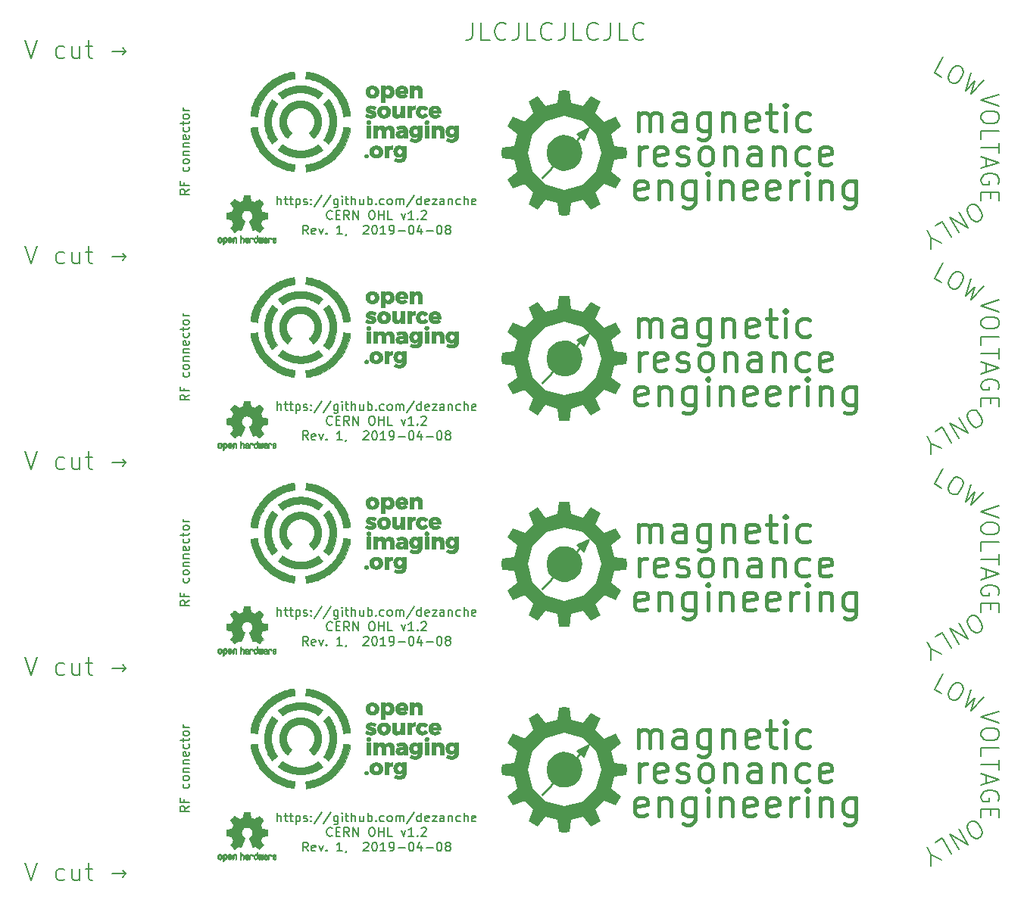
<source format=gbr>
G04 #@! TF.GenerationSoftware,KiCad,Pcbnew,(5.1.0)-1*
G04 #@! TF.CreationDate,2019-04-08T15:48:38-06:00*
G04 #@! TF.ProjectId,H-probe_poly_panelized,482d7072-6f62-4655-9f70-6f6c795f7061,rev?*
G04 #@! TF.SameCoordinates,Original*
G04 #@! TF.FileFunction,Legend,Top*
G04 #@! TF.FilePolarity,Positive*
%FSLAX46Y46*%
G04 Gerber Fmt 4.6, Leading zero omitted, Abs format (unit mm)*
G04 Created by KiCad (PCBNEW (5.1.0)-1) date 2019-04-08 15:48:38*
%MOMM*%
%LPD*%
G04 APERTURE LIST*
%ADD10C,0.150000*%
%ADD11C,0.200000*%
%ADD12C,0.010000*%
%ADD13C,0.100000*%
%ADD14C,0.165365*%
%ADD15C,0.400000*%
G04 APERTURE END LIST*
D10*
X115928571Y-140302380D02*
X115928571Y-139302380D01*
X116357142Y-140302380D02*
X116357142Y-139778571D01*
X116309523Y-139683333D01*
X116214285Y-139635714D01*
X116071428Y-139635714D01*
X115976190Y-139683333D01*
X115928571Y-139730952D01*
X116690476Y-139635714D02*
X117071428Y-139635714D01*
X116833333Y-139302380D02*
X116833333Y-140159523D01*
X116880952Y-140254761D01*
X116976190Y-140302380D01*
X117071428Y-140302380D01*
X117261904Y-139635714D02*
X117642857Y-139635714D01*
X117404761Y-139302380D02*
X117404761Y-140159523D01*
X117452380Y-140254761D01*
X117547619Y-140302380D01*
X117642857Y-140302380D01*
X117976190Y-139635714D02*
X117976190Y-140635714D01*
X117976190Y-139683333D02*
X118071428Y-139635714D01*
X118261904Y-139635714D01*
X118357142Y-139683333D01*
X118404761Y-139730952D01*
X118452380Y-139826190D01*
X118452380Y-140111904D01*
X118404761Y-140207142D01*
X118357142Y-140254761D01*
X118261904Y-140302380D01*
X118071428Y-140302380D01*
X117976190Y-140254761D01*
X118833333Y-140254761D02*
X118928571Y-140302380D01*
X119119047Y-140302380D01*
X119214285Y-140254761D01*
X119261904Y-140159523D01*
X119261904Y-140111904D01*
X119214285Y-140016666D01*
X119119047Y-139969047D01*
X118976190Y-139969047D01*
X118880952Y-139921428D01*
X118833333Y-139826190D01*
X118833333Y-139778571D01*
X118880952Y-139683333D01*
X118976190Y-139635714D01*
X119119047Y-139635714D01*
X119214285Y-139683333D01*
X119690476Y-140207142D02*
X119738095Y-140254761D01*
X119690476Y-140302380D01*
X119642857Y-140254761D01*
X119690476Y-140207142D01*
X119690476Y-140302380D01*
X119690476Y-139683333D02*
X119738095Y-139730952D01*
X119690476Y-139778571D01*
X119642857Y-139730952D01*
X119690476Y-139683333D01*
X119690476Y-139778571D01*
X120880952Y-139254761D02*
X120023809Y-140540476D01*
X121928571Y-139254761D02*
X121071428Y-140540476D01*
X122690476Y-139635714D02*
X122690476Y-140445238D01*
X122642857Y-140540476D01*
X122595238Y-140588095D01*
X122500000Y-140635714D01*
X122357142Y-140635714D01*
X122261904Y-140588095D01*
X122690476Y-140254761D02*
X122595238Y-140302380D01*
X122404761Y-140302380D01*
X122309523Y-140254761D01*
X122261904Y-140207142D01*
X122214285Y-140111904D01*
X122214285Y-139826190D01*
X122261904Y-139730952D01*
X122309523Y-139683333D01*
X122404761Y-139635714D01*
X122595238Y-139635714D01*
X122690476Y-139683333D01*
X123166666Y-140302380D02*
X123166666Y-139635714D01*
X123166666Y-139302380D02*
X123119047Y-139350000D01*
X123166666Y-139397619D01*
X123214285Y-139350000D01*
X123166666Y-139302380D01*
X123166666Y-139397619D01*
X123500000Y-139635714D02*
X123880952Y-139635714D01*
X123642857Y-139302380D02*
X123642857Y-140159523D01*
X123690476Y-140254761D01*
X123785714Y-140302380D01*
X123880952Y-140302380D01*
X124214285Y-140302380D02*
X124214285Y-139302380D01*
X124642857Y-140302380D02*
X124642857Y-139778571D01*
X124595238Y-139683333D01*
X124500000Y-139635714D01*
X124357142Y-139635714D01*
X124261904Y-139683333D01*
X124214285Y-139730952D01*
X125547619Y-139635714D02*
X125547619Y-140302380D01*
X125119047Y-139635714D02*
X125119047Y-140159523D01*
X125166666Y-140254761D01*
X125261904Y-140302380D01*
X125404761Y-140302380D01*
X125500000Y-140254761D01*
X125547619Y-140207142D01*
X126023809Y-140302380D02*
X126023809Y-139302380D01*
X126023809Y-139683333D02*
X126119047Y-139635714D01*
X126309523Y-139635714D01*
X126404761Y-139683333D01*
X126452380Y-139730952D01*
X126500000Y-139826190D01*
X126500000Y-140111904D01*
X126452380Y-140207142D01*
X126404761Y-140254761D01*
X126309523Y-140302380D01*
X126119047Y-140302380D01*
X126023809Y-140254761D01*
X126928571Y-140207142D02*
X126976190Y-140254761D01*
X126928571Y-140302380D01*
X126880952Y-140254761D01*
X126928571Y-140207142D01*
X126928571Y-140302380D01*
X127833333Y-140254761D02*
X127738095Y-140302380D01*
X127547619Y-140302380D01*
X127452380Y-140254761D01*
X127404761Y-140207142D01*
X127357142Y-140111904D01*
X127357142Y-139826190D01*
X127404761Y-139730952D01*
X127452380Y-139683333D01*
X127547619Y-139635714D01*
X127738095Y-139635714D01*
X127833333Y-139683333D01*
X128404761Y-140302380D02*
X128309523Y-140254761D01*
X128261904Y-140207142D01*
X128214285Y-140111904D01*
X128214285Y-139826190D01*
X128261904Y-139730952D01*
X128309523Y-139683333D01*
X128404761Y-139635714D01*
X128547619Y-139635714D01*
X128642857Y-139683333D01*
X128690476Y-139730952D01*
X128738095Y-139826190D01*
X128738095Y-140111904D01*
X128690476Y-140207142D01*
X128642857Y-140254761D01*
X128547619Y-140302380D01*
X128404761Y-140302380D01*
X129166666Y-140302380D02*
X129166666Y-139635714D01*
X129166666Y-139730952D02*
X129214285Y-139683333D01*
X129309523Y-139635714D01*
X129452380Y-139635714D01*
X129547619Y-139683333D01*
X129595238Y-139778571D01*
X129595238Y-140302380D01*
X129595238Y-139778571D02*
X129642857Y-139683333D01*
X129738095Y-139635714D01*
X129880952Y-139635714D01*
X129976190Y-139683333D01*
X130023809Y-139778571D01*
X130023809Y-140302380D01*
X131214285Y-139254761D02*
X130357142Y-140540476D01*
X131976190Y-140302380D02*
X131976190Y-139302380D01*
X131976190Y-140254761D02*
X131880952Y-140302380D01*
X131690476Y-140302380D01*
X131595238Y-140254761D01*
X131547619Y-140207142D01*
X131500000Y-140111904D01*
X131500000Y-139826190D01*
X131547619Y-139730952D01*
X131595238Y-139683333D01*
X131690476Y-139635714D01*
X131880952Y-139635714D01*
X131976190Y-139683333D01*
X132833333Y-140254761D02*
X132738095Y-140302380D01*
X132547619Y-140302380D01*
X132452380Y-140254761D01*
X132404761Y-140159523D01*
X132404761Y-139778571D01*
X132452380Y-139683333D01*
X132547619Y-139635714D01*
X132738095Y-139635714D01*
X132833333Y-139683333D01*
X132880952Y-139778571D01*
X132880952Y-139873809D01*
X132404761Y-139969047D01*
X133214285Y-139635714D02*
X133738095Y-139635714D01*
X133214285Y-140302380D01*
X133738095Y-140302380D01*
X134547619Y-140302380D02*
X134547619Y-139778571D01*
X134500000Y-139683333D01*
X134404761Y-139635714D01*
X134214285Y-139635714D01*
X134119047Y-139683333D01*
X134547619Y-140254761D02*
X134452380Y-140302380D01*
X134214285Y-140302380D01*
X134119047Y-140254761D01*
X134071428Y-140159523D01*
X134071428Y-140064285D01*
X134119047Y-139969047D01*
X134214285Y-139921428D01*
X134452380Y-139921428D01*
X134547619Y-139873809D01*
X135023809Y-139635714D02*
X135023809Y-140302380D01*
X135023809Y-139730952D02*
X135071428Y-139683333D01*
X135166666Y-139635714D01*
X135309523Y-139635714D01*
X135404761Y-139683333D01*
X135452380Y-139778571D01*
X135452380Y-140302380D01*
X136357142Y-140254761D02*
X136261904Y-140302380D01*
X136071428Y-140302380D01*
X135976190Y-140254761D01*
X135928571Y-140207142D01*
X135880952Y-140111904D01*
X135880952Y-139826190D01*
X135928571Y-139730952D01*
X135976190Y-139683333D01*
X136071428Y-139635714D01*
X136261904Y-139635714D01*
X136357142Y-139683333D01*
X136785714Y-140302380D02*
X136785714Y-139302380D01*
X137214285Y-140302380D02*
X137214285Y-139778571D01*
X137166666Y-139683333D01*
X137071428Y-139635714D01*
X136928571Y-139635714D01*
X136833333Y-139683333D01*
X136785714Y-139730952D01*
X138071428Y-140254761D02*
X137976190Y-140302380D01*
X137785714Y-140302380D01*
X137690476Y-140254761D01*
X137642857Y-140159523D01*
X137642857Y-139778571D01*
X137690476Y-139683333D01*
X137785714Y-139635714D01*
X137976190Y-139635714D01*
X138071428Y-139683333D01*
X138119047Y-139778571D01*
X138119047Y-139873809D01*
X137642857Y-139969047D01*
X122047619Y-141857142D02*
X122000000Y-141904761D01*
X121857142Y-141952380D01*
X121761904Y-141952380D01*
X121619047Y-141904761D01*
X121523809Y-141809523D01*
X121476190Y-141714285D01*
X121428571Y-141523809D01*
X121428571Y-141380952D01*
X121476190Y-141190476D01*
X121523809Y-141095238D01*
X121619047Y-141000000D01*
X121761904Y-140952380D01*
X121857142Y-140952380D01*
X122000000Y-141000000D01*
X122047619Y-141047619D01*
X122476190Y-141428571D02*
X122809523Y-141428571D01*
X122952380Y-141952380D02*
X122476190Y-141952380D01*
X122476190Y-140952380D01*
X122952380Y-140952380D01*
X123952380Y-141952380D02*
X123619047Y-141476190D01*
X123380952Y-141952380D02*
X123380952Y-140952380D01*
X123761904Y-140952380D01*
X123857142Y-141000000D01*
X123904761Y-141047619D01*
X123952380Y-141142857D01*
X123952380Y-141285714D01*
X123904761Y-141380952D01*
X123857142Y-141428571D01*
X123761904Y-141476190D01*
X123380952Y-141476190D01*
X124380952Y-141952380D02*
X124380952Y-140952380D01*
X124952380Y-141952380D01*
X124952380Y-140952380D01*
X126380952Y-140952380D02*
X126571428Y-140952380D01*
X126666666Y-141000000D01*
X126761904Y-141095238D01*
X126809523Y-141285714D01*
X126809523Y-141619047D01*
X126761904Y-141809523D01*
X126666666Y-141904761D01*
X126571428Y-141952380D01*
X126380952Y-141952380D01*
X126285714Y-141904761D01*
X126190476Y-141809523D01*
X126142857Y-141619047D01*
X126142857Y-141285714D01*
X126190476Y-141095238D01*
X126285714Y-141000000D01*
X126380952Y-140952380D01*
X127238095Y-141952380D02*
X127238095Y-140952380D01*
X127238095Y-141428571D02*
X127809523Y-141428571D01*
X127809523Y-141952380D02*
X127809523Y-140952380D01*
X128761904Y-141952380D02*
X128285714Y-141952380D01*
X128285714Y-140952380D01*
X129761904Y-141285714D02*
X130000000Y-141952380D01*
X130238095Y-141285714D01*
X131142857Y-141952380D02*
X130571428Y-141952380D01*
X130857142Y-141952380D02*
X130857142Y-140952380D01*
X130761904Y-141095238D01*
X130666666Y-141190476D01*
X130571428Y-141238095D01*
X131571428Y-141857142D02*
X131619047Y-141904761D01*
X131571428Y-141952380D01*
X131523809Y-141904761D01*
X131571428Y-141857142D01*
X131571428Y-141952380D01*
X132000000Y-141047619D02*
X132047619Y-141000000D01*
X132142857Y-140952380D01*
X132380952Y-140952380D01*
X132476190Y-141000000D01*
X132523809Y-141047619D01*
X132571428Y-141142857D01*
X132571428Y-141238095D01*
X132523809Y-141380952D01*
X131952380Y-141952380D01*
X132571428Y-141952380D01*
X119357142Y-143602380D02*
X119023809Y-143126190D01*
X118785714Y-143602380D02*
X118785714Y-142602380D01*
X119166666Y-142602380D01*
X119261904Y-142650000D01*
X119309523Y-142697619D01*
X119357142Y-142792857D01*
X119357142Y-142935714D01*
X119309523Y-143030952D01*
X119261904Y-143078571D01*
X119166666Y-143126190D01*
X118785714Y-143126190D01*
X120166666Y-143554761D02*
X120071428Y-143602380D01*
X119880952Y-143602380D01*
X119785714Y-143554761D01*
X119738095Y-143459523D01*
X119738095Y-143078571D01*
X119785714Y-142983333D01*
X119880952Y-142935714D01*
X120071428Y-142935714D01*
X120166666Y-142983333D01*
X120214285Y-143078571D01*
X120214285Y-143173809D01*
X119738095Y-143269047D01*
X120547619Y-142935714D02*
X120785714Y-143602380D01*
X121023809Y-142935714D01*
X121404761Y-143507142D02*
X121452380Y-143554761D01*
X121404761Y-143602380D01*
X121357142Y-143554761D01*
X121404761Y-143507142D01*
X121404761Y-143602380D01*
X123166666Y-143602380D02*
X122595238Y-143602380D01*
X122880952Y-143602380D02*
X122880952Y-142602380D01*
X122785714Y-142745238D01*
X122690476Y-142840476D01*
X122595238Y-142888095D01*
X123642857Y-143554761D02*
X123642857Y-143602380D01*
X123595238Y-143697619D01*
X123547619Y-143745238D01*
X125547619Y-142697619D02*
X125595238Y-142650000D01*
X125690476Y-142602380D01*
X125928571Y-142602380D01*
X126023809Y-142650000D01*
X126071428Y-142697619D01*
X126119047Y-142792857D01*
X126119047Y-142888095D01*
X126071428Y-143030952D01*
X125500000Y-143602380D01*
X126119047Y-143602380D01*
X126738095Y-142602380D02*
X126833333Y-142602380D01*
X126928571Y-142650000D01*
X126976190Y-142697619D01*
X127023809Y-142792857D01*
X127071428Y-142983333D01*
X127071428Y-143221428D01*
X127023809Y-143411904D01*
X126976190Y-143507142D01*
X126928571Y-143554761D01*
X126833333Y-143602380D01*
X126738095Y-143602380D01*
X126642857Y-143554761D01*
X126595238Y-143507142D01*
X126547619Y-143411904D01*
X126500000Y-143221428D01*
X126500000Y-142983333D01*
X126547619Y-142792857D01*
X126595238Y-142697619D01*
X126642857Y-142650000D01*
X126738095Y-142602380D01*
X128023809Y-143602380D02*
X127452380Y-143602380D01*
X127738095Y-143602380D02*
X127738095Y-142602380D01*
X127642857Y-142745238D01*
X127547619Y-142840476D01*
X127452380Y-142888095D01*
X128500000Y-143602380D02*
X128690476Y-143602380D01*
X128785714Y-143554761D01*
X128833333Y-143507142D01*
X128928571Y-143364285D01*
X128976190Y-143173809D01*
X128976190Y-142792857D01*
X128928571Y-142697619D01*
X128880952Y-142650000D01*
X128785714Y-142602380D01*
X128595238Y-142602380D01*
X128500000Y-142650000D01*
X128452380Y-142697619D01*
X128404761Y-142792857D01*
X128404761Y-143030952D01*
X128452380Y-143126190D01*
X128500000Y-143173809D01*
X128595238Y-143221428D01*
X128785714Y-143221428D01*
X128880952Y-143173809D01*
X128928571Y-143126190D01*
X128976190Y-143030952D01*
X129404761Y-143221428D02*
X130166666Y-143221428D01*
X130833333Y-142602380D02*
X130928571Y-142602380D01*
X131023809Y-142650000D01*
X131071428Y-142697619D01*
X131119047Y-142792857D01*
X131166666Y-142983333D01*
X131166666Y-143221428D01*
X131119047Y-143411904D01*
X131071428Y-143507142D01*
X131023809Y-143554761D01*
X130928571Y-143602380D01*
X130833333Y-143602380D01*
X130738095Y-143554761D01*
X130690476Y-143507142D01*
X130642857Y-143411904D01*
X130595238Y-143221428D01*
X130595238Y-142983333D01*
X130642857Y-142792857D01*
X130690476Y-142697619D01*
X130738095Y-142650000D01*
X130833333Y-142602380D01*
X132023809Y-142935714D02*
X132023809Y-143602380D01*
X131785714Y-142554761D02*
X131547619Y-143269047D01*
X132166666Y-143269047D01*
X132547619Y-143221428D02*
X133309523Y-143221428D01*
X133976190Y-142602380D02*
X134071428Y-142602380D01*
X134166666Y-142650000D01*
X134214285Y-142697619D01*
X134261904Y-142792857D01*
X134309523Y-142983333D01*
X134309523Y-143221428D01*
X134261904Y-143411904D01*
X134214285Y-143507142D01*
X134166666Y-143554761D01*
X134071428Y-143602380D01*
X133976190Y-143602380D01*
X133880952Y-143554761D01*
X133833333Y-143507142D01*
X133785714Y-143411904D01*
X133738095Y-143221428D01*
X133738095Y-142983333D01*
X133785714Y-142792857D01*
X133833333Y-142697619D01*
X133880952Y-142650000D01*
X133976190Y-142602380D01*
X134880952Y-143030952D02*
X134785714Y-142983333D01*
X134738095Y-142935714D01*
X134690476Y-142840476D01*
X134690476Y-142792857D01*
X134738095Y-142697619D01*
X134785714Y-142650000D01*
X134880952Y-142602380D01*
X135071428Y-142602380D01*
X135166666Y-142650000D01*
X135214285Y-142697619D01*
X135261904Y-142792857D01*
X135261904Y-142840476D01*
X135214285Y-142935714D01*
X135166666Y-142983333D01*
X135071428Y-143030952D01*
X134880952Y-143030952D01*
X134785714Y-143078571D01*
X134738095Y-143126190D01*
X134690476Y-143221428D01*
X134690476Y-143411904D01*
X134738095Y-143507142D01*
X134785714Y-143554761D01*
X134880952Y-143602380D01*
X135071428Y-143602380D01*
X135166666Y-143554761D01*
X135214285Y-143507142D01*
X135261904Y-143411904D01*
X135261904Y-143221428D01*
X135214285Y-143126190D01*
X135166666Y-143078571D01*
X135071428Y-143030952D01*
D11*
X190186721Y-125997832D02*
X189361935Y-125521642D01*
X190361935Y-123789591D01*
X192093986Y-124789591D02*
X192423901Y-124980067D01*
X192541239Y-125157784D01*
X192610958Y-125417979D01*
X192502960Y-125795512D01*
X192169627Y-126372863D01*
X191896672Y-126655158D01*
X191636477Y-126724877D01*
X191423901Y-126712118D01*
X191093986Y-126521642D01*
X190976648Y-126343925D01*
X190906929Y-126083730D01*
X191014926Y-125706196D01*
X191348260Y-125128846D01*
X191621215Y-124846550D01*
X191881410Y-124776831D01*
X192093986Y-124789591D01*
X193413644Y-125551495D02*
X192826037Y-127521642D01*
X193870237Y-126474939D01*
X193485866Y-127902594D01*
X194898259Y-126408638D01*
X196595238Y-127952380D02*
X194595238Y-128619047D01*
X196595238Y-129285714D01*
X196595238Y-130333333D02*
X196595238Y-130714285D01*
X196500000Y-130904761D01*
X196309523Y-131095238D01*
X195928571Y-131190476D01*
X195261904Y-131190476D01*
X194880952Y-131095238D01*
X194690476Y-130904761D01*
X194595238Y-130714285D01*
X194595238Y-130333333D01*
X194690476Y-130142857D01*
X194880952Y-129952380D01*
X195261904Y-129857142D01*
X195928571Y-129857142D01*
X196309523Y-129952380D01*
X196500000Y-130142857D01*
X196595238Y-130333333D01*
X194595238Y-133000000D02*
X194595238Y-132047619D01*
X196595238Y-132047619D01*
X196595238Y-133380952D02*
X196595238Y-134523809D01*
X194595238Y-133952380D02*
X196595238Y-133952380D01*
X195166666Y-135095238D02*
X195166666Y-136047619D01*
X194595238Y-134904761D02*
X196595238Y-135571428D01*
X194595238Y-136238095D01*
X196500000Y-137952380D02*
X196595238Y-137761904D01*
X196595238Y-137476190D01*
X196500000Y-137190476D01*
X196309523Y-137000000D01*
X196119047Y-136904761D01*
X195738095Y-136809523D01*
X195452380Y-136809523D01*
X195071428Y-136904761D01*
X194880952Y-137000000D01*
X194690476Y-137190476D01*
X194595238Y-137476190D01*
X194595238Y-137666666D01*
X194690476Y-137952380D01*
X194785714Y-138047619D01*
X195452380Y-138047619D01*
X195452380Y-137666666D01*
X195642857Y-138904761D02*
X195642857Y-139571428D01*
X194595238Y-139857142D02*
X194595238Y-138904761D01*
X196595238Y-138904761D01*
X196595238Y-139857142D01*
X194563216Y-141996123D02*
X194233302Y-142186599D01*
X194020725Y-142199358D01*
X193760530Y-142129639D01*
X193487575Y-141847344D01*
X193154242Y-141269993D01*
X193046244Y-140892460D01*
X193115964Y-140632265D01*
X193233302Y-140454548D01*
X193563216Y-140264072D01*
X193775792Y-140251312D01*
X194035988Y-140321031D01*
X194308943Y-140603327D01*
X194642276Y-141180677D01*
X194750273Y-141558211D01*
X194680554Y-141818406D01*
X194563216Y-141996123D01*
X192078601Y-141121215D02*
X193078601Y-142853265D01*
X191088858Y-141692643D01*
X192088858Y-143424694D01*
X189439286Y-142645024D02*
X190264072Y-142168834D01*
X191264072Y-143900884D01*
X189008211Y-143993620D02*
X188532021Y-143168834D01*
X190109371Y-144567551D02*
X189008211Y-143993620D01*
X188954671Y-145234218D01*
D10*
X115928571Y-117302380D02*
X115928571Y-116302380D01*
X116357142Y-117302380D02*
X116357142Y-116778571D01*
X116309523Y-116683333D01*
X116214285Y-116635714D01*
X116071428Y-116635714D01*
X115976190Y-116683333D01*
X115928571Y-116730952D01*
X116690476Y-116635714D02*
X117071428Y-116635714D01*
X116833333Y-116302380D02*
X116833333Y-117159523D01*
X116880952Y-117254761D01*
X116976190Y-117302380D01*
X117071428Y-117302380D01*
X117261904Y-116635714D02*
X117642857Y-116635714D01*
X117404761Y-116302380D02*
X117404761Y-117159523D01*
X117452380Y-117254761D01*
X117547619Y-117302380D01*
X117642857Y-117302380D01*
X117976190Y-116635714D02*
X117976190Y-117635714D01*
X117976190Y-116683333D02*
X118071428Y-116635714D01*
X118261904Y-116635714D01*
X118357142Y-116683333D01*
X118404761Y-116730952D01*
X118452380Y-116826190D01*
X118452380Y-117111904D01*
X118404761Y-117207142D01*
X118357142Y-117254761D01*
X118261904Y-117302380D01*
X118071428Y-117302380D01*
X117976190Y-117254761D01*
X118833333Y-117254761D02*
X118928571Y-117302380D01*
X119119047Y-117302380D01*
X119214285Y-117254761D01*
X119261904Y-117159523D01*
X119261904Y-117111904D01*
X119214285Y-117016666D01*
X119119047Y-116969047D01*
X118976190Y-116969047D01*
X118880952Y-116921428D01*
X118833333Y-116826190D01*
X118833333Y-116778571D01*
X118880952Y-116683333D01*
X118976190Y-116635714D01*
X119119047Y-116635714D01*
X119214285Y-116683333D01*
X119690476Y-117207142D02*
X119738095Y-117254761D01*
X119690476Y-117302380D01*
X119642857Y-117254761D01*
X119690476Y-117207142D01*
X119690476Y-117302380D01*
X119690476Y-116683333D02*
X119738095Y-116730952D01*
X119690476Y-116778571D01*
X119642857Y-116730952D01*
X119690476Y-116683333D01*
X119690476Y-116778571D01*
X120880952Y-116254761D02*
X120023809Y-117540476D01*
X121928571Y-116254761D02*
X121071428Y-117540476D01*
X122690476Y-116635714D02*
X122690476Y-117445238D01*
X122642857Y-117540476D01*
X122595238Y-117588095D01*
X122500000Y-117635714D01*
X122357142Y-117635714D01*
X122261904Y-117588095D01*
X122690476Y-117254761D02*
X122595238Y-117302380D01*
X122404761Y-117302380D01*
X122309523Y-117254761D01*
X122261904Y-117207142D01*
X122214285Y-117111904D01*
X122214285Y-116826190D01*
X122261904Y-116730952D01*
X122309523Y-116683333D01*
X122404761Y-116635714D01*
X122595238Y-116635714D01*
X122690476Y-116683333D01*
X123166666Y-117302380D02*
X123166666Y-116635714D01*
X123166666Y-116302380D02*
X123119047Y-116350000D01*
X123166666Y-116397619D01*
X123214285Y-116350000D01*
X123166666Y-116302380D01*
X123166666Y-116397619D01*
X123500000Y-116635714D02*
X123880952Y-116635714D01*
X123642857Y-116302380D02*
X123642857Y-117159523D01*
X123690476Y-117254761D01*
X123785714Y-117302380D01*
X123880952Y-117302380D01*
X124214285Y-117302380D02*
X124214285Y-116302380D01*
X124642857Y-117302380D02*
X124642857Y-116778571D01*
X124595238Y-116683333D01*
X124500000Y-116635714D01*
X124357142Y-116635714D01*
X124261904Y-116683333D01*
X124214285Y-116730952D01*
X125547619Y-116635714D02*
X125547619Y-117302380D01*
X125119047Y-116635714D02*
X125119047Y-117159523D01*
X125166666Y-117254761D01*
X125261904Y-117302380D01*
X125404761Y-117302380D01*
X125500000Y-117254761D01*
X125547619Y-117207142D01*
X126023809Y-117302380D02*
X126023809Y-116302380D01*
X126023809Y-116683333D02*
X126119047Y-116635714D01*
X126309523Y-116635714D01*
X126404761Y-116683333D01*
X126452380Y-116730952D01*
X126500000Y-116826190D01*
X126500000Y-117111904D01*
X126452380Y-117207142D01*
X126404761Y-117254761D01*
X126309523Y-117302380D01*
X126119047Y-117302380D01*
X126023809Y-117254761D01*
X126928571Y-117207142D02*
X126976190Y-117254761D01*
X126928571Y-117302380D01*
X126880952Y-117254761D01*
X126928571Y-117207142D01*
X126928571Y-117302380D01*
X127833333Y-117254761D02*
X127738095Y-117302380D01*
X127547619Y-117302380D01*
X127452380Y-117254761D01*
X127404761Y-117207142D01*
X127357142Y-117111904D01*
X127357142Y-116826190D01*
X127404761Y-116730952D01*
X127452380Y-116683333D01*
X127547619Y-116635714D01*
X127738095Y-116635714D01*
X127833333Y-116683333D01*
X128404761Y-117302380D02*
X128309523Y-117254761D01*
X128261904Y-117207142D01*
X128214285Y-117111904D01*
X128214285Y-116826190D01*
X128261904Y-116730952D01*
X128309523Y-116683333D01*
X128404761Y-116635714D01*
X128547619Y-116635714D01*
X128642857Y-116683333D01*
X128690476Y-116730952D01*
X128738095Y-116826190D01*
X128738095Y-117111904D01*
X128690476Y-117207142D01*
X128642857Y-117254761D01*
X128547619Y-117302380D01*
X128404761Y-117302380D01*
X129166666Y-117302380D02*
X129166666Y-116635714D01*
X129166666Y-116730952D02*
X129214285Y-116683333D01*
X129309523Y-116635714D01*
X129452380Y-116635714D01*
X129547619Y-116683333D01*
X129595238Y-116778571D01*
X129595238Y-117302380D01*
X129595238Y-116778571D02*
X129642857Y-116683333D01*
X129738095Y-116635714D01*
X129880952Y-116635714D01*
X129976190Y-116683333D01*
X130023809Y-116778571D01*
X130023809Y-117302380D01*
X131214285Y-116254761D02*
X130357142Y-117540476D01*
X131976190Y-117302380D02*
X131976190Y-116302380D01*
X131976190Y-117254761D02*
X131880952Y-117302380D01*
X131690476Y-117302380D01*
X131595238Y-117254761D01*
X131547619Y-117207142D01*
X131500000Y-117111904D01*
X131500000Y-116826190D01*
X131547619Y-116730952D01*
X131595238Y-116683333D01*
X131690476Y-116635714D01*
X131880952Y-116635714D01*
X131976190Y-116683333D01*
X132833333Y-117254761D02*
X132738095Y-117302380D01*
X132547619Y-117302380D01*
X132452380Y-117254761D01*
X132404761Y-117159523D01*
X132404761Y-116778571D01*
X132452380Y-116683333D01*
X132547619Y-116635714D01*
X132738095Y-116635714D01*
X132833333Y-116683333D01*
X132880952Y-116778571D01*
X132880952Y-116873809D01*
X132404761Y-116969047D01*
X133214285Y-116635714D02*
X133738095Y-116635714D01*
X133214285Y-117302380D01*
X133738095Y-117302380D01*
X134547619Y-117302380D02*
X134547619Y-116778571D01*
X134500000Y-116683333D01*
X134404761Y-116635714D01*
X134214285Y-116635714D01*
X134119047Y-116683333D01*
X134547619Y-117254761D02*
X134452380Y-117302380D01*
X134214285Y-117302380D01*
X134119047Y-117254761D01*
X134071428Y-117159523D01*
X134071428Y-117064285D01*
X134119047Y-116969047D01*
X134214285Y-116921428D01*
X134452380Y-116921428D01*
X134547619Y-116873809D01*
X135023809Y-116635714D02*
X135023809Y-117302380D01*
X135023809Y-116730952D02*
X135071428Y-116683333D01*
X135166666Y-116635714D01*
X135309523Y-116635714D01*
X135404761Y-116683333D01*
X135452380Y-116778571D01*
X135452380Y-117302380D01*
X136357142Y-117254761D02*
X136261904Y-117302380D01*
X136071428Y-117302380D01*
X135976190Y-117254761D01*
X135928571Y-117207142D01*
X135880952Y-117111904D01*
X135880952Y-116826190D01*
X135928571Y-116730952D01*
X135976190Y-116683333D01*
X136071428Y-116635714D01*
X136261904Y-116635714D01*
X136357142Y-116683333D01*
X136785714Y-117302380D02*
X136785714Y-116302380D01*
X137214285Y-117302380D02*
X137214285Y-116778571D01*
X137166666Y-116683333D01*
X137071428Y-116635714D01*
X136928571Y-116635714D01*
X136833333Y-116683333D01*
X136785714Y-116730952D01*
X138071428Y-117254761D02*
X137976190Y-117302380D01*
X137785714Y-117302380D01*
X137690476Y-117254761D01*
X137642857Y-117159523D01*
X137642857Y-116778571D01*
X137690476Y-116683333D01*
X137785714Y-116635714D01*
X137976190Y-116635714D01*
X138071428Y-116683333D01*
X138119047Y-116778571D01*
X138119047Y-116873809D01*
X137642857Y-116969047D01*
X122047619Y-118857142D02*
X122000000Y-118904761D01*
X121857142Y-118952380D01*
X121761904Y-118952380D01*
X121619047Y-118904761D01*
X121523809Y-118809523D01*
X121476190Y-118714285D01*
X121428571Y-118523809D01*
X121428571Y-118380952D01*
X121476190Y-118190476D01*
X121523809Y-118095238D01*
X121619047Y-118000000D01*
X121761904Y-117952380D01*
X121857142Y-117952380D01*
X122000000Y-118000000D01*
X122047619Y-118047619D01*
X122476190Y-118428571D02*
X122809523Y-118428571D01*
X122952380Y-118952380D02*
X122476190Y-118952380D01*
X122476190Y-117952380D01*
X122952380Y-117952380D01*
X123952380Y-118952380D02*
X123619047Y-118476190D01*
X123380952Y-118952380D02*
X123380952Y-117952380D01*
X123761904Y-117952380D01*
X123857142Y-118000000D01*
X123904761Y-118047619D01*
X123952380Y-118142857D01*
X123952380Y-118285714D01*
X123904761Y-118380952D01*
X123857142Y-118428571D01*
X123761904Y-118476190D01*
X123380952Y-118476190D01*
X124380952Y-118952380D02*
X124380952Y-117952380D01*
X124952380Y-118952380D01*
X124952380Y-117952380D01*
X126380952Y-117952380D02*
X126571428Y-117952380D01*
X126666666Y-118000000D01*
X126761904Y-118095238D01*
X126809523Y-118285714D01*
X126809523Y-118619047D01*
X126761904Y-118809523D01*
X126666666Y-118904761D01*
X126571428Y-118952380D01*
X126380952Y-118952380D01*
X126285714Y-118904761D01*
X126190476Y-118809523D01*
X126142857Y-118619047D01*
X126142857Y-118285714D01*
X126190476Y-118095238D01*
X126285714Y-118000000D01*
X126380952Y-117952380D01*
X127238095Y-118952380D02*
X127238095Y-117952380D01*
X127238095Y-118428571D02*
X127809523Y-118428571D01*
X127809523Y-118952380D02*
X127809523Y-117952380D01*
X128761904Y-118952380D02*
X128285714Y-118952380D01*
X128285714Y-117952380D01*
X129761904Y-118285714D02*
X130000000Y-118952380D01*
X130238095Y-118285714D01*
X131142857Y-118952380D02*
X130571428Y-118952380D01*
X130857142Y-118952380D02*
X130857142Y-117952380D01*
X130761904Y-118095238D01*
X130666666Y-118190476D01*
X130571428Y-118238095D01*
X131571428Y-118857142D02*
X131619047Y-118904761D01*
X131571428Y-118952380D01*
X131523809Y-118904761D01*
X131571428Y-118857142D01*
X131571428Y-118952380D01*
X132000000Y-118047619D02*
X132047619Y-118000000D01*
X132142857Y-117952380D01*
X132380952Y-117952380D01*
X132476190Y-118000000D01*
X132523809Y-118047619D01*
X132571428Y-118142857D01*
X132571428Y-118238095D01*
X132523809Y-118380952D01*
X131952380Y-118952380D01*
X132571428Y-118952380D01*
X119357142Y-120602380D02*
X119023809Y-120126190D01*
X118785714Y-120602380D02*
X118785714Y-119602380D01*
X119166666Y-119602380D01*
X119261904Y-119650000D01*
X119309523Y-119697619D01*
X119357142Y-119792857D01*
X119357142Y-119935714D01*
X119309523Y-120030952D01*
X119261904Y-120078571D01*
X119166666Y-120126190D01*
X118785714Y-120126190D01*
X120166666Y-120554761D02*
X120071428Y-120602380D01*
X119880952Y-120602380D01*
X119785714Y-120554761D01*
X119738095Y-120459523D01*
X119738095Y-120078571D01*
X119785714Y-119983333D01*
X119880952Y-119935714D01*
X120071428Y-119935714D01*
X120166666Y-119983333D01*
X120214285Y-120078571D01*
X120214285Y-120173809D01*
X119738095Y-120269047D01*
X120547619Y-119935714D02*
X120785714Y-120602380D01*
X121023809Y-119935714D01*
X121404761Y-120507142D02*
X121452380Y-120554761D01*
X121404761Y-120602380D01*
X121357142Y-120554761D01*
X121404761Y-120507142D01*
X121404761Y-120602380D01*
X123166666Y-120602380D02*
X122595238Y-120602380D01*
X122880952Y-120602380D02*
X122880952Y-119602380D01*
X122785714Y-119745238D01*
X122690476Y-119840476D01*
X122595238Y-119888095D01*
X123642857Y-120554761D02*
X123642857Y-120602380D01*
X123595238Y-120697619D01*
X123547619Y-120745238D01*
X125547619Y-119697619D02*
X125595238Y-119650000D01*
X125690476Y-119602380D01*
X125928571Y-119602380D01*
X126023809Y-119650000D01*
X126071428Y-119697619D01*
X126119047Y-119792857D01*
X126119047Y-119888095D01*
X126071428Y-120030952D01*
X125500000Y-120602380D01*
X126119047Y-120602380D01*
X126738095Y-119602380D02*
X126833333Y-119602380D01*
X126928571Y-119650000D01*
X126976190Y-119697619D01*
X127023809Y-119792857D01*
X127071428Y-119983333D01*
X127071428Y-120221428D01*
X127023809Y-120411904D01*
X126976190Y-120507142D01*
X126928571Y-120554761D01*
X126833333Y-120602380D01*
X126738095Y-120602380D01*
X126642857Y-120554761D01*
X126595238Y-120507142D01*
X126547619Y-120411904D01*
X126500000Y-120221428D01*
X126500000Y-119983333D01*
X126547619Y-119792857D01*
X126595238Y-119697619D01*
X126642857Y-119650000D01*
X126738095Y-119602380D01*
X128023809Y-120602380D02*
X127452380Y-120602380D01*
X127738095Y-120602380D02*
X127738095Y-119602380D01*
X127642857Y-119745238D01*
X127547619Y-119840476D01*
X127452380Y-119888095D01*
X128500000Y-120602380D02*
X128690476Y-120602380D01*
X128785714Y-120554761D01*
X128833333Y-120507142D01*
X128928571Y-120364285D01*
X128976190Y-120173809D01*
X128976190Y-119792857D01*
X128928571Y-119697619D01*
X128880952Y-119650000D01*
X128785714Y-119602380D01*
X128595238Y-119602380D01*
X128500000Y-119650000D01*
X128452380Y-119697619D01*
X128404761Y-119792857D01*
X128404761Y-120030952D01*
X128452380Y-120126190D01*
X128500000Y-120173809D01*
X128595238Y-120221428D01*
X128785714Y-120221428D01*
X128880952Y-120173809D01*
X128928571Y-120126190D01*
X128976190Y-120030952D01*
X129404761Y-120221428D02*
X130166666Y-120221428D01*
X130833333Y-119602380D02*
X130928571Y-119602380D01*
X131023809Y-119650000D01*
X131071428Y-119697619D01*
X131119047Y-119792857D01*
X131166666Y-119983333D01*
X131166666Y-120221428D01*
X131119047Y-120411904D01*
X131071428Y-120507142D01*
X131023809Y-120554761D01*
X130928571Y-120602380D01*
X130833333Y-120602380D01*
X130738095Y-120554761D01*
X130690476Y-120507142D01*
X130642857Y-120411904D01*
X130595238Y-120221428D01*
X130595238Y-119983333D01*
X130642857Y-119792857D01*
X130690476Y-119697619D01*
X130738095Y-119650000D01*
X130833333Y-119602380D01*
X132023809Y-119935714D02*
X132023809Y-120602380D01*
X131785714Y-119554761D02*
X131547619Y-120269047D01*
X132166666Y-120269047D01*
X132547619Y-120221428D02*
X133309523Y-120221428D01*
X133976190Y-119602380D02*
X134071428Y-119602380D01*
X134166666Y-119650000D01*
X134214285Y-119697619D01*
X134261904Y-119792857D01*
X134309523Y-119983333D01*
X134309523Y-120221428D01*
X134261904Y-120411904D01*
X134214285Y-120507142D01*
X134166666Y-120554761D01*
X134071428Y-120602380D01*
X133976190Y-120602380D01*
X133880952Y-120554761D01*
X133833333Y-120507142D01*
X133785714Y-120411904D01*
X133738095Y-120221428D01*
X133738095Y-119983333D01*
X133785714Y-119792857D01*
X133833333Y-119697619D01*
X133880952Y-119650000D01*
X133976190Y-119602380D01*
X134880952Y-120030952D02*
X134785714Y-119983333D01*
X134738095Y-119935714D01*
X134690476Y-119840476D01*
X134690476Y-119792857D01*
X134738095Y-119697619D01*
X134785714Y-119650000D01*
X134880952Y-119602380D01*
X135071428Y-119602380D01*
X135166666Y-119650000D01*
X135214285Y-119697619D01*
X135261904Y-119792857D01*
X135261904Y-119840476D01*
X135214285Y-119935714D01*
X135166666Y-119983333D01*
X135071428Y-120030952D01*
X134880952Y-120030952D01*
X134785714Y-120078571D01*
X134738095Y-120126190D01*
X134690476Y-120221428D01*
X134690476Y-120411904D01*
X134738095Y-120507142D01*
X134785714Y-120554761D01*
X134880952Y-120602380D01*
X135071428Y-120602380D01*
X135166666Y-120554761D01*
X135214285Y-120507142D01*
X135261904Y-120411904D01*
X135261904Y-120221428D01*
X135214285Y-120126190D01*
X135166666Y-120078571D01*
X135071428Y-120030952D01*
D11*
X190186721Y-102997832D02*
X189361935Y-102521642D01*
X190361935Y-100789591D01*
X192093986Y-101789591D02*
X192423901Y-101980067D01*
X192541239Y-102157784D01*
X192610958Y-102417979D01*
X192502960Y-102795512D01*
X192169627Y-103372863D01*
X191896672Y-103655158D01*
X191636477Y-103724877D01*
X191423901Y-103712118D01*
X191093986Y-103521642D01*
X190976648Y-103343925D01*
X190906929Y-103083730D01*
X191014926Y-102706196D01*
X191348260Y-102128846D01*
X191621215Y-101846550D01*
X191881410Y-101776831D01*
X192093986Y-101789591D01*
X193413644Y-102551495D02*
X192826037Y-104521642D01*
X193870237Y-103474939D01*
X193485866Y-104902594D01*
X194898259Y-103408638D01*
X196595238Y-104952380D02*
X194595238Y-105619047D01*
X196595238Y-106285714D01*
X196595238Y-107333333D02*
X196595238Y-107714285D01*
X196500000Y-107904761D01*
X196309523Y-108095238D01*
X195928571Y-108190476D01*
X195261904Y-108190476D01*
X194880952Y-108095238D01*
X194690476Y-107904761D01*
X194595238Y-107714285D01*
X194595238Y-107333333D01*
X194690476Y-107142857D01*
X194880952Y-106952380D01*
X195261904Y-106857142D01*
X195928571Y-106857142D01*
X196309523Y-106952380D01*
X196500000Y-107142857D01*
X196595238Y-107333333D01*
X194595238Y-110000000D02*
X194595238Y-109047619D01*
X196595238Y-109047619D01*
X196595238Y-110380952D02*
X196595238Y-111523809D01*
X194595238Y-110952380D02*
X196595238Y-110952380D01*
X195166666Y-112095238D02*
X195166666Y-113047619D01*
X194595238Y-111904761D02*
X196595238Y-112571428D01*
X194595238Y-113238095D01*
X196500000Y-114952380D02*
X196595238Y-114761904D01*
X196595238Y-114476190D01*
X196500000Y-114190476D01*
X196309523Y-114000000D01*
X196119047Y-113904761D01*
X195738095Y-113809523D01*
X195452380Y-113809523D01*
X195071428Y-113904761D01*
X194880952Y-114000000D01*
X194690476Y-114190476D01*
X194595238Y-114476190D01*
X194595238Y-114666666D01*
X194690476Y-114952380D01*
X194785714Y-115047619D01*
X195452380Y-115047619D01*
X195452380Y-114666666D01*
X195642857Y-115904761D02*
X195642857Y-116571428D01*
X194595238Y-116857142D02*
X194595238Y-115904761D01*
X196595238Y-115904761D01*
X196595238Y-116857142D01*
X194563216Y-118996123D02*
X194233302Y-119186599D01*
X194020725Y-119199358D01*
X193760530Y-119129639D01*
X193487575Y-118847344D01*
X193154242Y-118269993D01*
X193046244Y-117892460D01*
X193115964Y-117632265D01*
X193233302Y-117454548D01*
X193563216Y-117264072D01*
X193775792Y-117251312D01*
X194035988Y-117321031D01*
X194308943Y-117603327D01*
X194642276Y-118180677D01*
X194750273Y-118558211D01*
X194680554Y-118818406D01*
X194563216Y-118996123D01*
X192078601Y-118121215D02*
X193078601Y-119853265D01*
X191088858Y-118692643D01*
X192088858Y-120424694D01*
X189439286Y-119645024D02*
X190264072Y-119168834D01*
X191264072Y-120900884D01*
X189008211Y-120993620D02*
X188532021Y-120168834D01*
X190109371Y-121567551D02*
X189008211Y-120993620D01*
X188954671Y-122234218D01*
D10*
X115928571Y-94302380D02*
X115928571Y-93302380D01*
X116357142Y-94302380D02*
X116357142Y-93778571D01*
X116309523Y-93683333D01*
X116214285Y-93635714D01*
X116071428Y-93635714D01*
X115976190Y-93683333D01*
X115928571Y-93730952D01*
X116690476Y-93635714D02*
X117071428Y-93635714D01*
X116833333Y-93302380D02*
X116833333Y-94159523D01*
X116880952Y-94254761D01*
X116976190Y-94302380D01*
X117071428Y-94302380D01*
X117261904Y-93635714D02*
X117642857Y-93635714D01*
X117404761Y-93302380D02*
X117404761Y-94159523D01*
X117452380Y-94254761D01*
X117547619Y-94302380D01*
X117642857Y-94302380D01*
X117976190Y-93635714D02*
X117976190Y-94635714D01*
X117976190Y-93683333D02*
X118071428Y-93635714D01*
X118261904Y-93635714D01*
X118357142Y-93683333D01*
X118404761Y-93730952D01*
X118452380Y-93826190D01*
X118452380Y-94111904D01*
X118404761Y-94207142D01*
X118357142Y-94254761D01*
X118261904Y-94302380D01*
X118071428Y-94302380D01*
X117976190Y-94254761D01*
X118833333Y-94254761D02*
X118928571Y-94302380D01*
X119119047Y-94302380D01*
X119214285Y-94254761D01*
X119261904Y-94159523D01*
X119261904Y-94111904D01*
X119214285Y-94016666D01*
X119119047Y-93969047D01*
X118976190Y-93969047D01*
X118880952Y-93921428D01*
X118833333Y-93826190D01*
X118833333Y-93778571D01*
X118880952Y-93683333D01*
X118976190Y-93635714D01*
X119119047Y-93635714D01*
X119214285Y-93683333D01*
X119690476Y-94207142D02*
X119738095Y-94254761D01*
X119690476Y-94302380D01*
X119642857Y-94254761D01*
X119690476Y-94207142D01*
X119690476Y-94302380D01*
X119690476Y-93683333D02*
X119738095Y-93730952D01*
X119690476Y-93778571D01*
X119642857Y-93730952D01*
X119690476Y-93683333D01*
X119690476Y-93778571D01*
X120880952Y-93254761D02*
X120023809Y-94540476D01*
X121928571Y-93254761D02*
X121071428Y-94540476D01*
X122690476Y-93635714D02*
X122690476Y-94445238D01*
X122642857Y-94540476D01*
X122595238Y-94588095D01*
X122500000Y-94635714D01*
X122357142Y-94635714D01*
X122261904Y-94588095D01*
X122690476Y-94254761D02*
X122595238Y-94302380D01*
X122404761Y-94302380D01*
X122309523Y-94254761D01*
X122261904Y-94207142D01*
X122214285Y-94111904D01*
X122214285Y-93826190D01*
X122261904Y-93730952D01*
X122309523Y-93683333D01*
X122404761Y-93635714D01*
X122595238Y-93635714D01*
X122690476Y-93683333D01*
X123166666Y-94302380D02*
X123166666Y-93635714D01*
X123166666Y-93302380D02*
X123119047Y-93350000D01*
X123166666Y-93397619D01*
X123214285Y-93350000D01*
X123166666Y-93302380D01*
X123166666Y-93397619D01*
X123500000Y-93635714D02*
X123880952Y-93635714D01*
X123642857Y-93302380D02*
X123642857Y-94159523D01*
X123690476Y-94254761D01*
X123785714Y-94302380D01*
X123880952Y-94302380D01*
X124214285Y-94302380D02*
X124214285Y-93302380D01*
X124642857Y-94302380D02*
X124642857Y-93778571D01*
X124595238Y-93683333D01*
X124500000Y-93635714D01*
X124357142Y-93635714D01*
X124261904Y-93683333D01*
X124214285Y-93730952D01*
X125547619Y-93635714D02*
X125547619Y-94302380D01*
X125119047Y-93635714D02*
X125119047Y-94159523D01*
X125166666Y-94254761D01*
X125261904Y-94302380D01*
X125404761Y-94302380D01*
X125500000Y-94254761D01*
X125547619Y-94207142D01*
X126023809Y-94302380D02*
X126023809Y-93302380D01*
X126023809Y-93683333D02*
X126119047Y-93635714D01*
X126309523Y-93635714D01*
X126404761Y-93683333D01*
X126452380Y-93730952D01*
X126500000Y-93826190D01*
X126500000Y-94111904D01*
X126452380Y-94207142D01*
X126404761Y-94254761D01*
X126309523Y-94302380D01*
X126119047Y-94302380D01*
X126023809Y-94254761D01*
X126928571Y-94207142D02*
X126976190Y-94254761D01*
X126928571Y-94302380D01*
X126880952Y-94254761D01*
X126928571Y-94207142D01*
X126928571Y-94302380D01*
X127833333Y-94254761D02*
X127738095Y-94302380D01*
X127547619Y-94302380D01*
X127452380Y-94254761D01*
X127404761Y-94207142D01*
X127357142Y-94111904D01*
X127357142Y-93826190D01*
X127404761Y-93730952D01*
X127452380Y-93683333D01*
X127547619Y-93635714D01*
X127738095Y-93635714D01*
X127833333Y-93683333D01*
X128404761Y-94302380D02*
X128309523Y-94254761D01*
X128261904Y-94207142D01*
X128214285Y-94111904D01*
X128214285Y-93826190D01*
X128261904Y-93730952D01*
X128309523Y-93683333D01*
X128404761Y-93635714D01*
X128547619Y-93635714D01*
X128642857Y-93683333D01*
X128690476Y-93730952D01*
X128738095Y-93826190D01*
X128738095Y-94111904D01*
X128690476Y-94207142D01*
X128642857Y-94254761D01*
X128547619Y-94302380D01*
X128404761Y-94302380D01*
X129166666Y-94302380D02*
X129166666Y-93635714D01*
X129166666Y-93730952D02*
X129214285Y-93683333D01*
X129309523Y-93635714D01*
X129452380Y-93635714D01*
X129547619Y-93683333D01*
X129595238Y-93778571D01*
X129595238Y-94302380D01*
X129595238Y-93778571D02*
X129642857Y-93683333D01*
X129738095Y-93635714D01*
X129880952Y-93635714D01*
X129976190Y-93683333D01*
X130023809Y-93778571D01*
X130023809Y-94302380D01*
X131214285Y-93254761D02*
X130357142Y-94540476D01*
X131976190Y-94302380D02*
X131976190Y-93302380D01*
X131976190Y-94254761D02*
X131880952Y-94302380D01*
X131690476Y-94302380D01*
X131595238Y-94254761D01*
X131547619Y-94207142D01*
X131500000Y-94111904D01*
X131500000Y-93826190D01*
X131547619Y-93730952D01*
X131595238Y-93683333D01*
X131690476Y-93635714D01*
X131880952Y-93635714D01*
X131976190Y-93683333D01*
X132833333Y-94254761D02*
X132738095Y-94302380D01*
X132547619Y-94302380D01*
X132452380Y-94254761D01*
X132404761Y-94159523D01*
X132404761Y-93778571D01*
X132452380Y-93683333D01*
X132547619Y-93635714D01*
X132738095Y-93635714D01*
X132833333Y-93683333D01*
X132880952Y-93778571D01*
X132880952Y-93873809D01*
X132404761Y-93969047D01*
X133214285Y-93635714D02*
X133738095Y-93635714D01*
X133214285Y-94302380D01*
X133738095Y-94302380D01*
X134547619Y-94302380D02*
X134547619Y-93778571D01*
X134500000Y-93683333D01*
X134404761Y-93635714D01*
X134214285Y-93635714D01*
X134119047Y-93683333D01*
X134547619Y-94254761D02*
X134452380Y-94302380D01*
X134214285Y-94302380D01*
X134119047Y-94254761D01*
X134071428Y-94159523D01*
X134071428Y-94064285D01*
X134119047Y-93969047D01*
X134214285Y-93921428D01*
X134452380Y-93921428D01*
X134547619Y-93873809D01*
X135023809Y-93635714D02*
X135023809Y-94302380D01*
X135023809Y-93730952D02*
X135071428Y-93683333D01*
X135166666Y-93635714D01*
X135309523Y-93635714D01*
X135404761Y-93683333D01*
X135452380Y-93778571D01*
X135452380Y-94302380D01*
X136357142Y-94254761D02*
X136261904Y-94302380D01*
X136071428Y-94302380D01*
X135976190Y-94254761D01*
X135928571Y-94207142D01*
X135880952Y-94111904D01*
X135880952Y-93826190D01*
X135928571Y-93730952D01*
X135976190Y-93683333D01*
X136071428Y-93635714D01*
X136261904Y-93635714D01*
X136357142Y-93683333D01*
X136785714Y-94302380D02*
X136785714Y-93302380D01*
X137214285Y-94302380D02*
X137214285Y-93778571D01*
X137166666Y-93683333D01*
X137071428Y-93635714D01*
X136928571Y-93635714D01*
X136833333Y-93683333D01*
X136785714Y-93730952D01*
X138071428Y-94254761D02*
X137976190Y-94302380D01*
X137785714Y-94302380D01*
X137690476Y-94254761D01*
X137642857Y-94159523D01*
X137642857Y-93778571D01*
X137690476Y-93683333D01*
X137785714Y-93635714D01*
X137976190Y-93635714D01*
X138071428Y-93683333D01*
X138119047Y-93778571D01*
X138119047Y-93873809D01*
X137642857Y-93969047D01*
X122047619Y-95857142D02*
X122000000Y-95904761D01*
X121857142Y-95952380D01*
X121761904Y-95952380D01*
X121619047Y-95904761D01*
X121523809Y-95809523D01*
X121476190Y-95714285D01*
X121428571Y-95523809D01*
X121428571Y-95380952D01*
X121476190Y-95190476D01*
X121523809Y-95095238D01*
X121619047Y-95000000D01*
X121761904Y-94952380D01*
X121857142Y-94952380D01*
X122000000Y-95000000D01*
X122047619Y-95047619D01*
X122476190Y-95428571D02*
X122809523Y-95428571D01*
X122952380Y-95952380D02*
X122476190Y-95952380D01*
X122476190Y-94952380D01*
X122952380Y-94952380D01*
X123952380Y-95952380D02*
X123619047Y-95476190D01*
X123380952Y-95952380D02*
X123380952Y-94952380D01*
X123761904Y-94952380D01*
X123857142Y-95000000D01*
X123904761Y-95047619D01*
X123952380Y-95142857D01*
X123952380Y-95285714D01*
X123904761Y-95380952D01*
X123857142Y-95428571D01*
X123761904Y-95476190D01*
X123380952Y-95476190D01*
X124380952Y-95952380D02*
X124380952Y-94952380D01*
X124952380Y-95952380D01*
X124952380Y-94952380D01*
X126380952Y-94952380D02*
X126571428Y-94952380D01*
X126666666Y-95000000D01*
X126761904Y-95095238D01*
X126809523Y-95285714D01*
X126809523Y-95619047D01*
X126761904Y-95809523D01*
X126666666Y-95904761D01*
X126571428Y-95952380D01*
X126380952Y-95952380D01*
X126285714Y-95904761D01*
X126190476Y-95809523D01*
X126142857Y-95619047D01*
X126142857Y-95285714D01*
X126190476Y-95095238D01*
X126285714Y-95000000D01*
X126380952Y-94952380D01*
X127238095Y-95952380D02*
X127238095Y-94952380D01*
X127238095Y-95428571D02*
X127809523Y-95428571D01*
X127809523Y-95952380D02*
X127809523Y-94952380D01*
X128761904Y-95952380D02*
X128285714Y-95952380D01*
X128285714Y-94952380D01*
X129761904Y-95285714D02*
X130000000Y-95952380D01*
X130238095Y-95285714D01*
X131142857Y-95952380D02*
X130571428Y-95952380D01*
X130857142Y-95952380D02*
X130857142Y-94952380D01*
X130761904Y-95095238D01*
X130666666Y-95190476D01*
X130571428Y-95238095D01*
X131571428Y-95857142D02*
X131619047Y-95904761D01*
X131571428Y-95952380D01*
X131523809Y-95904761D01*
X131571428Y-95857142D01*
X131571428Y-95952380D01*
X132000000Y-95047619D02*
X132047619Y-95000000D01*
X132142857Y-94952380D01*
X132380952Y-94952380D01*
X132476190Y-95000000D01*
X132523809Y-95047619D01*
X132571428Y-95142857D01*
X132571428Y-95238095D01*
X132523809Y-95380952D01*
X131952380Y-95952380D01*
X132571428Y-95952380D01*
X119357142Y-97602380D02*
X119023809Y-97126190D01*
X118785714Y-97602380D02*
X118785714Y-96602380D01*
X119166666Y-96602380D01*
X119261904Y-96650000D01*
X119309523Y-96697619D01*
X119357142Y-96792857D01*
X119357142Y-96935714D01*
X119309523Y-97030952D01*
X119261904Y-97078571D01*
X119166666Y-97126190D01*
X118785714Y-97126190D01*
X120166666Y-97554761D02*
X120071428Y-97602380D01*
X119880952Y-97602380D01*
X119785714Y-97554761D01*
X119738095Y-97459523D01*
X119738095Y-97078571D01*
X119785714Y-96983333D01*
X119880952Y-96935714D01*
X120071428Y-96935714D01*
X120166666Y-96983333D01*
X120214285Y-97078571D01*
X120214285Y-97173809D01*
X119738095Y-97269047D01*
X120547619Y-96935714D02*
X120785714Y-97602380D01*
X121023809Y-96935714D01*
X121404761Y-97507142D02*
X121452380Y-97554761D01*
X121404761Y-97602380D01*
X121357142Y-97554761D01*
X121404761Y-97507142D01*
X121404761Y-97602380D01*
X123166666Y-97602380D02*
X122595238Y-97602380D01*
X122880952Y-97602380D02*
X122880952Y-96602380D01*
X122785714Y-96745238D01*
X122690476Y-96840476D01*
X122595238Y-96888095D01*
X123642857Y-97554761D02*
X123642857Y-97602380D01*
X123595238Y-97697619D01*
X123547619Y-97745238D01*
X125547619Y-96697619D02*
X125595238Y-96650000D01*
X125690476Y-96602380D01*
X125928571Y-96602380D01*
X126023809Y-96650000D01*
X126071428Y-96697619D01*
X126119047Y-96792857D01*
X126119047Y-96888095D01*
X126071428Y-97030952D01*
X125500000Y-97602380D01*
X126119047Y-97602380D01*
X126738095Y-96602380D02*
X126833333Y-96602380D01*
X126928571Y-96650000D01*
X126976190Y-96697619D01*
X127023809Y-96792857D01*
X127071428Y-96983333D01*
X127071428Y-97221428D01*
X127023809Y-97411904D01*
X126976190Y-97507142D01*
X126928571Y-97554761D01*
X126833333Y-97602380D01*
X126738095Y-97602380D01*
X126642857Y-97554761D01*
X126595238Y-97507142D01*
X126547619Y-97411904D01*
X126500000Y-97221428D01*
X126500000Y-96983333D01*
X126547619Y-96792857D01*
X126595238Y-96697619D01*
X126642857Y-96650000D01*
X126738095Y-96602380D01*
X128023809Y-97602380D02*
X127452380Y-97602380D01*
X127738095Y-97602380D02*
X127738095Y-96602380D01*
X127642857Y-96745238D01*
X127547619Y-96840476D01*
X127452380Y-96888095D01*
X128500000Y-97602380D02*
X128690476Y-97602380D01*
X128785714Y-97554761D01*
X128833333Y-97507142D01*
X128928571Y-97364285D01*
X128976190Y-97173809D01*
X128976190Y-96792857D01*
X128928571Y-96697619D01*
X128880952Y-96650000D01*
X128785714Y-96602380D01*
X128595238Y-96602380D01*
X128500000Y-96650000D01*
X128452380Y-96697619D01*
X128404761Y-96792857D01*
X128404761Y-97030952D01*
X128452380Y-97126190D01*
X128500000Y-97173809D01*
X128595238Y-97221428D01*
X128785714Y-97221428D01*
X128880952Y-97173809D01*
X128928571Y-97126190D01*
X128976190Y-97030952D01*
X129404761Y-97221428D02*
X130166666Y-97221428D01*
X130833333Y-96602380D02*
X130928571Y-96602380D01*
X131023809Y-96650000D01*
X131071428Y-96697619D01*
X131119047Y-96792857D01*
X131166666Y-96983333D01*
X131166666Y-97221428D01*
X131119047Y-97411904D01*
X131071428Y-97507142D01*
X131023809Y-97554761D01*
X130928571Y-97602380D01*
X130833333Y-97602380D01*
X130738095Y-97554761D01*
X130690476Y-97507142D01*
X130642857Y-97411904D01*
X130595238Y-97221428D01*
X130595238Y-96983333D01*
X130642857Y-96792857D01*
X130690476Y-96697619D01*
X130738095Y-96650000D01*
X130833333Y-96602380D01*
X132023809Y-96935714D02*
X132023809Y-97602380D01*
X131785714Y-96554761D02*
X131547619Y-97269047D01*
X132166666Y-97269047D01*
X132547619Y-97221428D02*
X133309523Y-97221428D01*
X133976190Y-96602380D02*
X134071428Y-96602380D01*
X134166666Y-96650000D01*
X134214285Y-96697619D01*
X134261904Y-96792857D01*
X134309523Y-96983333D01*
X134309523Y-97221428D01*
X134261904Y-97411904D01*
X134214285Y-97507142D01*
X134166666Y-97554761D01*
X134071428Y-97602380D01*
X133976190Y-97602380D01*
X133880952Y-97554761D01*
X133833333Y-97507142D01*
X133785714Y-97411904D01*
X133738095Y-97221428D01*
X133738095Y-96983333D01*
X133785714Y-96792857D01*
X133833333Y-96697619D01*
X133880952Y-96650000D01*
X133976190Y-96602380D01*
X134880952Y-97030952D02*
X134785714Y-96983333D01*
X134738095Y-96935714D01*
X134690476Y-96840476D01*
X134690476Y-96792857D01*
X134738095Y-96697619D01*
X134785714Y-96650000D01*
X134880952Y-96602380D01*
X135071428Y-96602380D01*
X135166666Y-96650000D01*
X135214285Y-96697619D01*
X135261904Y-96792857D01*
X135261904Y-96840476D01*
X135214285Y-96935714D01*
X135166666Y-96983333D01*
X135071428Y-97030952D01*
X134880952Y-97030952D01*
X134785714Y-97078571D01*
X134738095Y-97126190D01*
X134690476Y-97221428D01*
X134690476Y-97411904D01*
X134738095Y-97507142D01*
X134785714Y-97554761D01*
X134880952Y-97602380D01*
X135071428Y-97602380D01*
X135166666Y-97554761D01*
X135214285Y-97507142D01*
X135261904Y-97411904D01*
X135261904Y-97221428D01*
X135214285Y-97126190D01*
X135166666Y-97078571D01*
X135071428Y-97030952D01*
D11*
X190186721Y-79997832D02*
X189361935Y-79521642D01*
X190361935Y-77789591D01*
X192093986Y-78789591D02*
X192423901Y-78980067D01*
X192541239Y-79157784D01*
X192610958Y-79417979D01*
X192502960Y-79795512D01*
X192169627Y-80372863D01*
X191896672Y-80655158D01*
X191636477Y-80724877D01*
X191423901Y-80712118D01*
X191093986Y-80521642D01*
X190976648Y-80343925D01*
X190906929Y-80083730D01*
X191014926Y-79706196D01*
X191348260Y-79128846D01*
X191621215Y-78846550D01*
X191881410Y-78776831D01*
X192093986Y-78789591D01*
X193413644Y-79551495D02*
X192826037Y-81521642D01*
X193870237Y-80474939D01*
X193485866Y-81902594D01*
X194898259Y-80408638D01*
X196595238Y-81952380D02*
X194595238Y-82619047D01*
X196595238Y-83285714D01*
X196595238Y-84333333D02*
X196595238Y-84714285D01*
X196500000Y-84904761D01*
X196309523Y-85095238D01*
X195928571Y-85190476D01*
X195261904Y-85190476D01*
X194880952Y-85095238D01*
X194690476Y-84904761D01*
X194595238Y-84714285D01*
X194595238Y-84333333D01*
X194690476Y-84142857D01*
X194880952Y-83952380D01*
X195261904Y-83857142D01*
X195928571Y-83857142D01*
X196309523Y-83952380D01*
X196500000Y-84142857D01*
X196595238Y-84333333D01*
X194595238Y-87000000D02*
X194595238Y-86047619D01*
X196595238Y-86047619D01*
X196595238Y-87380952D02*
X196595238Y-88523809D01*
X194595238Y-87952380D02*
X196595238Y-87952380D01*
X195166666Y-89095238D02*
X195166666Y-90047619D01*
X194595238Y-88904761D02*
X196595238Y-89571428D01*
X194595238Y-90238095D01*
X196500000Y-91952380D02*
X196595238Y-91761904D01*
X196595238Y-91476190D01*
X196500000Y-91190476D01*
X196309523Y-91000000D01*
X196119047Y-90904761D01*
X195738095Y-90809523D01*
X195452380Y-90809523D01*
X195071428Y-90904761D01*
X194880952Y-91000000D01*
X194690476Y-91190476D01*
X194595238Y-91476190D01*
X194595238Y-91666666D01*
X194690476Y-91952380D01*
X194785714Y-92047619D01*
X195452380Y-92047619D01*
X195452380Y-91666666D01*
X195642857Y-92904761D02*
X195642857Y-93571428D01*
X194595238Y-93857142D02*
X194595238Y-92904761D01*
X196595238Y-92904761D01*
X196595238Y-93857142D01*
X194563216Y-95996123D02*
X194233302Y-96186599D01*
X194020725Y-96199358D01*
X193760530Y-96129639D01*
X193487575Y-95847344D01*
X193154242Y-95269993D01*
X193046244Y-94892460D01*
X193115964Y-94632265D01*
X193233302Y-94454548D01*
X193563216Y-94264072D01*
X193775792Y-94251312D01*
X194035988Y-94321031D01*
X194308943Y-94603327D01*
X194642276Y-95180677D01*
X194750273Y-95558211D01*
X194680554Y-95818406D01*
X194563216Y-95996123D01*
X192078601Y-95121215D02*
X193078601Y-96853265D01*
X191088858Y-95692643D01*
X192088858Y-97424694D01*
X189439286Y-96645024D02*
X190264072Y-96168834D01*
X191264072Y-97900884D01*
X189008211Y-97993620D02*
X188532021Y-97168834D01*
X190109371Y-98567551D02*
X189008211Y-97993620D01*
X188954671Y-99234218D01*
X194563216Y-72996123D02*
X194233302Y-73186599D01*
X194020725Y-73199358D01*
X193760530Y-73129639D01*
X193487575Y-72847344D01*
X193154242Y-72269993D01*
X193046244Y-71892460D01*
X193115964Y-71632265D01*
X193233302Y-71454548D01*
X193563216Y-71264072D01*
X193775792Y-71251312D01*
X194035988Y-71321031D01*
X194308943Y-71603327D01*
X194642276Y-72180677D01*
X194750273Y-72558211D01*
X194680554Y-72818406D01*
X194563216Y-72996123D01*
X192078601Y-72121215D02*
X193078601Y-73853265D01*
X191088858Y-72692643D01*
X192088858Y-74424694D01*
X189439286Y-73645024D02*
X190264072Y-73168834D01*
X191264072Y-74900884D01*
X189008211Y-74993620D02*
X188532021Y-74168834D01*
X190109371Y-75567551D02*
X189008211Y-74993620D01*
X188954671Y-76234218D01*
X196595238Y-58952380D02*
X194595238Y-59619047D01*
X196595238Y-60285714D01*
X196595238Y-61333333D02*
X196595238Y-61714285D01*
X196500000Y-61904761D01*
X196309523Y-62095238D01*
X195928571Y-62190476D01*
X195261904Y-62190476D01*
X194880952Y-62095238D01*
X194690476Y-61904761D01*
X194595238Y-61714285D01*
X194595238Y-61333333D01*
X194690476Y-61142857D01*
X194880952Y-60952380D01*
X195261904Y-60857142D01*
X195928571Y-60857142D01*
X196309523Y-60952380D01*
X196500000Y-61142857D01*
X196595238Y-61333333D01*
X194595238Y-64000000D02*
X194595238Y-63047619D01*
X196595238Y-63047619D01*
X196595238Y-64380952D02*
X196595238Y-65523809D01*
X194595238Y-64952380D02*
X196595238Y-64952380D01*
X195166666Y-66095238D02*
X195166666Y-67047619D01*
X194595238Y-65904761D02*
X196595238Y-66571428D01*
X194595238Y-67238095D01*
X196500000Y-68952380D02*
X196595238Y-68761904D01*
X196595238Y-68476190D01*
X196500000Y-68190476D01*
X196309523Y-68000000D01*
X196119047Y-67904761D01*
X195738095Y-67809523D01*
X195452380Y-67809523D01*
X195071428Y-67904761D01*
X194880952Y-68000000D01*
X194690476Y-68190476D01*
X194595238Y-68476190D01*
X194595238Y-68666666D01*
X194690476Y-68952380D01*
X194785714Y-69047619D01*
X195452380Y-69047619D01*
X195452380Y-68666666D01*
X195642857Y-69904761D02*
X195642857Y-70571428D01*
X194595238Y-70857142D02*
X194595238Y-69904761D01*
X196595238Y-69904761D01*
X196595238Y-70857142D01*
X190186721Y-56997832D02*
X189361935Y-56521642D01*
X190361935Y-54789591D01*
X192093986Y-55789591D02*
X192423901Y-55980067D01*
X192541239Y-56157784D01*
X192610958Y-56417979D01*
X192502960Y-56795512D01*
X192169627Y-57372863D01*
X191896672Y-57655158D01*
X191636477Y-57724877D01*
X191423901Y-57712118D01*
X191093986Y-57521642D01*
X190976648Y-57343925D01*
X190906929Y-57083730D01*
X191014926Y-56706196D01*
X191348260Y-56128846D01*
X191621215Y-55846550D01*
X191881410Y-55776831D01*
X192093986Y-55789591D01*
X193413644Y-56551495D02*
X192826037Y-58521642D01*
X193870237Y-57474939D01*
X193485866Y-58902594D01*
X194898259Y-57408638D01*
D10*
X115928571Y-71302380D02*
X115928571Y-70302380D01*
X116357142Y-71302380D02*
X116357142Y-70778571D01*
X116309523Y-70683333D01*
X116214285Y-70635714D01*
X116071428Y-70635714D01*
X115976190Y-70683333D01*
X115928571Y-70730952D01*
X116690476Y-70635714D02*
X117071428Y-70635714D01*
X116833333Y-70302380D02*
X116833333Y-71159523D01*
X116880952Y-71254761D01*
X116976190Y-71302380D01*
X117071428Y-71302380D01*
X117261904Y-70635714D02*
X117642857Y-70635714D01*
X117404761Y-70302380D02*
X117404761Y-71159523D01*
X117452380Y-71254761D01*
X117547619Y-71302380D01*
X117642857Y-71302380D01*
X117976190Y-70635714D02*
X117976190Y-71635714D01*
X117976190Y-70683333D02*
X118071428Y-70635714D01*
X118261904Y-70635714D01*
X118357142Y-70683333D01*
X118404761Y-70730952D01*
X118452380Y-70826190D01*
X118452380Y-71111904D01*
X118404761Y-71207142D01*
X118357142Y-71254761D01*
X118261904Y-71302380D01*
X118071428Y-71302380D01*
X117976190Y-71254761D01*
X118833333Y-71254761D02*
X118928571Y-71302380D01*
X119119047Y-71302380D01*
X119214285Y-71254761D01*
X119261904Y-71159523D01*
X119261904Y-71111904D01*
X119214285Y-71016666D01*
X119119047Y-70969047D01*
X118976190Y-70969047D01*
X118880952Y-70921428D01*
X118833333Y-70826190D01*
X118833333Y-70778571D01*
X118880952Y-70683333D01*
X118976190Y-70635714D01*
X119119047Y-70635714D01*
X119214285Y-70683333D01*
X119690476Y-71207142D02*
X119738095Y-71254761D01*
X119690476Y-71302380D01*
X119642857Y-71254761D01*
X119690476Y-71207142D01*
X119690476Y-71302380D01*
X119690476Y-70683333D02*
X119738095Y-70730952D01*
X119690476Y-70778571D01*
X119642857Y-70730952D01*
X119690476Y-70683333D01*
X119690476Y-70778571D01*
X120880952Y-70254761D02*
X120023809Y-71540476D01*
X121928571Y-70254761D02*
X121071428Y-71540476D01*
X122690476Y-70635714D02*
X122690476Y-71445238D01*
X122642857Y-71540476D01*
X122595238Y-71588095D01*
X122500000Y-71635714D01*
X122357142Y-71635714D01*
X122261904Y-71588095D01*
X122690476Y-71254761D02*
X122595238Y-71302380D01*
X122404761Y-71302380D01*
X122309523Y-71254761D01*
X122261904Y-71207142D01*
X122214285Y-71111904D01*
X122214285Y-70826190D01*
X122261904Y-70730952D01*
X122309523Y-70683333D01*
X122404761Y-70635714D01*
X122595238Y-70635714D01*
X122690476Y-70683333D01*
X123166666Y-71302380D02*
X123166666Y-70635714D01*
X123166666Y-70302380D02*
X123119047Y-70350000D01*
X123166666Y-70397619D01*
X123214285Y-70350000D01*
X123166666Y-70302380D01*
X123166666Y-70397619D01*
X123500000Y-70635714D02*
X123880952Y-70635714D01*
X123642857Y-70302380D02*
X123642857Y-71159523D01*
X123690476Y-71254761D01*
X123785714Y-71302380D01*
X123880952Y-71302380D01*
X124214285Y-71302380D02*
X124214285Y-70302380D01*
X124642857Y-71302380D02*
X124642857Y-70778571D01*
X124595238Y-70683333D01*
X124500000Y-70635714D01*
X124357142Y-70635714D01*
X124261904Y-70683333D01*
X124214285Y-70730952D01*
X125547619Y-70635714D02*
X125547619Y-71302380D01*
X125119047Y-70635714D02*
X125119047Y-71159523D01*
X125166666Y-71254761D01*
X125261904Y-71302380D01*
X125404761Y-71302380D01*
X125500000Y-71254761D01*
X125547619Y-71207142D01*
X126023809Y-71302380D02*
X126023809Y-70302380D01*
X126023809Y-70683333D02*
X126119047Y-70635714D01*
X126309523Y-70635714D01*
X126404761Y-70683333D01*
X126452380Y-70730952D01*
X126500000Y-70826190D01*
X126500000Y-71111904D01*
X126452380Y-71207142D01*
X126404761Y-71254761D01*
X126309523Y-71302380D01*
X126119047Y-71302380D01*
X126023809Y-71254761D01*
X126928571Y-71207142D02*
X126976190Y-71254761D01*
X126928571Y-71302380D01*
X126880952Y-71254761D01*
X126928571Y-71207142D01*
X126928571Y-71302380D01*
X127833333Y-71254761D02*
X127738095Y-71302380D01*
X127547619Y-71302380D01*
X127452380Y-71254761D01*
X127404761Y-71207142D01*
X127357142Y-71111904D01*
X127357142Y-70826190D01*
X127404761Y-70730952D01*
X127452380Y-70683333D01*
X127547619Y-70635714D01*
X127738095Y-70635714D01*
X127833333Y-70683333D01*
X128404761Y-71302380D02*
X128309523Y-71254761D01*
X128261904Y-71207142D01*
X128214285Y-71111904D01*
X128214285Y-70826190D01*
X128261904Y-70730952D01*
X128309523Y-70683333D01*
X128404761Y-70635714D01*
X128547619Y-70635714D01*
X128642857Y-70683333D01*
X128690476Y-70730952D01*
X128738095Y-70826190D01*
X128738095Y-71111904D01*
X128690476Y-71207142D01*
X128642857Y-71254761D01*
X128547619Y-71302380D01*
X128404761Y-71302380D01*
X129166666Y-71302380D02*
X129166666Y-70635714D01*
X129166666Y-70730952D02*
X129214285Y-70683333D01*
X129309523Y-70635714D01*
X129452380Y-70635714D01*
X129547619Y-70683333D01*
X129595238Y-70778571D01*
X129595238Y-71302380D01*
X129595238Y-70778571D02*
X129642857Y-70683333D01*
X129738095Y-70635714D01*
X129880952Y-70635714D01*
X129976190Y-70683333D01*
X130023809Y-70778571D01*
X130023809Y-71302380D01*
X131214285Y-70254761D02*
X130357142Y-71540476D01*
X131976190Y-71302380D02*
X131976190Y-70302380D01*
X131976190Y-71254761D02*
X131880952Y-71302380D01*
X131690476Y-71302380D01*
X131595238Y-71254761D01*
X131547619Y-71207142D01*
X131500000Y-71111904D01*
X131500000Y-70826190D01*
X131547619Y-70730952D01*
X131595238Y-70683333D01*
X131690476Y-70635714D01*
X131880952Y-70635714D01*
X131976190Y-70683333D01*
X132833333Y-71254761D02*
X132738095Y-71302380D01*
X132547619Y-71302380D01*
X132452380Y-71254761D01*
X132404761Y-71159523D01*
X132404761Y-70778571D01*
X132452380Y-70683333D01*
X132547619Y-70635714D01*
X132738095Y-70635714D01*
X132833333Y-70683333D01*
X132880952Y-70778571D01*
X132880952Y-70873809D01*
X132404761Y-70969047D01*
X133214285Y-70635714D02*
X133738095Y-70635714D01*
X133214285Y-71302380D01*
X133738095Y-71302380D01*
X134547619Y-71302380D02*
X134547619Y-70778571D01*
X134500000Y-70683333D01*
X134404761Y-70635714D01*
X134214285Y-70635714D01*
X134119047Y-70683333D01*
X134547619Y-71254761D02*
X134452380Y-71302380D01*
X134214285Y-71302380D01*
X134119047Y-71254761D01*
X134071428Y-71159523D01*
X134071428Y-71064285D01*
X134119047Y-70969047D01*
X134214285Y-70921428D01*
X134452380Y-70921428D01*
X134547619Y-70873809D01*
X135023809Y-70635714D02*
X135023809Y-71302380D01*
X135023809Y-70730952D02*
X135071428Y-70683333D01*
X135166666Y-70635714D01*
X135309523Y-70635714D01*
X135404761Y-70683333D01*
X135452380Y-70778571D01*
X135452380Y-71302380D01*
X136357142Y-71254761D02*
X136261904Y-71302380D01*
X136071428Y-71302380D01*
X135976190Y-71254761D01*
X135928571Y-71207142D01*
X135880952Y-71111904D01*
X135880952Y-70826190D01*
X135928571Y-70730952D01*
X135976190Y-70683333D01*
X136071428Y-70635714D01*
X136261904Y-70635714D01*
X136357142Y-70683333D01*
X136785714Y-71302380D02*
X136785714Y-70302380D01*
X137214285Y-71302380D02*
X137214285Y-70778571D01*
X137166666Y-70683333D01*
X137071428Y-70635714D01*
X136928571Y-70635714D01*
X136833333Y-70683333D01*
X136785714Y-70730952D01*
X138071428Y-71254761D02*
X137976190Y-71302380D01*
X137785714Y-71302380D01*
X137690476Y-71254761D01*
X137642857Y-71159523D01*
X137642857Y-70778571D01*
X137690476Y-70683333D01*
X137785714Y-70635714D01*
X137976190Y-70635714D01*
X138071428Y-70683333D01*
X138119047Y-70778571D01*
X138119047Y-70873809D01*
X137642857Y-70969047D01*
X122047619Y-72857142D02*
X122000000Y-72904761D01*
X121857142Y-72952380D01*
X121761904Y-72952380D01*
X121619047Y-72904761D01*
X121523809Y-72809523D01*
X121476190Y-72714285D01*
X121428571Y-72523809D01*
X121428571Y-72380952D01*
X121476190Y-72190476D01*
X121523809Y-72095238D01*
X121619047Y-72000000D01*
X121761904Y-71952380D01*
X121857142Y-71952380D01*
X122000000Y-72000000D01*
X122047619Y-72047619D01*
X122476190Y-72428571D02*
X122809523Y-72428571D01*
X122952380Y-72952380D02*
X122476190Y-72952380D01*
X122476190Y-71952380D01*
X122952380Y-71952380D01*
X123952380Y-72952380D02*
X123619047Y-72476190D01*
X123380952Y-72952380D02*
X123380952Y-71952380D01*
X123761904Y-71952380D01*
X123857142Y-72000000D01*
X123904761Y-72047619D01*
X123952380Y-72142857D01*
X123952380Y-72285714D01*
X123904761Y-72380952D01*
X123857142Y-72428571D01*
X123761904Y-72476190D01*
X123380952Y-72476190D01*
X124380952Y-72952380D02*
X124380952Y-71952380D01*
X124952380Y-72952380D01*
X124952380Y-71952380D01*
X126380952Y-71952380D02*
X126571428Y-71952380D01*
X126666666Y-72000000D01*
X126761904Y-72095238D01*
X126809523Y-72285714D01*
X126809523Y-72619047D01*
X126761904Y-72809523D01*
X126666666Y-72904761D01*
X126571428Y-72952380D01*
X126380952Y-72952380D01*
X126285714Y-72904761D01*
X126190476Y-72809523D01*
X126142857Y-72619047D01*
X126142857Y-72285714D01*
X126190476Y-72095238D01*
X126285714Y-72000000D01*
X126380952Y-71952380D01*
X127238095Y-72952380D02*
X127238095Y-71952380D01*
X127238095Y-72428571D02*
X127809523Y-72428571D01*
X127809523Y-72952380D02*
X127809523Y-71952380D01*
X128761904Y-72952380D02*
X128285714Y-72952380D01*
X128285714Y-71952380D01*
X129761904Y-72285714D02*
X130000000Y-72952380D01*
X130238095Y-72285714D01*
X131142857Y-72952380D02*
X130571428Y-72952380D01*
X130857142Y-72952380D02*
X130857142Y-71952380D01*
X130761904Y-72095238D01*
X130666666Y-72190476D01*
X130571428Y-72238095D01*
X131571428Y-72857142D02*
X131619047Y-72904761D01*
X131571428Y-72952380D01*
X131523809Y-72904761D01*
X131571428Y-72857142D01*
X131571428Y-72952380D01*
X132000000Y-72047619D02*
X132047619Y-72000000D01*
X132142857Y-71952380D01*
X132380952Y-71952380D01*
X132476190Y-72000000D01*
X132523809Y-72047619D01*
X132571428Y-72142857D01*
X132571428Y-72238095D01*
X132523809Y-72380952D01*
X131952380Y-72952380D01*
X132571428Y-72952380D01*
X119357142Y-74602380D02*
X119023809Y-74126190D01*
X118785714Y-74602380D02*
X118785714Y-73602380D01*
X119166666Y-73602380D01*
X119261904Y-73650000D01*
X119309523Y-73697619D01*
X119357142Y-73792857D01*
X119357142Y-73935714D01*
X119309523Y-74030952D01*
X119261904Y-74078571D01*
X119166666Y-74126190D01*
X118785714Y-74126190D01*
X120166666Y-74554761D02*
X120071428Y-74602380D01*
X119880952Y-74602380D01*
X119785714Y-74554761D01*
X119738095Y-74459523D01*
X119738095Y-74078571D01*
X119785714Y-73983333D01*
X119880952Y-73935714D01*
X120071428Y-73935714D01*
X120166666Y-73983333D01*
X120214285Y-74078571D01*
X120214285Y-74173809D01*
X119738095Y-74269047D01*
X120547619Y-73935714D02*
X120785714Y-74602380D01*
X121023809Y-73935714D01*
X121404761Y-74507142D02*
X121452380Y-74554761D01*
X121404761Y-74602380D01*
X121357142Y-74554761D01*
X121404761Y-74507142D01*
X121404761Y-74602380D01*
X123166666Y-74602380D02*
X122595238Y-74602380D01*
X122880952Y-74602380D02*
X122880952Y-73602380D01*
X122785714Y-73745238D01*
X122690476Y-73840476D01*
X122595238Y-73888095D01*
X123642857Y-74554761D02*
X123642857Y-74602380D01*
X123595238Y-74697619D01*
X123547619Y-74745238D01*
X125547619Y-73697619D02*
X125595238Y-73650000D01*
X125690476Y-73602380D01*
X125928571Y-73602380D01*
X126023809Y-73650000D01*
X126071428Y-73697619D01*
X126119047Y-73792857D01*
X126119047Y-73888095D01*
X126071428Y-74030952D01*
X125500000Y-74602380D01*
X126119047Y-74602380D01*
X126738095Y-73602380D02*
X126833333Y-73602380D01*
X126928571Y-73650000D01*
X126976190Y-73697619D01*
X127023809Y-73792857D01*
X127071428Y-73983333D01*
X127071428Y-74221428D01*
X127023809Y-74411904D01*
X126976190Y-74507142D01*
X126928571Y-74554761D01*
X126833333Y-74602380D01*
X126738095Y-74602380D01*
X126642857Y-74554761D01*
X126595238Y-74507142D01*
X126547619Y-74411904D01*
X126500000Y-74221428D01*
X126500000Y-73983333D01*
X126547619Y-73792857D01*
X126595238Y-73697619D01*
X126642857Y-73650000D01*
X126738095Y-73602380D01*
X128023809Y-74602380D02*
X127452380Y-74602380D01*
X127738095Y-74602380D02*
X127738095Y-73602380D01*
X127642857Y-73745238D01*
X127547619Y-73840476D01*
X127452380Y-73888095D01*
X128500000Y-74602380D02*
X128690476Y-74602380D01*
X128785714Y-74554761D01*
X128833333Y-74507142D01*
X128928571Y-74364285D01*
X128976190Y-74173809D01*
X128976190Y-73792857D01*
X128928571Y-73697619D01*
X128880952Y-73650000D01*
X128785714Y-73602380D01*
X128595238Y-73602380D01*
X128500000Y-73650000D01*
X128452380Y-73697619D01*
X128404761Y-73792857D01*
X128404761Y-74030952D01*
X128452380Y-74126190D01*
X128500000Y-74173809D01*
X128595238Y-74221428D01*
X128785714Y-74221428D01*
X128880952Y-74173809D01*
X128928571Y-74126190D01*
X128976190Y-74030952D01*
X129404761Y-74221428D02*
X130166666Y-74221428D01*
X130833333Y-73602380D02*
X130928571Y-73602380D01*
X131023809Y-73650000D01*
X131071428Y-73697619D01*
X131119047Y-73792857D01*
X131166666Y-73983333D01*
X131166666Y-74221428D01*
X131119047Y-74411904D01*
X131071428Y-74507142D01*
X131023809Y-74554761D01*
X130928571Y-74602380D01*
X130833333Y-74602380D01*
X130738095Y-74554761D01*
X130690476Y-74507142D01*
X130642857Y-74411904D01*
X130595238Y-74221428D01*
X130595238Y-73983333D01*
X130642857Y-73792857D01*
X130690476Y-73697619D01*
X130738095Y-73650000D01*
X130833333Y-73602380D01*
X132023809Y-73935714D02*
X132023809Y-74602380D01*
X131785714Y-73554761D02*
X131547619Y-74269047D01*
X132166666Y-74269047D01*
X132547619Y-74221428D02*
X133309523Y-74221428D01*
X133976190Y-73602380D02*
X134071428Y-73602380D01*
X134166666Y-73650000D01*
X134214285Y-73697619D01*
X134261904Y-73792857D01*
X134309523Y-73983333D01*
X134309523Y-74221428D01*
X134261904Y-74411904D01*
X134214285Y-74507142D01*
X134166666Y-74554761D01*
X134071428Y-74602380D01*
X133976190Y-74602380D01*
X133880952Y-74554761D01*
X133833333Y-74507142D01*
X133785714Y-74411904D01*
X133738095Y-74221428D01*
X133738095Y-73983333D01*
X133785714Y-73792857D01*
X133833333Y-73697619D01*
X133880952Y-73650000D01*
X133976190Y-73602380D01*
X134880952Y-74030952D02*
X134785714Y-73983333D01*
X134738095Y-73935714D01*
X134690476Y-73840476D01*
X134690476Y-73792857D01*
X134738095Y-73697619D01*
X134785714Y-73650000D01*
X134880952Y-73602380D01*
X135071428Y-73602380D01*
X135166666Y-73650000D01*
X135214285Y-73697619D01*
X135261904Y-73792857D01*
X135261904Y-73840476D01*
X135214285Y-73935714D01*
X135166666Y-73983333D01*
X135071428Y-74030952D01*
X134880952Y-74030952D01*
X134785714Y-74078571D01*
X134738095Y-74126190D01*
X134690476Y-74221428D01*
X134690476Y-74411904D01*
X134738095Y-74507142D01*
X134785714Y-74554761D01*
X134880952Y-74602380D01*
X135071428Y-74602380D01*
X135166666Y-74554761D01*
X135214285Y-74507142D01*
X135261904Y-74411904D01*
X135261904Y-74221428D01*
X135214285Y-74126190D01*
X135166666Y-74078571D01*
X135071428Y-74030952D01*
D11*
X137761904Y-50904761D02*
X137761904Y-52333333D01*
X137666666Y-52619047D01*
X137476190Y-52809523D01*
X137190476Y-52904761D01*
X137000000Y-52904761D01*
X139666666Y-52904761D02*
X138714285Y-52904761D01*
X138714285Y-50904761D01*
X141476190Y-52714285D02*
X141380952Y-52809523D01*
X141095238Y-52904761D01*
X140904761Y-52904761D01*
X140619047Y-52809523D01*
X140428571Y-52619047D01*
X140333333Y-52428571D01*
X140238095Y-52047619D01*
X140238095Y-51761904D01*
X140333333Y-51380952D01*
X140428571Y-51190476D01*
X140619047Y-51000000D01*
X140904761Y-50904761D01*
X141095238Y-50904761D01*
X141380952Y-51000000D01*
X141476190Y-51095238D01*
X142904761Y-50904761D02*
X142904761Y-52333333D01*
X142809523Y-52619047D01*
X142619047Y-52809523D01*
X142333333Y-52904761D01*
X142142857Y-52904761D01*
X144809523Y-52904761D02*
X143857142Y-52904761D01*
X143857142Y-50904761D01*
X146619047Y-52714285D02*
X146523809Y-52809523D01*
X146238095Y-52904761D01*
X146047619Y-52904761D01*
X145761904Y-52809523D01*
X145571428Y-52619047D01*
X145476190Y-52428571D01*
X145380952Y-52047619D01*
X145380952Y-51761904D01*
X145476190Y-51380952D01*
X145571428Y-51190476D01*
X145761904Y-51000000D01*
X146047619Y-50904761D01*
X146238095Y-50904761D01*
X146523809Y-51000000D01*
X146619047Y-51095238D01*
X148047619Y-50904761D02*
X148047619Y-52333333D01*
X147952380Y-52619047D01*
X147761904Y-52809523D01*
X147476190Y-52904761D01*
X147285714Y-52904761D01*
X149952380Y-52904761D02*
X149000000Y-52904761D01*
X149000000Y-50904761D01*
X151761904Y-52714285D02*
X151666666Y-52809523D01*
X151380952Y-52904761D01*
X151190476Y-52904761D01*
X150904761Y-52809523D01*
X150714285Y-52619047D01*
X150619047Y-52428571D01*
X150523809Y-52047619D01*
X150523809Y-51761904D01*
X150619047Y-51380952D01*
X150714285Y-51190476D01*
X150904761Y-51000000D01*
X151190476Y-50904761D01*
X151380952Y-50904761D01*
X151666666Y-51000000D01*
X151761904Y-51095238D01*
X153190476Y-50904761D02*
X153190476Y-52333333D01*
X153095238Y-52619047D01*
X152904761Y-52809523D01*
X152619047Y-52904761D01*
X152428571Y-52904761D01*
X155095238Y-52904761D02*
X154142857Y-52904761D01*
X154142857Y-50904761D01*
X156904761Y-52714285D02*
X156809523Y-52809523D01*
X156523809Y-52904761D01*
X156333333Y-52904761D01*
X156047619Y-52809523D01*
X155857142Y-52619047D01*
X155761904Y-52428571D01*
X155666666Y-52047619D01*
X155666666Y-51761904D01*
X155761904Y-51380952D01*
X155857142Y-51190476D01*
X156047619Y-51000000D01*
X156333333Y-50904761D01*
X156523809Y-50904761D01*
X156809523Y-51000000D01*
X156904761Y-51095238D01*
X87738095Y-75904761D02*
X88404761Y-77904761D01*
X89071428Y-75904761D01*
X92119047Y-77809523D02*
X91928571Y-77904761D01*
X91547619Y-77904761D01*
X91357142Y-77809523D01*
X91261904Y-77714285D01*
X91166666Y-77523809D01*
X91166666Y-76952380D01*
X91261904Y-76761904D01*
X91357142Y-76666666D01*
X91547619Y-76571428D01*
X91928571Y-76571428D01*
X92119047Y-76666666D01*
X93833333Y-76571428D02*
X93833333Y-77904761D01*
X92976190Y-76571428D02*
X92976190Y-77619047D01*
X93071428Y-77809523D01*
X93261904Y-77904761D01*
X93547619Y-77904761D01*
X93738095Y-77809523D01*
X93833333Y-77714285D01*
X94500000Y-76571428D02*
X95261904Y-76571428D01*
X94785714Y-75904761D02*
X94785714Y-77619047D01*
X94880952Y-77809523D01*
X95071428Y-77904761D01*
X95261904Y-77904761D01*
X97452380Y-77142857D02*
X98976190Y-77142857D01*
X98595238Y-77523809D02*
X98976190Y-77142857D01*
X98595238Y-76761904D01*
X87738095Y-144904761D02*
X88404761Y-146904761D01*
X89071428Y-144904761D01*
X92119047Y-146809523D02*
X91928571Y-146904761D01*
X91547619Y-146904761D01*
X91357142Y-146809523D01*
X91261904Y-146714285D01*
X91166666Y-146523809D01*
X91166666Y-145952380D01*
X91261904Y-145761904D01*
X91357142Y-145666666D01*
X91547619Y-145571428D01*
X91928571Y-145571428D01*
X92119047Y-145666666D01*
X93833333Y-145571428D02*
X93833333Y-146904761D01*
X92976190Y-145571428D02*
X92976190Y-146619047D01*
X93071428Y-146809523D01*
X93261904Y-146904761D01*
X93547619Y-146904761D01*
X93738095Y-146809523D01*
X93833333Y-146714285D01*
X94500000Y-145571428D02*
X95261904Y-145571428D01*
X94785714Y-144904761D02*
X94785714Y-146619047D01*
X94880952Y-146809523D01*
X95071428Y-146904761D01*
X95261904Y-146904761D01*
X97452380Y-146142857D02*
X98976190Y-146142857D01*
X98595238Y-146523809D02*
X98976190Y-146142857D01*
X98595238Y-145761904D01*
X87738095Y-121904761D02*
X88404761Y-123904761D01*
X89071428Y-121904761D01*
X92119047Y-123809523D02*
X91928571Y-123904761D01*
X91547619Y-123904761D01*
X91357142Y-123809523D01*
X91261904Y-123714285D01*
X91166666Y-123523809D01*
X91166666Y-122952380D01*
X91261904Y-122761904D01*
X91357142Y-122666666D01*
X91547619Y-122571428D01*
X91928571Y-122571428D01*
X92119047Y-122666666D01*
X93833333Y-122571428D02*
X93833333Y-123904761D01*
X92976190Y-122571428D02*
X92976190Y-123619047D01*
X93071428Y-123809523D01*
X93261904Y-123904761D01*
X93547619Y-123904761D01*
X93738095Y-123809523D01*
X93833333Y-123714285D01*
X94500000Y-122571428D02*
X95261904Y-122571428D01*
X94785714Y-121904761D02*
X94785714Y-123619047D01*
X94880952Y-123809523D01*
X95071428Y-123904761D01*
X95261904Y-123904761D01*
X97452380Y-123142857D02*
X98976190Y-123142857D01*
X98595238Y-123523809D02*
X98976190Y-123142857D01*
X98595238Y-122761904D01*
X87738095Y-98904761D02*
X88404761Y-100904761D01*
X89071428Y-98904761D01*
X92119047Y-100809523D02*
X91928571Y-100904761D01*
X91547619Y-100904761D01*
X91357142Y-100809523D01*
X91261904Y-100714285D01*
X91166666Y-100523809D01*
X91166666Y-99952380D01*
X91261904Y-99761904D01*
X91357142Y-99666666D01*
X91547619Y-99571428D01*
X91928571Y-99571428D01*
X92119047Y-99666666D01*
X93833333Y-99571428D02*
X93833333Y-100904761D01*
X92976190Y-99571428D02*
X92976190Y-100619047D01*
X93071428Y-100809523D01*
X93261904Y-100904761D01*
X93547619Y-100904761D01*
X93738095Y-100809523D01*
X93833333Y-100714285D01*
X94500000Y-99571428D02*
X95261904Y-99571428D01*
X94785714Y-98904761D02*
X94785714Y-100619047D01*
X94880952Y-100809523D01*
X95071428Y-100904761D01*
X95261904Y-100904761D01*
X97452380Y-100142857D02*
X98976190Y-100142857D01*
X98595238Y-100523809D02*
X98976190Y-100142857D01*
X98595238Y-99761904D01*
X87738095Y-52904761D02*
X88404761Y-54904761D01*
X89071428Y-52904761D01*
X92119047Y-54809523D02*
X91928571Y-54904761D01*
X91547619Y-54904761D01*
X91357142Y-54809523D01*
X91261904Y-54714285D01*
X91166666Y-54523809D01*
X91166666Y-53952380D01*
X91261904Y-53761904D01*
X91357142Y-53666666D01*
X91547619Y-53571428D01*
X91928571Y-53571428D01*
X92119047Y-53666666D01*
X93833333Y-53571428D02*
X93833333Y-54904761D01*
X92976190Y-53571428D02*
X92976190Y-54619047D01*
X93071428Y-54809523D01*
X93261904Y-54904761D01*
X93547619Y-54904761D01*
X93738095Y-54809523D01*
X93833333Y-54714285D01*
X94500000Y-53571428D02*
X95261904Y-53571428D01*
X94785714Y-52904761D02*
X94785714Y-54619047D01*
X94880952Y-54809523D01*
X95071428Y-54904761D01*
X95261904Y-54904761D01*
X97452380Y-54142857D02*
X98976190Y-54142857D01*
X98595238Y-54523809D02*
X98976190Y-54142857D01*
X98595238Y-53761904D01*
D12*
G36*
X123320744Y-131601623D02*
G01*
X123328765Y-131602700D01*
X123346020Y-131604891D01*
X123371653Y-131608089D01*
X123404812Y-131612189D01*
X123444642Y-131617087D01*
X123490289Y-131622679D01*
X123540900Y-131628859D01*
X123595620Y-131635522D01*
X123653597Y-131642563D01*
X123699900Y-131648175D01*
X123759285Y-131655390D01*
X123815683Y-131662293D01*
X123868287Y-131668780D01*
X123916293Y-131674751D01*
X123958896Y-131680103D01*
X123995290Y-131684735D01*
X124024671Y-131688546D01*
X124046233Y-131691434D01*
X124059172Y-131693297D01*
X124062782Y-131693987D01*
X124063153Y-131699941D01*
X124062019Y-131714682D01*
X124059545Y-131736976D01*
X124055900Y-131765588D01*
X124051251Y-131799284D01*
X124045764Y-131836831D01*
X124039608Y-131876993D01*
X124032949Y-131918537D01*
X124029611Y-131938678D01*
X123985966Y-132170969D01*
X123933606Y-132398675D01*
X123872439Y-132621989D01*
X123802367Y-132841102D01*
X123723297Y-133056208D01*
X123635133Y-133267498D01*
X123537781Y-133475166D01*
X123431146Y-133679404D01*
X123315132Y-133880404D01*
X123189645Y-134078359D01*
X123054590Y-134273461D01*
X122909871Y-134465902D01*
X122755394Y-134655876D01*
X122603062Y-134830316D01*
X122562570Y-134874467D01*
X122517807Y-134922036D01*
X122470616Y-134971141D01*
X122422841Y-135019898D01*
X122376325Y-135066424D01*
X122332910Y-135108838D01*
X122297696Y-135142232D01*
X122140635Y-135281964D01*
X121975015Y-135416856D01*
X121801386Y-135546568D01*
X121620299Y-135670756D01*
X121432306Y-135789078D01*
X121237958Y-135901192D01*
X121037806Y-136006756D01*
X120832400Y-136105426D01*
X120622293Y-136196862D01*
X120557920Y-136223033D01*
X120347856Y-136302642D01*
X120137682Y-136373527D01*
X119927995Y-136435534D01*
X119719392Y-136488507D01*
X119512472Y-136532290D01*
X119307831Y-136566728D01*
X119165856Y-136585237D01*
X119137772Y-136588449D01*
X119093201Y-136218654D01*
X119085899Y-136158170D01*
X119078902Y-136100412D01*
X119072313Y-136046208D01*
X119066233Y-135996383D01*
X119060763Y-135951763D01*
X119056005Y-135913174D01*
X119052060Y-135881444D01*
X119049030Y-135857397D01*
X119047017Y-135841860D01*
X119046154Y-135835814D01*
X119043678Y-135822769D01*
X119116269Y-135813946D01*
X119262786Y-135793149D01*
X119414423Y-135765930D01*
X119568908Y-135732838D01*
X119723966Y-135694421D01*
X119877326Y-135651227D01*
X120026714Y-135603804D01*
X120113420Y-135573574D01*
X120314072Y-135496626D01*
X120509410Y-135412707D01*
X120698890Y-135322111D01*
X120881969Y-135225131D01*
X121058104Y-135122061D01*
X121226751Y-135013194D01*
X121387366Y-134898824D01*
X121449460Y-134851433D01*
X121514406Y-134800147D01*
X121574724Y-134750914D01*
X121632159Y-134702176D01*
X121688459Y-134652377D01*
X121745372Y-134599961D01*
X121804644Y-134543369D01*
X121868023Y-134481047D01*
X121891605Y-134457485D01*
X122050781Y-134291203D01*
X122200845Y-134120728D01*
X122341750Y-133946130D01*
X122473454Y-133767480D01*
X122595909Y-133584847D01*
X122709073Y-133398301D01*
X122812901Y-133207912D01*
X122907346Y-133013750D01*
X122992365Y-132815884D01*
X123062789Y-132629020D01*
X123109958Y-132486504D01*
X123153950Y-132336416D01*
X123194237Y-132180995D01*
X123230287Y-132022479D01*
X123261570Y-131863105D01*
X123287556Y-131705112D01*
X123296250Y-131643540D01*
X123302268Y-131598741D01*
X123320744Y-131601623D01*
X123320744Y-131601623D01*
G37*
X123320744Y-131601623D02*
X123328765Y-131602700D01*
X123346020Y-131604891D01*
X123371653Y-131608089D01*
X123404812Y-131612189D01*
X123444642Y-131617087D01*
X123490289Y-131622679D01*
X123540900Y-131628859D01*
X123595620Y-131635522D01*
X123653597Y-131642563D01*
X123699900Y-131648175D01*
X123759285Y-131655390D01*
X123815683Y-131662293D01*
X123868287Y-131668780D01*
X123916293Y-131674751D01*
X123958896Y-131680103D01*
X123995290Y-131684735D01*
X124024671Y-131688546D01*
X124046233Y-131691434D01*
X124059172Y-131693297D01*
X124062782Y-131693987D01*
X124063153Y-131699941D01*
X124062019Y-131714682D01*
X124059545Y-131736976D01*
X124055900Y-131765588D01*
X124051251Y-131799284D01*
X124045764Y-131836831D01*
X124039608Y-131876993D01*
X124032949Y-131918537D01*
X124029611Y-131938678D01*
X123985966Y-132170969D01*
X123933606Y-132398675D01*
X123872439Y-132621989D01*
X123802367Y-132841102D01*
X123723297Y-133056208D01*
X123635133Y-133267498D01*
X123537781Y-133475166D01*
X123431146Y-133679404D01*
X123315132Y-133880404D01*
X123189645Y-134078359D01*
X123054590Y-134273461D01*
X122909871Y-134465902D01*
X122755394Y-134655876D01*
X122603062Y-134830316D01*
X122562570Y-134874467D01*
X122517807Y-134922036D01*
X122470616Y-134971141D01*
X122422841Y-135019898D01*
X122376325Y-135066424D01*
X122332910Y-135108838D01*
X122297696Y-135142232D01*
X122140635Y-135281964D01*
X121975015Y-135416856D01*
X121801386Y-135546568D01*
X121620299Y-135670756D01*
X121432306Y-135789078D01*
X121237958Y-135901192D01*
X121037806Y-136006756D01*
X120832400Y-136105426D01*
X120622293Y-136196862D01*
X120557920Y-136223033D01*
X120347856Y-136302642D01*
X120137682Y-136373527D01*
X119927995Y-136435534D01*
X119719392Y-136488507D01*
X119512472Y-136532290D01*
X119307831Y-136566728D01*
X119165856Y-136585237D01*
X119137772Y-136588449D01*
X119093201Y-136218654D01*
X119085899Y-136158170D01*
X119078902Y-136100412D01*
X119072313Y-136046208D01*
X119066233Y-135996383D01*
X119060763Y-135951763D01*
X119056005Y-135913174D01*
X119052060Y-135881444D01*
X119049030Y-135857397D01*
X119047017Y-135841860D01*
X119046154Y-135835814D01*
X119043678Y-135822769D01*
X119116269Y-135813946D01*
X119262786Y-135793149D01*
X119414423Y-135765930D01*
X119568908Y-135732838D01*
X119723966Y-135694421D01*
X119877326Y-135651227D01*
X120026714Y-135603804D01*
X120113420Y-135573574D01*
X120314072Y-135496626D01*
X120509410Y-135412707D01*
X120698890Y-135322111D01*
X120881969Y-135225131D01*
X121058104Y-135122061D01*
X121226751Y-135013194D01*
X121387366Y-134898824D01*
X121449460Y-134851433D01*
X121514406Y-134800147D01*
X121574724Y-134750914D01*
X121632159Y-134702176D01*
X121688459Y-134652377D01*
X121745372Y-134599961D01*
X121804644Y-134543369D01*
X121868023Y-134481047D01*
X121891605Y-134457485D01*
X122050781Y-134291203D01*
X122200845Y-134120728D01*
X122341750Y-133946130D01*
X122473454Y-133767480D01*
X122595909Y-133584847D01*
X122709073Y-133398301D01*
X122812901Y-133207912D01*
X122907346Y-133013750D01*
X122992365Y-132815884D01*
X123062789Y-132629020D01*
X123109958Y-132486504D01*
X123153950Y-132336416D01*
X123194237Y-132180995D01*
X123230287Y-132022479D01*
X123261570Y-131863105D01*
X123287556Y-131705112D01*
X123296250Y-131643540D01*
X123302268Y-131598741D01*
X123320744Y-131601623D01*
G36*
X113663046Y-131596433D02*
G01*
X113664212Y-131601805D01*
X113666238Y-131615334D01*
X113668854Y-131635080D01*
X113671795Y-131659103D01*
X113672314Y-131663524D01*
X113696972Y-131836871D01*
X113730701Y-132013193D01*
X113773145Y-132191671D01*
X113823949Y-132371487D01*
X113882759Y-132551821D01*
X113949220Y-132731852D01*
X114022978Y-132910763D01*
X114103677Y-133087734D01*
X114190964Y-133261945D01*
X114284483Y-133432577D01*
X114383879Y-133598810D01*
X114488798Y-133759826D01*
X114598886Y-133914805D01*
X114707870Y-134055620D01*
X114814189Y-134181555D01*
X114929527Y-134307511D01*
X115052794Y-134432504D01*
X115182899Y-134555548D01*
X115318751Y-134675659D01*
X115459259Y-134791852D01*
X115603334Y-134903141D01*
X115749883Y-135008541D01*
X115804025Y-135045519D01*
X115983862Y-135161187D01*
X116165846Y-135267397D01*
X116350471Y-135364343D01*
X116538233Y-135452215D01*
X116729626Y-135531205D01*
X116925147Y-135601505D01*
X117125290Y-135663306D01*
X117330550Y-135716801D01*
X117541424Y-135762180D01*
X117748599Y-135798133D01*
X117782089Y-135803333D01*
X117812038Y-135808055D01*
X117837049Y-135812071D01*
X117855727Y-135815156D01*
X117866675Y-135817085D01*
X117868987Y-135817614D01*
X117868711Y-135822841D01*
X117867269Y-135837194D01*
X117864779Y-135859723D01*
X117861359Y-135889474D01*
X117857126Y-135925497D01*
X117852198Y-135966839D01*
X117846693Y-136012549D01*
X117840729Y-136061674D01*
X117834423Y-136113264D01*
X117827893Y-136166365D01*
X117821258Y-136220026D01*
X117814634Y-136273296D01*
X117808139Y-136325223D01*
X117801892Y-136374854D01*
X117796010Y-136421237D01*
X117790610Y-136463422D01*
X117785811Y-136500456D01*
X117781730Y-136531388D01*
X117778486Y-136555264D01*
X117776195Y-136571135D01*
X117774975Y-136578047D01*
X117774882Y-136578264D01*
X117768858Y-136578697D01*
X117754822Y-136577740D01*
X117734796Y-136575584D01*
X117710804Y-136572416D01*
X117708040Y-136572018D01*
X117476232Y-136534290D01*
X117251066Y-136489220D01*
X117031933Y-136436584D01*
X116818223Y-136376159D01*
X116609328Y-136307719D01*
X116404637Y-136231041D01*
X116203543Y-136145900D01*
X116005436Y-136052071D01*
X115809707Y-135949331D01*
X115615747Y-135837455D01*
X115473615Y-135749049D01*
X115347238Y-135665250D01*
X115219127Y-135574962D01*
X115090521Y-135479233D01*
X114962658Y-135379110D01*
X114836776Y-135275638D01*
X114714111Y-135169867D01*
X114595901Y-135062842D01*
X114483385Y-134955610D01*
X114377800Y-134849219D01*
X114280383Y-134744716D01*
X114261550Y-134723640D01*
X114125165Y-134562749D01*
X113993756Y-134393483D01*
X113867677Y-134216515D01*
X113747280Y-134032517D01*
X113632918Y-133842161D01*
X113524945Y-133646120D01*
X113423713Y-133445064D01*
X113329575Y-133239668D01*
X113242885Y-133030603D01*
X113163995Y-132818542D01*
X113093258Y-132604156D01*
X113031027Y-132388118D01*
X113026642Y-132371600D01*
X112991377Y-132230190D01*
X112961003Y-132091175D01*
X112934867Y-131951174D01*
X112912319Y-131806809D01*
X112899851Y-131713591D01*
X112896636Y-131688043D01*
X113015067Y-131673648D01*
X113044345Y-131670087D01*
X113082126Y-131665486D01*
X113126827Y-131660039D01*
X113176865Y-131653939D01*
X113230659Y-131647379D01*
X113286626Y-131640552D01*
X113343184Y-131633650D01*
X113397455Y-131627025D01*
X113448048Y-131620882D01*
X113495519Y-131615184D01*
X113538927Y-131610038D01*
X113577333Y-131605555D01*
X113609795Y-131601841D01*
X113635373Y-131599006D01*
X113653127Y-131597157D01*
X113662115Y-131596403D01*
X113663046Y-131596433D01*
X113663046Y-131596433D01*
G37*
X113663046Y-131596433D02*
X113664212Y-131601805D01*
X113666238Y-131615334D01*
X113668854Y-131635080D01*
X113671795Y-131659103D01*
X113672314Y-131663524D01*
X113696972Y-131836871D01*
X113730701Y-132013193D01*
X113773145Y-132191671D01*
X113823949Y-132371487D01*
X113882759Y-132551821D01*
X113949220Y-132731852D01*
X114022978Y-132910763D01*
X114103677Y-133087734D01*
X114190964Y-133261945D01*
X114284483Y-133432577D01*
X114383879Y-133598810D01*
X114488798Y-133759826D01*
X114598886Y-133914805D01*
X114707870Y-134055620D01*
X114814189Y-134181555D01*
X114929527Y-134307511D01*
X115052794Y-134432504D01*
X115182899Y-134555548D01*
X115318751Y-134675659D01*
X115459259Y-134791852D01*
X115603334Y-134903141D01*
X115749883Y-135008541D01*
X115804025Y-135045519D01*
X115983862Y-135161187D01*
X116165846Y-135267397D01*
X116350471Y-135364343D01*
X116538233Y-135452215D01*
X116729626Y-135531205D01*
X116925147Y-135601505D01*
X117125290Y-135663306D01*
X117330550Y-135716801D01*
X117541424Y-135762180D01*
X117748599Y-135798133D01*
X117782089Y-135803333D01*
X117812038Y-135808055D01*
X117837049Y-135812071D01*
X117855727Y-135815156D01*
X117866675Y-135817085D01*
X117868987Y-135817614D01*
X117868711Y-135822841D01*
X117867269Y-135837194D01*
X117864779Y-135859723D01*
X117861359Y-135889474D01*
X117857126Y-135925497D01*
X117852198Y-135966839D01*
X117846693Y-136012549D01*
X117840729Y-136061674D01*
X117834423Y-136113264D01*
X117827893Y-136166365D01*
X117821258Y-136220026D01*
X117814634Y-136273296D01*
X117808139Y-136325223D01*
X117801892Y-136374854D01*
X117796010Y-136421237D01*
X117790610Y-136463422D01*
X117785811Y-136500456D01*
X117781730Y-136531388D01*
X117778486Y-136555264D01*
X117776195Y-136571135D01*
X117774975Y-136578047D01*
X117774882Y-136578264D01*
X117768858Y-136578697D01*
X117754822Y-136577740D01*
X117734796Y-136575584D01*
X117710804Y-136572416D01*
X117708040Y-136572018D01*
X117476232Y-136534290D01*
X117251066Y-136489220D01*
X117031933Y-136436584D01*
X116818223Y-136376159D01*
X116609328Y-136307719D01*
X116404637Y-136231041D01*
X116203543Y-136145900D01*
X116005436Y-136052071D01*
X115809707Y-135949331D01*
X115615747Y-135837455D01*
X115473615Y-135749049D01*
X115347238Y-135665250D01*
X115219127Y-135574962D01*
X115090521Y-135479233D01*
X114962658Y-135379110D01*
X114836776Y-135275638D01*
X114714111Y-135169867D01*
X114595901Y-135062842D01*
X114483385Y-134955610D01*
X114377800Y-134849219D01*
X114280383Y-134744716D01*
X114261550Y-134723640D01*
X114125165Y-134562749D01*
X113993756Y-134393483D01*
X113867677Y-134216515D01*
X113747280Y-134032517D01*
X113632918Y-133842161D01*
X113524945Y-133646120D01*
X113423713Y-133445064D01*
X113329575Y-133239668D01*
X113242885Y-133030603D01*
X113163995Y-132818542D01*
X113093258Y-132604156D01*
X113031027Y-132388118D01*
X113026642Y-132371600D01*
X112991377Y-132230190D01*
X112961003Y-132091175D01*
X112934867Y-131951174D01*
X112912319Y-131806809D01*
X112899851Y-131713591D01*
X112896636Y-131688043D01*
X113015067Y-131673648D01*
X113044345Y-131670087D01*
X113082126Y-131665486D01*
X113126827Y-131660039D01*
X113176865Y-131653939D01*
X113230659Y-131647379D01*
X113286626Y-131640552D01*
X113343184Y-131633650D01*
X113397455Y-131627025D01*
X113448048Y-131620882D01*
X113495519Y-131615184D01*
X113538927Y-131610038D01*
X113577333Y-131605555D01*
X113609795Y-131601841D01*
X113635373Y-131599006D01*
X113653127Y-131597157D01*
X113662115Y-131596403D01*
X113663046Y-131596433D01*
G36*
X129518839Y-133691622D02*
G01*
X129579807Y-133700631D01*
X129643978Y-133718915D01*
X129704686Y-133746380D01*
X129760660Y-133782342D01*
X129807330Y-133822794D01*
X129844160Y-133859548D01*
X129844160Y-133702560D01*
X130270880Y-133702560D01*
X130270779Y-134336290D01*
X130270722Y-134433739D01*
X130270585Y-134524803D01*
X130270370Y-134609130D01*
X130270080Y-134686366D01*
X130269718Y-134756160D01*
X130269287Y-134818160D01*
X130268790Y-134872013D01*
X130268228Y-134917368D01*
X130267605Y-134953873D01*
X130266923Y-134981175D01*
X130266186Y-134998922D01*
X130265623Y-135005580D01*
X130249961Y-135082662D01*
X130225657Y-135154425D01*
X130192721Y-135220846D01*
X130151165Y-135281899D01*
X130119459Y-135318777D01*
X130068257Y-135367563D01*
X130012239Y-135409618D01*
X129950562Y-135445365D01*
X129882385Y-135475228D01*
X129806865Y-135499630D01*
X129723160Y-135518993D01*
X129719700Y-135519656D01*
X129699323Y-135522448D01*
X129670938Y-135524841D01*
X129636689Y-135526790D01*
X129598722Y-135528248D01*
X129559181Y-135529169D01*
X129520212Y-135529506D01*
X129483960Y-135529213D01*
X129452570Y-135528242D01*
X129428186Y-135526549D01*
X129423872Y-135526062D01*
X129339329Y-135512075D01*
X129253885Y-135491405D01*
X129171114Y-135465034D01*
X129103131Y-135437807D01*
X129079900Y-135426929D01*
X129054938Y-135414356D01*
X129029857Y-135401009D01*
X129006266Y-135387805D01*
X128985776Y-135375665D01*
X128969997Y-135365506D01*
X128960538Y-135358248D01*
X128958552Y-135355302D01*
X128960975Y-135349981D01*
X128967373Y-135336995D01*
X128977057Y-135317684D01*
X128989341Y-135293391D01*
X129003538Y-135265457D01*
X129018961Y-135235223D01*
X129034923Y-135204031D01*
X129050737Y-135173222D01*
X129065716Y-135144139D01*
X129079173Y-135118122D01*
X129090420Y-135096513D01*
X129098772Y-135080654D01*
X129103541Y-135071886D01*
X129104349Y-135070597D01*
X129109170Y-135072215D01*
X129119978Y-135078241D01*
X129133543Y-135086796D01*
X129182083Y-135115103D01*
X129237839Y-135141270D01*
X129297916Y-135164128D01*
X129359417Y-135182509D01*
X129386960Y-135189046D01*
X129419852Y-135194387D01*
X129458360Y-135197761D01*
X129499806Y-135199188D01*
X129541508Y-135198690D01*
X129580787Y-135196288D01*
X129614964Y-135192004D01*
X129637399Y-135187072D01*
X129691657Y-135167164D01*
X129737905Y-135141012D01*
X129776166Y-135108597D01*
X129806463Y-135069898D01*
X129828817Y-135024893D01*
X129836055Y-135003387D01*
X129839348Y-134989024D01*
X129841693Y-134970750D01*
X129843200Y-134946926D01*
X129843981Y-134915912D01*
X129844160Y-134884700D01*
X129844160Y-134793605D01*
X129799242Y-134836092D01*
X129759260Y-134870893D01*
X129719702Y-134898503D01*
X129677653Y-134920543D01*
X129630203Y-134938637D01*
X129597780Y-134948315D01*
X129569428Y-134954095D01*
X129533897Y-134958311D01*
X129494058Y-134960880D01*
X129452782Y-134961719D01*
X129412941Y-134960746D01*
X129377406Y-134957880D01*
X129359020Y-134955158D01*
X129284891Y-134936650D01*
X129216046Y-134909566D01*
X129152814Y-134874201D01*
X129095523Y-134830849D01*
X129044503Y-134779803D01*
X129000084Y-134721360D01*
X128962593Y-134655811D01*
X128932361Y-134583453D01*
X128927610Y-134569405D01*
X128907864Y-134494680D01*
X128895488Y-134415496D01*
X128890483Y-134333983D01*
X128890680Y-134327150D01*
X129288460Y-134327150D01*
X129290806Y-134381220D01*
X129299797Y-134432908D01*
X129305940Y-134454400D01*
X129327451Y-134505945D01*
X129355786Y-134550538D01*
X129390168Y-134587755D01*
X129429821Y-134617175D01*
X129473965Y-134638375D01*
X129521825Y-134650936D01*
X129572623Y-134654433D01*
X129625582Y-134648447D01*
X129651729Y-134642026D01*
X129687686Y-134627664D01*
X129723496Y-134606309D01*
X129755318Y-134580436D01*
X129768112Y-134567065D01*
X129786382Y-134541974D01*
X129804248Y-134510273D01*
X129820042Y-134475435D01*
X129832099Y-134440932D01*
X129836081Y-134425457D01*
X129841512Y-134390311D01*
X129844070Y-134349632D01*
X129843795Y-134307139D01*
X129840725Y-134266548D01*
X129834899Y-134231578D01*
X129834003Y-134227882D01*
X129815786Y-134172584D01*
X129791147Y-134124813D01*
X129760384Y-134084818D01*
X129723793Y-134052847D01*
X129681674Y-134029149D01*
X129634322Y-134013973D01*
X129582036Y-134007567D01*
X129570226Y-134007360D01*
X129516186Y-134011656D01*
X129467411Y-134024623D01*
X129423684Y-134046379D01*
X129384789Y-134077038D01*
X129350508Y-134116718D01*
X129340801Y-134130843D01*
X129318929Y-134172545D01*
X129302757Y-134220624D01*
X129292522Y-134272889D01*
X129288460Y-134327150D01*
X128890680Y-134327150D01*
X128892844Y-134252273D01*
X128902572Y-134172497D01*
X128919663Y-134096786D01*
X128928042Y-134069665D01*
X128956390Y-133999497D01*
X128992345Y-133935065D01*
X129035324Y-133876935D01*
X129084740Y-133825671D01*
X129140010Y-133781837D01*
X129200549Y-133745998D01*
X129265773Y-133718717D01*
X129302932Y-133707693D01*
X129373125Y-133694324D01*
X129446113Y-133688942D01*
X129518839Y-133691622D01*
X129518839Y-133691622D01*
G37*
X129518839Y-133691622D02*
X129579807Y-133700631D01*
X129643978Y-133718915D01*
X129704686Y-133746380D01*
X129760660Y-133782342D01*
X129807330Y-133822794D01*
X129844160Y-133859548D01*
X129844160Y-133702560D01*
X130270880Y-133702560D01*
X130270779Y-134336290D01*
X130270722Y-134433739D01*
X130270585Y-134524803D01*
X130270370Y-134609130D01*
X130270080Y-134686366D01*
X130269718Y-134756160D01*
X130269287Y-134818160D01*
X130268790Y-134872013D01*
X130268228Y-134917368D01*
X130267605Y-134953873D01*
X130266923Y-134981175D01*
X130266186Y-134998922D01*
X130265623Y-135005580D01*
X130249961Y-135082662D01*
X130225657Y-135154425D01*
X130192721Y-135220846D01*
X130151165Y-135281899D01*
X130119459Y-135318777D01*
X130068257Y-135367563D01*
X130012239Y-135409618D01*
X129950562Y-135445365D01*
X129882385Y-135475228D01*
X129806865Y-135499630D01*
X129723160Y-135518993D01*
X129719700Y-135519656D01*
X129699323Y-135522448D01*
X129670938Y-135524841D01*
X129636689Y-135526790D01*
X129598722Y-135528248D01*
X129559181Y-135529169D01*
X129520212Y-135529506D01*
X129483960Y-135529213D01*
X129452570Y-135528242D01*
X129428186Y-135526549D01*
X129423872Y-135526062D01*
X129339329Y-135512075D01*
X129253885Y-135491405D01*
X129171114Y-135465034D01*
X129103131Y-135437807D01*
X129079900Y-135426929D01*
X129054938Y-135414356D01*
X129029857Y-135401009D01*
X129006266Y-135387805D01*
X128985776Y-135375665D01*
X128969997Y-135365506D01*
X128960538Y-135358248D01*
X128958552Y-135355302D01*
X128960975Y-135349981D01*
X128967373Y-135336995D01*
X128977057Y-135317684D01*
X128989341Y-135293391D01*
X129003538Y-135265457D01*
X129018961Y-135235223D01*
X129034923Y-135204031D01*
X129050737Y-135173222D01*
X129065716Y-135144139D01*
X129079173Y-135118122D01*
X129090420Y-135096513D01*
X129098772Y-135080654D01*
X129103541Y-135071886D01*
X129104349Y-135070597D01*
X129109170Y-135072215D01*
X129119978Y-135078241D01*
X129133543Y-135086796D01*
X129182083Y-135115103D01*
X129237839Y-135141270D01*
X129297916Y-135164128D01*
X129359417Y-135182509D01*
X129386960Y-135189046D01*
X129419852Y-135194387D01*
X129458360Y-135197761D01*
X129499806Y-135199188D01*
X129541508Y-135198690D01*
X129580787Y-135196288D01*
X129614964Y-135192004D01*
X129637399Y-135187072D01*
X129691657Y-135167164D01*
X129737905Y-135141012D01*
X129776166Y-135108597D01*
X129806463Y-135069898D01*
X129828817Y-135024893D01*
X129836055Y-135003387D01*
X129839348Y-134989024D01*
X129841693Y-134970750D01*
X129843200Y-134946926D01*
X129843981Y-134915912D01*
X129844160Y-134884700D01*
X129844160Y-134793605D01*
X129799242Y-134836092D01*
X129759260Y-134870893D01*
X129719702Y-134898503D01*
X129677653Y-134920543D01*
X129630203Y-134938637D01*
X129597780Y-134948315D01*
X129569428Y-134954095D01*
X129533897Y-134958311D01*
X129494058Y-134960880D01*
X129452782Y-134961719D01*
X129412941Y-134960746D01*
X129377406Y-134957880D01*
X129359020Y-134955158D01*
X129284891Y-134936650D01*
X129216046Y-134909566D01*
X129152814Y-134874201D01*
X129095523Y-134830849D01*
X129044503Y-134779803D01*
X129000084Y-134721360D01*
X128962593Y-134655811D01*
X128932361Y-134583453D01*
X128927610Y-134569405D01*
X128907864Y-134494680D01*
X128895488Y-134415496D01*
X128890483Y-134333983D01*
X128890680Y-134327150D01*
X129288460Y-134327150D01*
X129290806Y-134381220D01*
X129299797Y-134432908D01*
X129305940Y-134454400D01*
X129327451Y-134505945D01*
X129355786Y-134550538D01*
X129390168Y-134587755D01*
X129429821Y-134617175D01*
X129473965Y-134638375D01*
X129521825Y-134650936D01*
X129572623Y-134654433D01*
X129625582Y-134648447D01*
X129651729Y-134642026D01*
X129687686Y-134627664D01*
X129723496Y-134606309D01*
X129755318Y-134580436D01*
X129768112Y-134567065D01*
X129786382Y-134541974D01*
X129804248Y-134510273D01*
X129820042Y-134475435D01*
X129832099Y-134440932D01*
X129836081Y-134425457D01*
X129841512Y-134390311D01*
X129844070Y-134349632D01*
X129843795Y-134307139D01*
X129840725Y-134266548D01*
X129834899Y-134231578D01*
X129834003Y-134227882D01*
X129815786Y-134172584D01*
X129791147Y-134124813D01*
X129760384Y-134084818D01*
X129723793Y-134052847D01*
X129681674Y-134029149D01*
X129634322Y-134013973D01*
X129582036Y-134007567D01*
X129570226Y-134007360D01*
X129516186Y-134011656D01*
X129467411Y-134024623D01*
X129423684Y-134046379D01*
X129384789Y-134077038D01*
X129350508Y-134116718D01*
X129340801Y-134130843D01*
X129318929Y-134172545D01*
X129302757Y-134220624D01*
X129292522Y-134272889D01*
X129288460Y-134327150D01*
X128890680Y-134327150D01*
X128892844Y-134252273D01*
X128902572Y-134172497D01*
X128919663Y-134096786D01*
X128928042Y-134069665D01*
X128956390Y-133999497D01*
X128992345Y-133935065D01*
X129035324Y-133876935D01*
X129084740Y-133825671D01*
X129140010Y-133781837D01*
X129200549Y-133745998D01*
X129265773Y-133718717D01*
X129302932Y-133707693D01*
X129373125Y-133694324D01*
X129446113Y-133688942D01*
X129518839Y-133691622D01*
G36*
X125874687Y-134645306D02*
G01*
X125882199Y-134646465D01*
X125923324Y-134656737D01*
X125957863Y-134672902D01*
X125988292Y-134696260D01*
X126000343Y-134708420D01*
X126022230Y-134735104D01*
X126037225Y-134761543D01*
X126046327Y-134790487D01*
X126050536Y-134824686D01*
X126051130Y-134848100D01*
X126048927Y-134888645D01*
X126041770Y-134922744D01*
X126028834Y-134953232D01*
X126013683Y-134977050D01*
X125987136Y-135005369D01*
X125953788Y-135027701D01*
X125915373Y-135043569D01*
X125873626Y-135052495D01*
X125830282Y-135054000D01*
X125787076Y-135047606D01*
X125772540Y-135043488D01*
X125734461Y-135026093D01*
X125701635Y-135000466D01*
X125674938Y-134967551D01*
X125655251Y-134928286D01*
X125649871Y-134912173D01*
X125644302Y-134882133D01*
X125642928Y-134847501D01*
X125645519Y-134812017D01*
X125651843Y-134779425D01*
X125659368Y-134758092D01*
X125681807Y-134721036D01*
X125711307Y-134690441D01*
X125746606Y-134666939D01*
X125786443Y-134651161D01*
X125829557Y-134643739D01*
X125874687Y-134645306D01*
X125874687Y-134645306D01*
G37*
X125874687Y-134645306D02*
X125882199Y-134646465D01*
X125923324Y-134656737D01*
X125957863Y-134672902D01*
X125988292Y-134696260D01*
X126000343Y-134708420D01*
X126022230Y-134735104D01*
X126037225Y-134761543D01*
X126046327Y-134790487D01*
X126050536Y-134824686D01*
X126051130Y-134848100D01*
X126048927Y-134888645D01*
X126041770Y-134922744D01*
X126028834Y-134953232D01*
X126013683Y-134977050D01*
X125987136Y-135005369D01*
X125953788Y-135027701D01*
X125915373Y-135043569D01*
X125873626Y-135052495D01*
X125830282Y-135054000D01*
X125787076Y-135047606D01*
X125772540Y-135043488D01*
X125734461Y-135026093D01*
X125701635Y-135000466D01*
X125674938Y-134967551D01*
X125655251Y-134928286D01*
X125649871Y-134912173D01*
X125644302Y-134882133D01*
X125642928Y-134847501D01*
X125645519Y-134812017D01*
X125651843Y-134779425D01*
X125659368Y-134758092D01*
X125681807Y-134721036D01*
X125711307Y-134690441D01*
X125746606Y-134666939D01*
X125786443Y-134651161D01*
X125829557Y-134643739D01*
X125874687Y-134645306D01*
G36*
X127034982Y-133694924D02*
G01*
X127118158Y-133708021D01*
X127131237Y-133710838D01*
X127178946Y-133722573D01*
X127220518Y-133735402D01*
X127259969Y-133750760D01*
X127301316Y-133770081D01*
X127311146Y-133775047D01*
X127380570Y-133815907D01*
X127442621Y-133863720D01*
X127497177Y-133918318D01*
X127544115Y-133979535D01*
X127583310Y-134047204D01*
X127614641Y-134121159D01*
X127637984Y-134201233D01*
X127642905Y-134223900D01*
X127646516Y-134244893D01*
X127649113Y-134268048D01*
X127650823Y-134295359D01*
X127651769Y-134328820D01*
X127652077Y-134370427D01*
X127652077Y-134370580D01*
X127651707Y-134415753D01*
X127650280Y-134453374D01*
X127647408Y-134486024D01*
X127642706Y-134516289D01*
X127635786Y-134546752D01*
X127626263Y-134579997D01*
X127615997Y-134611880D01*
X127586676Y-134684550D01*
X127549059Y-134751600D01*
X127503505Y-134812731D01*
X127450373Y-134867645D01*
X127390021Y-134916044D01*
X127322807Y-134957631D01*
X127249091Y-134992108D01*
X127169230Y-135019177D01*
X127107918Y-135033955D01*
X127076243Y-135038936D01*
X127037123Y-135042847D01*
X126993081Y-135045631D01*
X126946635Y-135047234D01*
X126900305Y-135047600D01*
X126856610Y-135046673D01*
X126818072Y-135044399D01*
X126788679Y-135040965D01*
X126699829Y-135022328D01*
X126617638Y-134996186D01*
X126542188Y-134962585D01*
X126473565Y-134921571D01*
X126411850Y-134873192D01*
X126357128Y-134817493D01*
X126331228Y-134785339D01*
X126292632Y-134728306D01*
X126261546Y-134669250D01*
X126236832Y-134605695D01*
X126218656Y-134540760D01*
X126210577Y-134496812D01*
X126205125Y-134446139D01*
X126202377Y-134391853D01*
X126202379Y-134387343D01*
X126630365Y-134387343D01*
X126635668Y-134446883D01*
X126648673Y-134503923D01*
X126669448Y-134556563D01*
X126670436Y-134558540D01*
X126699523Y-134606204D01*
X126734601Y-134645674D01*
X126775759Y-134677025D01*
X126823088Y-134700332D01*
X126849058Y-134708982D01*
X126878606Y-134714804D01*
X126913663Y-134717690D01*
X126950043Y-134717587D01*
X126983562Y-134714442D01*
X127001234Y-134710899D01*
X127039963Y-134698179D01*
X127073808Y-134680783D01*
X127105932Y-134656859D01*
X127126910Y-134637406D01*
X127159033Y-134601029D01*
X127184079Y-134561822D01*
X127202765Y-134518145D01*
X127215809Y-134468361D01*
X127223286Y-134417273D01*
X127225192Y-134361402D01*
X127219929Y-134304496D01*
X127208011Y-134249230D01*
X127189951Y-134198282D01*
X127175828Y-134169920D01*
X127158055Y-134144057D01*
X127134155Y-134116881D01*
X127107035Y-134091223D01*
X127079600Y-134069911D01*
X127062387Y-134059421D01*
X127018283Y-134041464D01*
X126969600Y-134030720D01*
X126919292Y-134027583D01*
X126870313Y-134032448D01*
X126866260Y-134033252D01*
X126823514Y-134046708D01*
X126781350Y-134068449D01*
X126742173Y-134096767D01*
X126708387Y-134129952D01*
X126684789Y-134162217D01*
X126659975Y-134212741D01*
X126642588Y-134268371D01*
X126632695Y-134327206D01*
X126630365Y-134387343D01*
X126202379Y-134387343D01*
X126202411Y-134337061D01*
X126205303Y-134284876D01*
X126211117Y-134238500D01*
X126229793Y-134156415D01*
X126256557Y-134080471D01*
X126291393Y-134010691D01*
X126334284Y-133947098D01*
X126385213Y-133889713D01*
X126444163Y-133838560D01*
X126511119Y-133793661D01*
X126554860Y-133769868D01*
X126624767Y-133739906D01*
X126700815Y-133716717D01*
X126781432Y-133700464D01*
X126865047Y-133691307D01*
X126950088Y-133689406D01*
X127034982Y-133694924D01*
X127034982Y-133694924D01*
G37*
X127034982Y-133694924D02*
X127118158Y-133708021D01*
X127131237Y-133710838D01*
X127178946Y-133722573D01*
X127220518Y-133735402D01*
X127259969Y-133750760D01*
X127301316Y-133770081D01*
X127311146Y-133775047D01*
X127380570Y-133815907D01*
X127442621Y-133863720D01*
X127497177Y-133918318D01*
X127544115Y-133979535D01*
X127583310Y-134047204D01*
X127614641Y-134121159D01*
X127637984Y-134201233D01*
X127642905Y-134223900D01*
X127646516Y-134244893D01*
X127649113Y-134268048D01*
X127650823Y-134295359D01*
X127651769Y-134328820D01*
X127652077Y-134370427D01*
X127652077Y-134370580D01*
X127651707Y-134415753D01*
X127650280Y-134453374D01*
X127647408Y-134486024D01*
X127642706Y-134516289D01*
X127635786Y-134546752D01*
X127626263Y-134579997D01*
X127615997Y-134611880D01*
X127586676Y-134684550D01*
X127549059Y-134751600D01*
X127503505Y-134812731D01*
X127450373Y-134867645D01*
X127390021Y-134916044D01*
X127322807Y-134957631D01*
X127249091Y-134992108D01*
X127169230Y-135019177D01*
X127107918Y-135033955D01*
X127076243Y-135038936D01*
X127037123Y-135042847D01*
X126993081Y-135045631D01*
X126946635Y-135047234D01*
X126900305Y-135047600D01*
X126856610Y-135046673D01*
X126818072Y-135044399D01*
X126788679Y-135040965D01*
X126699829Y-135022328D01*
X126617638Y-134996186D01*
X126542188Y-134962585D01*
X126473565Y-134921571D01*
X126411850Y-134873192D01*
X126357128Y-134817493D01*
X126331228Y-134785339D01*
X126292632Y-134728306D01*
X126261546Y-134669250D01*
X126236832Y-134605695D01*
X126218656Y-134540760D01*
X126210577Y-134496812D01*
X126205125Y-134446139D01*
X126202377Y-134391853D01*
X126202379Y-134387343D01*
X126630365Y-134387343D01*
X126635668Y-134446883D01*
X126648673Y-134503923D01*
X126669448Y-134556563D01*
X126670436Y-134558540D01*
X126699523Y-134606204D01*
X126734601Y-134645674D01*
X126775759Y-134677025D01*
X126823088Y-134700332D01*
X126849058Y-134708982D01*
X126878606Y-134714804D01*
X126913663Y-134717690D01*
X126950043Y-134717587D01*
X126983562Y-134714442D01*
X127001234Y-134710899D01*
X127039963Y-134698179D01*
X127073808Y-134680783D01*
X127105932Y-134656859D01*
X127126910Y-134637406D01*
X127159033Y-134601029D01*
X127184079Y-134561822D01*
X127202765Y-134518145D01*
X127215809Y-134468361D01*
X127223286Y-134417273D01*
X127225192Y-134361402D01*
X127219929Y-134304496D01*
X127208011Y-134249230D01*
X127189951Y-134198282D01*
X127175828Y-134169920D01*
X127158055Y-134144057D01*
X127134155Y-134116881D01*
X127107035Y-134091223D01*
X127079600Y-134069911D01*
X127062387Y-134059421D01*
X127018283Y-134041464D01*
X126969600Y-134030720D01*
X126919292Y-134027583D01*
X126870313Y-134032448D01*
X126866260Y-134033252D01*
X126823514Y-134046708D01*
X126781350Y-134068449D01*
X126742173Y-134096767D01*
X126708387Y-134129952D01*
X126684789Y-134162217D01*
X126659975Y-134212741D01*
X126642588Y-134268371D01*
X126632695Y-134327206D01*
X126630365Y-134387343D01*
X126202379Y-134387343D01*
X126202411Y-134337061D01*
X126205303Y-134284876D01*
X126211117Y-134238500D01*
X126229793Y-134156415D01*
X126256557Y-134080471D01*
X126291393Y-134010691D01*
X126334284Y-133947098D01*
X126385213Y-133889713D01*
X126444163Y-133838560D01*
X126511119Y-133793661D01*
X126554860Y-133769868D01*
X126624767Y-133739906D01*
X126700815Y-133716717D01*
X126781432Y-133700464D01*
X126865047Y-133691307D01*
X126950088Y-133689406D01*
X127034982Y-133694924D01*
G36*
X128759993Y-133687135D02*
G01*
X128760559Y-133701086D01*
X128761061Y-133722986D01*
X128761483Y-133751732D01*
X128761811Y-133786216D01*
X128762028Y-133825336D01*
X128762118Y-133867984D01*
X128762120Y-133874651D01*
X128762120Y-134067062D01*
X128687190Y-134069704D01*
X128644537Y-134071948D01*
X128609214Y-134075756D01*
X128578436Y-134081737D01*
X128549416Y-134090499D01*
X128519370Y-134102651D01*
X128504029Y-134109741D01*
X128459871Y-134135726D01*
X128420270Y-134168823D01*
X128387166Y-134207190D01*
X128366898Y-134239983D01*
X128360069Y-134253314D01*
X128354148Y-134265538D01*
X128349070Y-134277457D01*
X128344770Y-134289872D01*
X128341183Y-134303586D01*
X128338245Y-134319398D01*
X128335892Y-134338111D01*
X128334057Y-134360526D01*
X128332677Y-134387444D01*
X128331687Y-134419666D01*
X128331022Y-134457995D01*
X128330618Y-134503230D01*
X128330409Y-134556174D01*
X128330331Y-134617628D01*
X128330319Y-134688393D01*
X128330320Y-134692892D01*
X128330320Y-135033520D01*
X127903600Y-135033520D01*
X127903600Y-133702560D01*
X128330320Y-133702560D01*
X128330320Y-133811780D01*
X128330488Y-133843853D01*
X128330960Y-133872199D01*
X128331684Y-133895353D01*
X128332609Y-133911847D01*
X128333683Y-133920215D01*
X128334130Y-133920960D01*
X128338666Y-133916912D01*
X128345876Y-133906676D01*
X128349919Y-133899948D01*
X128361319Y-133883493D01*
X128378603Y-133862754D01*
X128399738Y-133839814D01*
X128422691Y-133816757D01*
X128445427Y-133795667D01*
X128465914Y-133778625D01*
X128474295Y-133772534D01*
X128535568Y-133736958D01*
X128601455Y-133710378D01*
X128671621Y-133692915D01*
X128707938Y-133687670D01*
X128729106Y-133685339D01*
X128746235Y-133683509D01*
X128756984Y-133682427D01*
X128759379Y-133682240D01*
X128759993Y-133687135D01*
X128759993Y-133687135D01*
G37*
X128759993Y-133687135D02*
X128760559Y-133701086D01*
X128761061Y-133722986D01*
X128761483Y-133751732D01*
X128761811Y-133786216D01*
X128762028Y-133825336D01*
X128762118Y-133867984D01*
X128762120Y-133874651D01*
X128762120Y-134067062D01*
X128687190Y-134069704D01*
X128644537Y-134071948D01*
X128609214Y-134075756D01*
X128578436Y-134081737D01*
X128549416Y-134090499D01*
X128519370Y-134102651D01*
X128504029Y-134109741D01*
X128459871Y-134135726D01*
X128420270Y-134168823D01*
X128387166Y-134207190D01*
X128366898Y-134239983D01*
X128360069Y-134253314D01*
X128354148Y-134265538D01*
X128349070Y-134277457D01*
X128344770Y-134289872D01*
X128341183Y-134303586D01*
X128338245Y-134319398D01*
X128335892Y-134338111D01*
X128334057Y-134360526D01*
X128332677Y-134387444D01*
X128331687Y-134419666D01*
X128331022Y-134457995D01*
X128330618Y-134503230D01*
X128330409Y-134556174D01*
X128330331Y-134617628D01*
X128330319Y-134688393D01*
X128330320Y-134692892D01*
X128330320Y-135033520D01*
X127903600Y-135033520D01*
X127903600Y-133702560D01*
X128330320Y-133702560D01*
X128330320Y-133811780D01*
X128330488Y-133843853D01*
X128330960Y-133872199D01*
X128331684Y-133895353D01*
X128332609Y-133911847D01*
X128333683Y-133920215D01*
X128334130Y-133920960D01*
X128338666Y-133916912D01*
X128345876Y-133906676D01*
X128349919Y-133899948D01*
X128361319Y-133883493D01*
X128378603Y-133862754D01*
X128399738Y-133839814D01*
X128422691Y-133816757D01*
X128445427Y-133795667D01*
X128465914Y-133778625D01*
X128474295Y-133772534D01*
X128535568Y-133736958D01*
X128601455Y-133710378D01*
X128671621Y-133692915D01*
X128707938Y-133687670D01*
X128729106Y-133685339D01*
X128746235Y-133683509D01*
X128756984Y-133682427D01*
X128759379Y-133682240D01*
X128759993Y-133687135D01*
G36*
X116471865Y-133550488D02*
G01*
X116476206Y-133553210D01*
X116484107Y-133560582D01*
X116485471Y-133566740D01*
X116485164Y-133569878D01*
X116486886Y-133569147D01*
X116492905Y-133570596D01*
X116504512Y-133577086D01*
X116519380Y-133587284D01*
X116521961Y-133589212D01*
X116538685Y-133601664D01*
X116560634Y-133617739D01*
X116584736Y-133635197D01*
X116604178Y-133649135D01*
X116623505Y-133663400D01*
X116638977Y-133675758D01*
X116649142Y-133684979D01*
X116652549Y-133689832D01*
X116652438Y-133690059D01*
X116652191Y-133691968D01*
X116654002Y-133691120D01*
X116660005Y-133692630D01*
X116672548Y-133698889D01*
X116689795Y-133708896D01*
X116709882Y-133721629D01*
X116726825Y-133732540D01*
X116749008Y-133746459D01*
X116775074Y-133762570D01*
X116803665Y-133780057D01*
X116833425Y-133798104D01*
X116862995Y-133815896D01*
X116891019Y-133832615D01*
X116916140Y-133847448D01*
X116937000Y-133859577D01*
X116952242Y-133868187D01*
X116960508Y-133872462D01*
X116961280Y-133872746D01*
X116966746Y-133875224D01*
X116979400Y-133881369D01*
X116997372Y-133890243D01*
X117018794Y-133900910D01*
X117041796Y-133912431D01*
X117064510Y-133923869D01*
X117085066Y-133934286D01*
X117101596Y-133942745D01*
X117112230Y-133948308D01*
X117114968Y-133949843D01*
X117122730Y-133953795D01*
X117132801Y-133955743D01*
X117134299Y-133955925D01*
X117137718Y-133959238D01*
X117137212Y-133960551D01*
X117139100Y-133964140D01*
X117143262Y-133965010D01*
X117150477Y-133967035D01*
X117165424Y-133972389D01*
X117186477Y-133980448D01*
X117212010Y-133990590D01*
X117240394Y-134002190D01*
X117240680Y-134002308D01*
X117279125Y-134017730D01*
X117322928Y-134034453D01*
X117369765Y-134051659D01*
X117417313Y-134068528D01*
X117463249Y-134084242D01*
X117505249Y-134097980D01*
X117540991Y-134108923D01*
X117551451Y-134111902D01*
X117567782Y-134117166D01*
X117578880Y-134122169D01*
X117582506Y-134125886D01*
X117582416Y-134126082D01*
X117582824Y-134128442D01*
X117585076Y-134127384D01*
X117591418Y-134127471D01*
X117605345Y-134129624D01*
X117624614Y-134133343D01*
X117646979Y-134138126D01*
X117670197Y-134143473D01*
X117692022Y-134148884D01*
X117710210Y-134153859D01*
X117722516Y-134157895D01*
X117723280Y-134158204D01*
X117731977Y-134160641D01*
X117734403Y-134160668D01*
X117740502Y-134161415D01*
X117754346Y-134163977D01*
X117773769Y-134167936D01*
X117792823Y-134172033D01*
X117924486Y-134197623D01*
X118061522Y-134217633D01*
X118204822Y-134232159D01*
X118355279Y-134241297D01*
X118472854Y-134244663D01*
X118564024Y-134245319D01*
X118647515Y-134244118D01*
X118660456Y-134243580D01*
X120832240Y-134243580D01*
X120834780Y-134246120D01*
X120837320Y-134243580D01*
X120834780Y-134241040D01*
X120832240Y-134243580D01*
X118660456Y-134243580D01*
X118725672Y-134240869D01*
X118800839Y-134235377D01*
X118875360Y-134227450D01*
X118951580Y-134216895D01*
X118974350Y-134213100D01*
X120883040Y-134213100D01*
X120885580Y-134215640D01*
X120888120Y-134213100D01*
X120885580Y-134210560D01*
X120883040Y-134213100D01*
X118974350Y-134213100D01*
X119031844Y-134203518D01*
X119034970Y-134202940D01*
X120877960Y-134202940D01*
X120880500Y-134205480D01*
X120883040Y-134202940D01*
X120880500Y-134200400D01*
X120877960Y-134202940D01*
X119034970Y-134202940D01*
X119079640Y-134194682D01*
X119159942Y-134178062D01*
X119244829Y-134158083D01*
X119287155Y-134147060D01*
X120908440Y-134147060D01*
X120910980Y-134149600D01*
X120913520Y-134147060D01*
X120910980Y-134144520D01*
X120908440Y-134147060D01*
X119287155Y-134147060D01*
X119331398Y-134135538D01*
X119380107Y-134121660D01*
X120888120Y-134121660D01*
X120890660Y-134124200D01*
X120893200Y-134121660D01*
X120890660Y-134119120D01*
X120888120Y-134121660D01*
X119380107Y-134121660D01*
X119416750Y-134111220D01*
X119464791Y-134096260D01*
X119491120Y-134096260D01*
X119493660Y-134098800D01*
X119496200Y-134096260D01*
X119493660Y-134093720D01*
X119491120Y-134096260D01*
X119464791Y-134096260D01*
X119497983Y-134085924D01*
X119572196Y-134060441D01*
X119577409Y-134058541D01*
X119597409Y-134051812D01*
X119602084Y-134050540D01*
X119618120Y-134050540D01*
X119620660Y-134053080D01*
X119623200Y-134050540D01*
X119620660Y-134048000D01*
X119618120Y-134050540D01*
X119602084Y-134050540D01*
X119614334Y-134047207D01*
X119625575Y-134045388D01*
X119628055Y-134045645D01*
X119632756Y-134046428D01*
X119632271Y-134045460D01*
X120822080Y-134045460D01*
X120824620Y-134048000D01*
X120827160Y-134045460D01*
X120824620Y-134042920D01*
X120822080Y-134045460D01*
X119632271Y-134045460D01*
X119632026Y-134044973D01*
X119635371Y-134042066D01*
X119646796Y-134036079D01*
X119664928Y-134027648D01*
X119688392Y-134017410D01*
X119694232Y-134014980D01*
X119724800Y-134014980D01*
X119727340Y-134017520D01*
X119729880Y-134014980D01*
X119727340Y-134012440D01*
X119724800Y-134014980D01*
X119694232Y-134014980D01*
X119715813Y-134006002D01*
X119718541Y-134004893D01*
X119751378Y-133991436D01*
X119767997Y-133984500D01*
X120756040Y-133984500D01*
X120758580Y-133987040D01*
X120761120Y-133984500D01*
X120758580Y-133981960D01*
X120756040Y-133984500D01*
X119767997Y-133984500D01*
X119780169Y-133979420D01*
X120745880Y-133979420D01*
X120748420Y-133981960D01*
X120750960Y-133979420D01*
X120786520Y-133979420D01*
X120789060Y-133981960D01*
X120791600Y-133979420D01*
X120789060Y-133976880D01*
X120786520Y-133979420D01*
X120750960Y-133979420D01*
X120748420Y-133976880D01*
X120745880Y-133979420D01*
X119780169Y-133979420D01*
X119785276Y-133977289D01*
X119817426Y-133963644D01*
X119845018Y-133951689D01*
X119860813Y-133944647D01*
X119862568Y-133943860D01*
X119958480Y-133943860D01*
X119961020Y-133946400D01*
X119963560Y-133943860D01*
X120750960Y-133943860D01*
X120753500Y-133946400D01*
X120756040Y-133943860D01*
X120753500Y-133941320D01*
X120750960Y-133943860D01*
X119963560Y-133943860D01*
X119961020Y-133941320D01*
X119958480Y-133943860D01*
X119862568Y-133943860D01*
X119873899Y-133938780D01*
X119892440Y-133938780D01*
X119894980Y-133941320D01*
X119897520Y-133938780D01*
X119894980Y-133936240D01*
X119892440Y-133938780D01*
X119873899Y-133938780D01*
X119882300Y-133935014D01*
X119885322Y-133933700D01*
X119922920Y-133933700D01*
X119925460Y-133936240D01*
X119928000Y-133933700D01*
X119925460Y-133931160D01*
X119922920Y-133933700D01*
X119885322Y-133933700D01*
X119897010Y-133928620D01*
X119912760Y-133928620D01*
X119915300Y-133931160D01*
X119917840Y-133928620D01*
X119915300Y-133926080D01*
X119912760Y-133928620D01*
X119897010Y-133928620D01*
X119900673Y-133927028D01*
X119913792Y-133921605D01*
X119919233Y-133919688D01*
X119926969Y-133916488D01*
X119928000Y-133915582D01*
X119931227Y-133913380D01*
X119943240Y-133913380D01*
X119945780Y-133915920D01*
X119948320Y-133913380D01*
X119945780Y-133910840D01*
X119943240Y-133913380D01*
X119931227Y-133913380D01*
X119934008Y-133911483D01*
X119946958Y-133904167D01*
X119948736Y-133903220D01*
X120039760Y-133903220D01*
X120042300Y-133905760D01*
X120044840Y-133903220D01*
X120042300Y-133900680D01*
X120039760Y-133903220D01*
X119948736Y-133903220D01*
X119958278Y-133898140D01*
X120705240Y-133898140D01*
X120707780Y-133900680D01*
X120710320Y-133898140D01*
X120707780Y-133895600D01*
X120705240Y-133898140D01*
X119958278Y-133898140D01*
X119965034Y-133894544D01*
X119986417Y-133883519D01*
X120007820Y-133872740D01*
X120024520Y-133872740D01*
X120027060Y-133875280D01*
X120029600Y-133872740D01*
X120027060Y-133870200D01*
X120024520Y-133872740D01*
X120007820Y-133872740D01*
X120009292Y-133871999D01*
X120031840Y-133860894D01*
X120052246Y-133851108D01*
X120068693Y-133843551D01*
X120079363Y-133839129D01*
X120082496Y-133838430D01*
X120085264Y-133837558D01*
X120085480Y-133835617D01*
X120089744Y-133829199D01*
X120099784Y-133822570D01*
X120111474Y-133817786D01*
X120120686Y-133816902D01*
X120121974Y-133817437D01*
X120125289Y-133817891D01*
X120124042Y-133815069D01*
X120124466Y-133811780D01*
X120146440Y-133811780D01*
X120148980Y-133814320D01*
X120151520Y-133811780D01*
X120148980Y-133809240D01*
X120146440Y-133811780D01*
X120124466Y-133811780D01*
X120124857Y-133808747D01*
X120128050Y-133806700D01*
X120161680Y-133806700D01*
X120164220Y-133809240D01*
X120166760Y-133806700D01*
X120164220Y-133804160D01*
X120161680Y-133806700D01*
X120128050Y-133806700D01*
X120129608Y-133805702D01*
X120138615Y-133801229D01*
X120152792Y-133793073D01*
X120166569Y-133784572D01*
X120181918Y-133775408D01*
X120194439Y-133769023D01*
X120200859Y-133766906D01*
X120205344Y-133765462D01*
X120204906Y-133764412D01*
X120207464Y-133760980D01*
X120578240Y-133760980D01*
X120580780Y-133763520D01*
X120583320Y-133760980D01*
X120580780Y-133758440D01*
X120578240Y-133760980D01*
X120207464Y-133760980D01*
X120207590Y-133760812D01*
X120216716Y-133753686D01*
X120229912Y-133744560D01*
X120243845Y-133735580D01*
X120588400Y-133735580D01*
X120590940Y-133738120D01*
X120593480Y-133735580D01*
X120590940Y-133733040D01*
X120588400Y-133735580D01*
X120243845Y-133735580D01*
X120244806Y-133734961D01*
X120252228Y-133730500D01*
X120268360Y-133730500D01*
X120270900Y-133733040D01*
X120273440Y-133730500D01*
X120270900Y-133727960D01*
X120268360Y-133730500D01*
X120252228Y-133730500D01*
X120259025Y-133726415D01*
X120270198Y-133720449D01*
X120275951Y-133718588D01*
X120276057Y-133718632D01*
X120280791Y-133716375D01*
X120283738Y-133712292D01*
X120290399Y-133704867D01*
X120296224Y-133700020D01*
X120349640Y-133700020D01*
X120352180Y-133702560D01*
X120354720Y-133700020D01*
X120352180Y-133697480D01*
X120349640Y-133700020D01*
X120296224Y-133700020D01*
X120302330Y-133694940D01*
X120319160Y-133694940D01*
X120321700Y-133697480D01*
X120324240Y-133694940D01*
X120321700Y-133692400D01*
X120319160Y-133694940D01*
X120302330Y-133694940D01*
X120302344Y-133694929D01*
X120309976Y-133689432D01*
X120322161Y-133680867D01*
X120340235Y-133667834D01*
X120360244Y-133653216D01*
X120497778Y-133653216D01*
X120499014Y-133656055D01*
X120504129Y-133661508D01*
X120507070Y-133660389D01*
X120507120Y-133659679D01*
X120503511Y-133655383D01*
X120501954Y-133654300D01*
X120522360Y-133654300D01*
X120524900Y-133656840D01*
X120527440Y-133654300D01*
X120524900Y-133651760D01*
X120522360Y-133654300D01*
X120501954Y-133654300D01*
X120501255Y-133653814D01*
X120497778Y-133653216D01*
X120360244Y-133653216D01*
X120361961Y-133651962D01*
X120365674Y-133649220D01*
X120395360Y-133649220D01*
X120397900Y-133651760D01*
X120400440Y-133649220D01*
X120397900Y-133646680D01*
X120395360Y-133649220D01*
X120365674Y-133649220D01*
X120379435Y-133639060D01*
X120390280Y-133639060D01*
X120392820Y-133641600D01*
X120395360Y-133639060D01*
X120392820Y-133636520D01*
X120390280Y-133639060D01*
X120379435Y-133639060D01*
X120385100Y-133634878D01*
X120390205Y-133631084D01*
X120406884Y-133618740D01*
X120461400Y-133618740D01*
X120463940Y-133621280D01*
X120466480Y-133618740D01*
X120463940Y-133616200D01*
X120461400Y-133618740D01*
X120406884Y-133618740D01*
X120412572Y-133614531D01*
X120420705Y-133608580D01*
X120436000Y-133608580D01*
X120438540Y-133611120D01*
X120441080Y-133608580D01*
X120438540Y-133606040D01*
X120436000Y-133608580D01*
X120420705Y-133608580D01*
X120427648Y-133603500D01*
X120461400Y-133603500D01*
X120463940Y-133606040D01*
X120466480Y-133603500D01*
X120463940Y-133600960D01*
X120461400Y-133603500D01*
X120427648Y-133603500D01*
X120433266Y-133599390D01*
X120450318Y-133587087D01*
X120461762Y-133579050D01*
X120463695Y-133577758D01*
X120473414Y-133571801D01*
X120476666Y-133571541D01*
X120475308Y-133576782D01*
X120474741Y-133583591D01*
X120477382Y-133584389D01*
X120482008Y-133587875D01*
X120491754Y-133598334D01*
X120505707Y-133614593D01*
X120522956Y-133635478D01*
X120542587Y-133659817D01*
X120563689Y-133686436D01*
X120585350Y-133714163D01*
X120606657Y-133741824D01*
X120626698Y-133768247D01*
X120644562Y-133792258D01*
X120659335Y-133812685D01*
X120670106Y-133828354D01*
X120675962Y-133838093D01*
X120676697Y-133840694D01*
X120676296Y-133844018D01*
X120678485Y-133843096D01*
X120684262Y-133844924D01*
X120693789Y-133853017D01*
X120702470Y-133862632D01*
X120712036Y-133874775D01*
X120717817Y-133883048D01*
X120718670Y-133885440D01*
X120720168Y-133888621D01*
X120726956Y-133896549D01*
X120729760Y-133899514D01*
X120742054Y-133913226D01*
X120756129Y-133930413D01*
X120770562Y-133949136D01*
X120783931Y-133967457D01*
X120794816Y-133983438D01*
X120801794Y-133995140D01*
X120803603Y-134000190D01*
X120805223Y-134005048D01*
X120807097Y-134004660D01*
X120812600Y-134006474D01*
X120820156Y-134014421D01*
X120820494Y-134014884D01*
X120830109Y-134027442D01*
X120841739Y-134041601D01*
X120843513Y-134043668D01*
X120851403Y-134054704D01*
X120854514Y-134063092D01*
X120854158Y-134064764D01*
X120854196Y-134067599D01*
X120856067Y-134066751D01*
X120861207Y-134069072D01*
X120870444Y-134077997D01*
X120882064Y-134091794D01*
X120886062Y-134097032D01*
X120900522Y-134116436D01*
X120915133Y-134136058D01*
X120926889Y-134151863D01*
X120927546Y-134152747D01*
X120944112Y-134175042D01*
X120927546Y-134190112D01*
X120915188Y-134200336D01*
X120907128Y-134204999D01*
X120904551Y-134203595D01*
X120906414Y-134199130D01*
X120907427Y-134195635D01*
X120905444Y-134197013D01*
X120901004Y-134204920D01*
X120900820Y-134206575D01*
X120896828Y-134211294D01*
X120885783Y-134220667D01*
X120869081Y-134233705D01*
X120848115Y-134249418D01*
X120824280Y-134266816D01*
X120798972Y-134284908D01*
X120773586Y-134302705D01*
X120749516Y-134319218D01*
X120728157Y-134333456D01*
X120710904Y-134344429D01*
X120699152Y-134351148D01*
X120694763Y-134352800D01*
X120690087Y-134355922D01*
X120690000Y-134356656D01*
X120685746Y-134360794D01*
X120673551Y-134369484D01*
X120654261Y-134382183D01*
X120628726Y-134398348D01*
X120597793Y-134417437D01*
X120562311Y-134438904D01*
X120551503Y-134445371D01*
X120534789Y-134454347D01*
X120520565Y-134460204D01*
X120511728Y-134461765D01*
X120511357Y-134461675D01*
X120502513Y-134461991D01*
X120499663Y-134464295D01*
X120500238Y-134467409D01*
X120504316Y-134466498D01*
X120512153Y-134464189D01*
X120511835Y-134466216D01*
X120504107Y-134472009D01*
X120489709Y-134480996D01*
X120472830Y-134490694D01*
X120428552Y-134515139D01*
X120386079Y-134538078D01*
X120346322Y-134559057D01*
X120310191Y-134577621D01*
X120278597Y-134593315D01*
X120252450Y-134605685D01*
X120232662Y-134614276D01*
X120220141Y-134618632D01*
X120216137Y-134618891D01*
X120212642Y-134617880D01*
X120213673Y-134619455D01*
X120214615Y-134621406D01*
X120213423Y-134623798D01*
X120209178Y-134627086D01*
X120200962Y-134631723D01*
X120187857Y-134638165D01*
X120168945Y-134646867D01*
X120143307Y-134658283D01*
X120110025Y-134672868D01*
X120075320Y-134687975D01*
X120012769Y-134714920D01*
X119958037Y-134737994D01*
X119911328Y-134757115D01*
X119872849Y-134772206D01*
X119842806Y-134783187D01*
X119821403Y-134789977D01*
X119808847Y-134792499D01*
X119805834Y-134792068D01*
X119799850Y-134793048D01*
X119798553Y-134794609D01*
X119792999Y-134797697D01*
X119780131Y-134802886D01*
X119762362Y-134809357D01*
X119742110Y-134816291D01*
X119721789Y-134822868D01*
X119703816Y-134828269D01*
X119690606Y-134831674D01*
X119687634Y-134832231D01*
X119677662Y-134835532D01*
X119676540Y-134836142D01*
X119668982Y-134838948D01*
X119655139Y-134842965D01*
X119638658Y-134847257D01*
X119623184Y-134850889D01*
X119612364Y-134852926D01*
X119610500Y-134853087D01*
X119603306Y-134855635D01*
X119602880Y-134856057D01*
X119597306Y-134858369D01*
X119584298Y-134862482D01*
X119566279Y-134867730D01*
X119545669Y-134873448D01*
X119524892Y-134878970D01*
X119506369Y-134883630D01*
X119492523Y-134886762D01*
X119488580Y-134887478D01*
X119477628Y-134890222D01*
X119473340Y-134892099D01*
X119464851Y-134895275D01*
X119450760Y-134899009D01*
X119435490Y-134902233D01*
X119424990Y-134903765D01*
X119413502Y-134907058D01*
X119410682Y-134908539D01*
X119403162Y-134910528D01*
X119401079Y-134909612D01*
X119395193Y-134909594D01*
X119392233Y-134911456D01*
X119385661Y-134914017D01*
X119371085Y-134918204D01*
X119350448Y-134923560D01*
X119325690Y-134929628D01*
X119298752Y-134935953D01*
X119271575Y-134942077D01*
X119246101Y-134947544D01*
X119224271Y-134951899D01*
X119209009Y-134954539D01*
X119196831Y-134956437D01*
X119177012Y-134959611D01*
X119151935Y-134963677D01*
X119123982Y-134968249D01*
X119112660Y-134970112D01*
X119013004Y-134984581D01*
X118906137Y-134996501D01*
X118794724Y-135005693D01*
X118681432Y-135011978D01*
X118568929Y-135015178D01*
X118459882Y-135015115D01*
X118444640Y-135014827D01*
X118367066Y-135012176D01*
X118283633Y-135007529D01*
X118196735Y-135001115D01*
X118108770Y-134993163D01*
X118022131Y-134983905D01*
X117939215Y-134973569D01*
X117862417Y-134962385D01*
X117814720Y-134954380D01*
X117786765Y-134949277D01*
X117755726Y-134943433D01*
X117723192Y-134937168D01*
X117690749Y-134930798D01*
X117683662Y-134929380D01*
X117718200Y-134929380D01*
X117720740Y-134931920D01*
X117723280Y-134929380D01*
X117720740Y-134926840D01*
X117718200Y-134929380D01*
X117683662Y-134929380D01*
X117659984Y-134924643D01*
X117632485Y-134919021D01*
X117609839Y-134914249D01*
X117593632Y-134910647D01*
X117585453Y-134908532D01*
X117584870Y-134908287D01*
X117577154Y-134905810D01*
X117566691Y-134903964D01*
X117555212Y-134901883D01*
X117537334Y-134897975D01*
X117516075Y-134892974D01*
X117494456Y-134887619D01*
X117475495Y-134882646D01*
X117462212Y-134878792D01*
X117459120Y-134877711D01*
X117448015Y-134874629D01*
X117439359Y-134873099D01*
X117426151Y-134870327D01*
X117419039Y-134867927D01*
X117406891Y-134863920D01*
X117404328Y-134863340D01*
X119547000Y-134863340D01*
X119549540Y-134865880D01*
X119552080Y-134863340D01*
X119549540Y-134860800D01*
X119547000Y-134863340D01*
X117404328Y-134863340D01*
X117400700Y-134862519D01*
X117388012Y-134859580D01*
X117367506Y-134854080D01*
X117341038Y-134846566D01*
X117310460Y-134837591D01*
X117277626Y-134827702D01*
X117244392Y-134817452D01*
X117212611Y-134807388D01*
X117197253Y-134802380D01*
X119719720Y-134802380D01*
X119722260Y-134804920D01*
X119724800Y-134802380D01*
X119722260Y-134799840D01*
X119719720Y-134802380D01*
X117197253Y-134802380D01*
X117189880Y-134799976D01*
X117150546Y-134786833D01*
X117114993Y-134774677D01*
X117107124Y-134771900D01*
X117200040Y-134771900D01*
X117202580Y-134774440D01*
X117205120Y-134771900D01*
X117202580Y-134769360D01*
X117200040Y-134771900D01*
X117107124Y-134771900D01*
X117081534Y-134762870D01*
X117048480Y-134750773D01*
X117014144Y-134737751D01*
X116976840Y-134723164D01*
X116934879Y-134706376D01*
X116886574Y-134686748D01*
X116843311Y-134669019D01*
X116832249Y-134663064D01*
X116829671Y-134660140D01*
X116849520Y-134660140D01*
X116852060Y-134662680D01*
X116854600Y-134660140D01*
X116852060Y-134657600D01*
X116849520Y-134660140D01*
X116829671Y-134660140D01*
X116827370Y-134657532D01*
X116827586Y-134656100D01*
X116827450Y-134653400D01*
X116824977Y-134654529D01*
X116818685Y-134653728D01*
X116805475Y-134649101D01*
X116787091Y-134641493D01*
X116765278Y-134631746D01*
X116741780Y-134620703D01*
X116739327Y-134619500D01*
X116753000Y-134619500D01*
X116755540Y-134622040D01*
X116758080Y-134619500D01*
X116755540Y-134616960D01*
X116753000Y-134619500D01*
X116739327Y-134619500D01*
X116718340Y-134609208D01*
X116708699Y-134604260D01*
X116722520Y-134604260D01*
X116725060Y-134606800D01*
X116727600Y-134604260D01*
X116725060Y-134601720D01*
X116722520Y-134604260D01*
X116708699Y-134604260D01*
X116696704Y-134598104D01*
X116680058Y-134589020D01*
X116692040Y-134589020D01*
X116694580Y-134591560D01*
X116697120Y-134589020D01*
X116694580Y-134586480D01*
X116692040Y-134589020D01*
X116680058Y-134589020D01*
X116678615Y-134588233D01*
X116665818Y-134580439D01*
X116660057Y-134575565D01*
X116659977Y-134574771D01*
X116659792Y-134572089D01*
X116657603Y-134573085D01*
X116650406Y-134572159D01*
X116635059Y-134565756D01*
X116630829Y-134563620D01*
X116671720Y-134563620D01*
X116674260Y-134566160D01*
X116676800Y-134563620D01*
X116674260Y-134561080D01*
X116671720Y-134563620D01*
X116630829Y-134563620D01*
X116620767Y-134558540D01*
X116707280Y-134558540D01*
X116709820Y-134561080D01*
X116712360Y-134558540D01*
X116709820Y-134556000D01*
X116707280Y-134558540D01*
X116620767Y-134558540D01*
X116611858Y-134554043D01*
X116581442Y-134537373D01*
X120361493Y-134537373D01*
X120362190Y-134540393D01*
X120364880Y-134540760D01*
X120369061Y-134538901D01*
X120368707Y-134538220D01*
X120375040Y-134538220D01*
X120377580Y-134540760D01*
X120380120Y-134538220D01*
X120377580Y-134535680D01*
X120375040Y-134538220D01*
X120368707Y-134538220D01*
X120368266Y-134537373D01*
X120362237Y-134536765D01*
X120361493Y-134537373D01*
X116581442Y-134537373D01*
X116581102Y-134537187D01*
X116565211Y-134528060D01*
X116585360Y-134528060D01*
X116587900Y-134530600D01*
X116590440Y-134528060D01*
X116587900Y-134525520D01*
X116585360Y-134528060D01*
X116565211Y-134528060D01*
X116556366Y-134522980D01*
X120395360Y-134522980D01*
X120397900Y-134525520D01*
X120400440Y-134522980D01*
X120397900Y-134520440D01*
X120395360Y-134522980D01*
X116556366Y-134522980D01*
X116543088Y-134515355D01*
X116521657Y-134502660D01*
X116534560Y-134502660D01*
X116537100Y-134505200D01*
X116539640Y-134502660D01*
X116537100Y-134500120D01*
X116534560Y-134502660D01*
X116521657Y-134502660D01*
X116498113Y-134488714D01*
X116487592Y-134482340D01*
X120420760Y-134482340D01*
X120423300Y-134484880D01*
X120425840Y-134482340D01*
X120423300Y-134479800D01*
X120420760Y-134482340D01*
X116487592Y-134482340D01*
X116446476Y-134457431D01*
X116394860Y-134425637D01*
X116373683Y-134412556D01*
X116371505Y-134411220D01*
X120583320Y-134411220D01*
X120585860Y-134413760D01*
X120588400Y-134411220D01*
X120585860Y-134408680D01*
X120583320Y-134411220D01*
X116371505Y-134411220D01*
X116354936Y-134401060D01*
X120598560Y-134401060D01*
X120601100Y-134403600D01*
X120603640Y-134401060D01*
X120601100Y-134398520D01*
X120598560Y-134401060D01*
X116354936Y-134401060D01*
X116353752Y-134400334D01*
X116338220Y-134390900D01*
X120623960Y-134390900D01*
X120626500Y-134393440D01*
X120629040Y-134390900D01*
X120626500Y-134388360D01*
X120623960Y-134390900D01*
X116338220Y-134390900D01*
X116337887Y-134390698D01*
X116331360Y-134386795D01*
X116315991Y-134376929D01*
X116298846Y-134364810D01*
X116293465Y-134360743D01*
X116281371Y-134351791D01*
X116272761Y-134346164D01*
X116270489Y-134345180D01*
X116263108Y-134342448D01*
X116251711Y-134335558D01*
X116242277Y-134328856D01*
X120700978Y-134328856D01*
X120702214Y-134331695D01*
X120707329Y-134337148D01*
X120710270Y-134336029D01*
X120710320Y-134335319D01*
X120706711Y-134331023D01*
X120704455Y-134329454D01*
X120700978Y-134328856D01*
X116242277Y-134328856D01*
X116238909Y-134326464D01*
X116230613Y-134319780D01*
X120725560Y-134319780D01*
X120728100Y-134322320D01*
X120730640Y-134319780D01*
X120728100Y-134317240D01*
X120725560Y-134319780D01*
X116230613Y-134319780D01*
X116227310Y-134317119D01*
X116219527Y-134309479D01*
X116217864Y-134305778D01*
X116217958Y-134302876D01*
X116215078Y-134304194D01*
X116207930Y-134303245D01*
X116200757Y-134299460D01*
X116204360Y-134299460D01*
X116206900Y-134302000D01*
X116209440Y-134299460D01*
X120745880Y-134299460D01*
X120748420Y-134302000D01*
X120750960Y-134299460D01*
X120748420Y-134296920D01*
X120745880Y-134299460D01*
X116209440Y-134299460D01*
X116206900Y-134296920D01*
X116204360Y-134299460D01*
X116200757Y-134299460D01*
X116195316Y-134296589D01*
X116220845Y-134296589D01*
X116221540Y-134296920D01*
X116226176Y-134293343D01*
X116227220Y-134291840D01*
X116227911Y-134289300D01*
X120776360Y-134289300D01*
X120778900Y-134291840D01*
X120781440Y-134289300D01*
X120778900Y-134286760D01*
X120776360Y-134289300D01*
X116227911Y-134289300D01*
X116228514Y-134287090D01*
X116227819Y-134286760D01*
X116223183Y-134290336D01*
X116222140Y-134291840D01*
X116220845Y-134296589D01*
X116195316Y-134296589D01*
X116195149Y-134296501D01*
X116180003Y-134285986D01*
X116165400Y-134275188D01*
X116154087Y-134267329D01*
X116148337Y-134263983D01*
X116148175Y-134263957D01*
X116143269Y-134261087D01*
X116139943Y-134258820D01*
X118622440Y-134258820D01*
X118624980Y-134261360D01*
X118627520Y-134258820D01*
X118624980Y-134256280D01*
X118622440Y-134258820D01*
X116139943Y-134258820D01*
X116131771Y-134253252D01*
X116115244Y-134241547D01*
X116095250Y-134227067D01*
X116088574Y-134222173D01*
X116076487Y-134213100D01*
X116092600Y-134213100D01*
X116095140Y-134215640D01*
X116097680Y-134213100D01*
X116095140Y-134210560D01*
X116092600Y-134213100D01*
X116076487Y-134213100D01*
X116064879Y-134204387D01*
X116059557Y-134200069D01*
X116068445Y-134200069D01*
X116069140Y-134200400D01*
X116073776Y-134196823D01*
X116074820Y-134195320D01*
X116076114Y-134190570D01*
X116075419Y-134190240D01*
X116070783Y-134193816D01*
X116069740Y-134195320D01*
X116068445Y-134200069D01*
X116059557Y-134200069D01*
X116048683Y-134191248D01*
X116038996Y-134181820D01*
X116034828Y-134175168D01*
X116034748Y-134171373D01*
X116036092Y-134165630D01*
X116033044Y-134168836D01*
X116032525Y-134169562D01*
X116027985Y-134173090D01*
X116021164Y-134171216D01*
X116009520Y-134163208D01*
X116008939Y-134162766D01*
X115995008Y-134152140D01*
X116016400Y-134152140D01*
X116018940Y-134154680D01*
X116021480Y-134152140D01*
X116018940Y-134149600D01*
X116016400Y-134152140D01*
X115995008Y-134152140D01*
X115990507Y-134148707D01*
X116008031Y-134126740D01*
X116011320Y-134126740D01*
X116013860Y-134129280D01*
X116016400Y-134126740D01*
X116013860Y-134124200D01*
X116011320Y-134126740D01*
X116008031Y-134126740D01*
X116009401Y-134125023D01*
X116020231Y-134111511D01*
X116028737Y-134101014D01*
X116032292Y-134096729D01*
X116038920Y-134095783D01*
X116044940Y-134099269D01*
X116050759Y-134103653D01*
X116050092Y-134100935D01*
X116047071Y-134095946D01*
X116045143Y-134091425D01*
X116045484Y-134085998D01*
X116048868Y-134078362D01*
X116056073Y-134067216D01*
X116059257Y-134062909D01*
X116073525Y-134062909D01*
X116074220Y-134063240D01*
X116078856Y-134059663D01*
X116079900Y-134058160D01*
X116080591Y-134055620D01*
X116092600Y-134055620D01*
X116095140Y-134058160D01*
X116097680Y-134055620D01*
X116095140Y-134053080D01*
X116092600Y-134055620D01*
X116080591Y-134055620D01*
X116081194Y-134053410D01*
X116080499Y-134053080D01*
X116075863Y-134056656D01*
X116074820Y-134058160D01*
X116073525Y-134062909D01*
X116059257Y-134062909D01*
X116067873Y-134051257D01*
X116072382Y-134045460D01*
X116082440Y-134045460D01*
X116084980Y-134048000D01*
X116087520Y-134045460D01*
X116084980Y-134042920D01*
X116082440Y-134045460D01*
X116072382Y-134045460D01*
X116084238Y-134030220D01*
X116092600Y-134030220D01*
X116095140Y-134032760D01*
X116097680Y-134030220D01*
X116095140Y-134027680D01*
X116092600Y-134030220D01*
X116084238Y-134030220D01*
X116085046Y-134029182D01*
X116092490Y-134019746D01*
X116111566Y-133995502D01*
X116129881Y-133972037D01*
X116145859Y-133951385D01*
X116151602Y-133943860D01*
X117007000Y-133943860D01*
X117009540Y-133946400D01*
X117012080Y-133943860D01*
X117009540Y-133941320D01*
X117007000Y-133943860D01*
X116151602Y-133943860D01*
X116157923Y-133935580D01*
X116162171Y-133929890D01*
X116172012Y-133917005D01*
X116179402Y-133908250D01*
X116182276Y-133905760D01*
X116182331Y-133909128D01*
X116181014Y-133911624D01*
X116180409Y-133915095D01*
X116183337Y-133913813D01*
X116183646Y-133913380D01*
X117022240Y-133913380D01*
X117024780Y-133915920D01*
X117027320Y-133913380D01*
X117024780Y-133910840D01*
X117022240Y-133913380D01*
X116183646Y-133913380D01*
X116187344Y-133908216D01*
X116186891Y-133906264D01*
X116188997Y-133901190D01*
X116196197Y-133890021D01*
X116197639Y-133887980D01*
X116204360Y-133887980D01*
X116206900Y-133890520D01*
X116209440Y-133887980D01*
X116206900Y-133885440D01*
X116204360Y-133887980D01*
X116197639Y-133887980D01*
X116201228Y-133882900D01*
X116961280Y-133882900D01*
X116963820Y-133885440D01*
X116966360Y-133882900D01*
X116963820Y-133880360D01*
X116961280Y-133882900D01*
X116201228Y-133882900D01*
X116207148Y-133874522D01*
X116220508Y-133856461D01*
X116227484Y-133847340D01*
X116880000Y-133847340D01*
X116882540Y-133849880D01*
X116885080Y-133847340D01*
X116882540Y-133844800D01*
X116880000Y-133847340D01*
X116227484Y-133847340D01*
X116231370Y-133842260D01*
X116239920Y-133842260D01*
X116242460Y-133844800D01*
X116245000Y-133842260D01*
X116242460Y-133839720D01*
X116239920Y-133842260D01*
X116231370Y-133842260D01*
X116234934Y-133837602D01*
X116249083Y-133819713D01*
X116261614Y-133804558D01*
X116264252Y-133801620D01*
X116808880Y-133801620D01*
X116811420Y-133804160D01*
X116813960Y-133801620D01*
X116811420Y-133799080D01*
X116808880Y-133801620D01*
X116264252Y-133801620D01*
X116271182Y-133793903D01*
X116273818Y-133791460D01*
X116803800Y-133791460D01*
X116806340Y-133794000D01*
X116808880Y-133791460D01*
X116806340Y-133788920D01*
X116803800Y-133791460D01*
X116273818Y-133791460D01*
X116275015Y-133790351D01*
X116279699Y-133785377D01*
X116278698Y-133784001D01*
X116279096Y-133781300D01*
X116778400Y-133781300D01*
X116780940Y-133783840D01*
X116783480Y-133781300D01*
X116780940Y-133778760D01*
X116778400Y-133781300D01*
X116279096Y-133781300D01*
X116279203Y-133780577D01*
X116285251Y-133771969D01*
X116285953Y-133771140D01*
X116717440Y-133771140D01*
X116719980Y-133773680D01*
X116722520Y-133771140D01*
X116719980Y-133768600D01*
X116717440Y-133771140D01*
X116285953Y-133771140D01*
X116290256Y-133766060D01*
X116758080Y-133766060D01*
X116760620Y-133768600D01*
X116763160Y-133766060D01*
X116760620Y-133763520D01*
X116758080Y-133766060D01*
X116290256Y-133766060D01*
X116291398Y-133764712D01*
X116304195Y-133749713D01*
X116313830Y-133737789D01*
X116327525Y-133737789D01*
X116328220Y-133738120D01*
X116331511Y-133735580D01*
X116346600Y-133735580D01*
X116349140Y-133738120D01*
X116351680Y-133735580D01*
X116349140Y-133733040D01*
X116346600Y-133735580D01*
X116331511Y-133735580D01*
X116332856Y-133734543D01*
X116333900Y-133733040D01*
X116335194Y-133728290D01*
X116334499Y-133727960D01*
X116329863Y-133731536D01*
X116328820Y-133733040D01*
X116327525Y-133737789D01*
X116313830Y-133737789D01*
X116319011Y-133731378D01*
X116328414Y-133719226D01*
X116339273Y-133706221D01*
X116348288Y-133697863D01*
X116353329Y-133695959D01*
X116355990Y-133695777D01*
X116355068Y-133693773D01*
X116356617Y-133687831D01*
X116363249Y-133676377D01*
X116371359Y-133664460D01*
X116377080Y-133664460D01*
X116379620Y-133667000D01*
X116382160Y-133664460D01*
X116379620Y-133661920D01*
X116377080Y-133664460D01*
X116371359Y-133664460D01*
X116373348Y-133661538D01*
X116385300Y-133645444D01*
X116386344Y-133644140D01*
X116559960Y-133644140D01*
X116562500Y-133646680D01*
X116565040Y-133644140D01*
X116580280Y-133644140D01*
X116582820Y-133646680D01*
X116585360Y-133644140D01*
X116582820Y-133641600D01*
X116580280Y-133644140D01*
X116565040Y-133644140D01*
X116562500Y-133641600D01*
X116559960Y-133644140D01*
X116386344Y-133644140D01*
X116397490Y-133630220D01*
X116398657Y-133628900D01*
X116559960Y-133628900D01*
X116562500Y-133631440D01*
X116565040Y-133628900D01*
X116562500Y-133626360D01*
X116559960Y-133628900D01*
X116398657Y-133628900D01*
X116408303Y-133617996D01*
X116413080Y-133613660D01*
X116519320Y-133613660D01*
X116521860Y-133616200D01*
X116524400Y-133613660D01*
X116521860Y-133611120D01*
X116519320Y-133613660D01*
X116413080Y-133613660D01*
X116416123Y-133610899D01*
X116418671Y-133609975D01*
X116421502Y-133608400D01*
X116420912Y-133607096D01*
X116422527Y-133601309D01*
X116429242Y-133590032D01*
X116437842Y-133578100D01*
X116448200Y-133578100D01*
X116450740Y-133580640D01*
X116453280Y-133578100D01*
X116450740Y-133575560D01*
X116448200Y-133578100D01*
X116437842Y-133578100D01*
X116439657Y-133575583D01*
X116440964Y-133573904D01*
X116452813Y-133559087D01*
X116460518Y-133551064D01*
X116466172Y-133548607D01*
X116471865Y-133550488D01*
X116471865Y-133550488D01*
G37*
X116471865Y-133550488D02*
X116476206Y-133553210D01*
X116484107Y-133560582D01*
X116485471Y-133566740D01*
X116485164Y-133569878D01*
X116486886Y-133569147D01*
X116492905Y-133570596D01*
X116504512Y-133577086D01*
X116519380Y-133587284D01*
X116521961Y-133589212D01*
X116538685Y-133601664D01*
X116560634Y-133617739D01*
X116584736Y-133635197D01*
X116604178Y-133649135D01*
X116623505Y-133663400D01*
X116638977Y-133675758D01*
X116649142Y-133684979D01*
X116652549Y-133689832D01*
X116652438Y-133690059D01*
X116652191Y-133691968D01*
X116654002Y-133691120D01*
X116660005Y-133692630D01*
X116672548Y-133698889D01*
X116689795Y-133708896D01*
X116709882Y-133721629D01*
X116726825Y-133732540D01*
X116749008Y-133746459D01*
X116775074Y-133762570D01*
X116803665Y-133780057D01*
X116833425Y-133798104D01*
X116862995Y-133815896D01*
X116891019Y-133832615D01*
X116916140Y-133847448D01*
X116937000Y-133859577D01*
X116952242Y-133868187D01*
X116960508Y-133872462D01*
X116961280Y-133872746D01*
X116966746Y-133875224D01*
X116979400Y-133881369D01*
X116997372Y-133890243D01*
X117018794Y-133900910D01*
X117041796Y-133912431D01*
X117064510Y-133923869D01*
X117085066Y-133934286D01*
X117101596Y-133942745D01*
X117112230Y-133948308D01*
X117114968Y-133949843D01*
X117122730Y-133953795D01*
X117132801Y-133955743D01*
X117134299Y-133955925D01*
X117137718Y-133959238D01*
X117137212Y-133960551D01*
X117139100Y-133964140D01*
X117143262Y-133965010D01*
X117150477Y-133967035D01*
X117165424Y-133972389D01*
X117186477Y-133980448D01*
X117212010Y-133990590D01*
X117240394Y-134002190D01*
X117240680Y-134002308D01*
X117279125Y-134017730D01*
X117322928Y-134034453D01*
X117369765Y-134051659D01*
X117417313Y-134068528D01*
X117463249Y-134084242D01*
X117505249Y-134097980D01*
X117540991Y-134108923D01*
X117551451Y-134111902D01*
X117567782Y-134117166D01*
X117578880Y-134122169D01*
X117582506Y-134125886D01*
X117582416Y-134126082D01*
X117582824Y-134128442D01*
X117585076Y-134127384D01*
X117591418Y-134127471D01*
X117605345Y-134129624D01*
X117624614Y-134133343D01*
X117646979Y-134138126D01*
X117670197Y-134143473D01*
X117692022Y-134148884D01*
X117710210Y-134153859D01*
X117722516Y-134157895D01*
X117723280Y-134158204D01*
X117731977Y-134160641D01*
X117734403Y-134160668D01*
X117740502Y-134161415D01*
X117754346Y-134163977D01*
X117773769Y-134167936D01*
X117792823Y-134172033D01*
X117924486Y-134197623D01*
X118061522Y-134217633D01*
X118204822Y-134232159D01*
X118355279Y-134241297D01*
X118472854Y-134244663D01*
X118564024Y-134245319D01*
X118647515Y-134244118D01*
X118660456Y-134243580D01*
X120832240Y-134243580D01*
X120834780Y-134246120D01*
X120837320Y-134243580D01*
X120834780Y-134241040D01*
X120832240Y-134243580D01*
X118660456Y-134243580D01*
X118725672Y-134240869D01*
X118800839Y-134235377D01*
X118875360Y-134227450D01*
X118951580Y-134216895D01*
X118974350Y-134213100D01*
X120883040Y-134213100D01*
X120885580Y-134215640D01*
X120888120Y-134213100D01*
X120885580Y-134210560D01*
X120883040Y-134213100D01*
X118974350Y-134213100D01*
X119031844Y-134203518D01*
X119034970Y-134202940D01*
X120877960Y-134202940D01*
X120880500Y-134205480D01*
X120883040Y-134202940D01*
X120880500Y-134200400D01*
X120877960Y-134202940D01*
X119034970Y-134202940D01*
X119079640Y-134194682D01*
X119159942Y-134178062D01*
X119244829Y-134158083D01*
X119287155Y-134147060D01*
X120908440Y-134147060D01*
X120910980Y-134149600D01*
X120913520Y-134147060D01*
X120910980Y-134144520D01*
X120908440Y-134147060D01*
X119287155Y-134147060D01*
X119331398Y-134135538D01*
X119380107Y-134121660D01*
X120888120Y-134121660D01*
X120890660Y-134124200D01*
X120893200Y-134121660D01*
X120890660Y-134119120D01*
X120888120Y-134121660D01*
X119380107Y-134121660D01*
X119416750Y-134111220D01*
X119464791Y-134096260D01*
X119491120Y-134096260D01*
X119493660Y-134098800D01*
X119496200Y-134096260D01*
X119493660Y-134093720D01*
X119491120Y-134096260D01*
X119464791Y-134096260D01*
X119497983Y-134085924D01*
X119572196Y-134060441D01*
X119577409Y-134058541D01*
X119597409Y-134051812D01*
X119602084Y-134050540D01*
X119618120Y-134050540D01*
X119620660Y-134053080D01*
X119623200Y-134050540D01*
X119620660Y-134048000D01*
X119618120Y-134050540D01*
X119602084Y-134050540D01*
X119614334Y-134047207D01*
X119625575Y-134045388D01*
X119628055Y-134045645D01*
X119632756Y-134046428D01*
X119632271Y-134045460D01*
X120822080Y-134045460D01*
X120824620Y-134048000D01*
X120827160Y-134045460D01*
X120824620Y-134042920D01*
X120822080Y-134045460D01*
X119632271Y-134045460D01*
X119632026Y-134044973D01*
X119635371Y-134042066D01*
X119646796Y-134036079D01*
X119664928Y-134027648D01*
X119688392Y-134017410D01*
X119694232Y-134014980D01*
X119724800Y-134014980D01*
X119727340Y-134017520D01*
X119729880Y-134014980D01*
X119727340Y-134012440D01*
X119724800Y-134014980D01*
X119694232Y-134014980D01*
X119715813Y-134006002D01*
X119718541Y-134004893D01*
X119751378Y-133991436D01*
X119767997Y-133984500D01*
X120756040Y-133984500D01*
X120758580Y-133987040D01*
X120761120Y-133984500D01*
X120758580Y-133981960D01*
X120756040Y-133984500D01*
X119767997Y-133984500D01*
X119780169Y-133979420D01*
X120745880Y-133979420D01*
X120748420Y-133981960D01*
X120750960Y-133979420D01*
X120786520Y-133979420D01*
X120789060Y-133981960D01*
X120791600Y-133979420D01*
X120789060Y-133976880D01*
X120786520Y-133979420D01*
X120750960Y-133979420D01*
X120748420Y-133976880D01*
X120745880Y-133979420D01*
X119780169Y-133979420D01*
X119785276Y-133977289D01*
X119817426Y-133963644D01*
X119845018Y-133951689D01*
X119860813Y-133944647D01*
X119862568Y-133943860D01*
X119958480Y-133943860D01*
X119961020Y-133946400D01*
X119963560Y-133943860D01*
X120750960Y-133943860D01*
X120753500Y-133946400D01*
X120756040Y-133943860D01*
X120753500Y-133941320D01*
X120750960Y-133943860D01*
X119963560Y-133943860D01*
X119961020Y-133941320D01*
X119958480Y-133943860D01*
X119862568Y-133943860D01*
X119873899Y-133938780D01*
X119892440Y-133938780D01*
X119894980Y-133941320D01*
X119897520Y-133938780D01*
X119894980Y-133936240D01*
X119892440Y-133938780D01*
X119873899Y-133938780D01*
X119882300Y-133935014D01*
X119885322Y-133933700D01*
X119922920Y-133933700D01*
X119925460Y-133936240D01*
X119928000Y-133933700D01*
X119925460Y-133931160D01*
X119922920Y-133933700D01*
X119885322Y-133933700D01*
X119897010Y-133928620D01*
X119912760Y-133928620D01*
X119915300Y-133931160D01*
X119917840Y-133928620D01*
X119915300Y-133926080D01*
X119912760Y-133928620D01*
X119897010Y-133928620D01*
X119900673Y-133927028D01*
X119913792Y-133921605D01*
X119919233Y-133919688D01*
X119926969Y-133916488D01*
X119928000Y-133915582D01*
X119931227Y-133913380D01*
X119943240Y-133913380D01*
X119945780Y-133915920D01*
X119948320Y-133913380D01*
X119945780Y-133910840D01*
X119943240Y-133913380D01*
X119931227Y-133913380D01*
X119934008Y-133911483D01*
X119946958Y-133904167D01*
X119948736Y-133903220D01*
X120039760Y-133903220D01*
X120042300Y-133905760D01*
X120044840Y-133903220D01*
X120042300Y-133900680D01*
X120039760Y-133903220D01*
X119948736Y-133903220D01*
X119958278Y-133898140D01*
X120705240Y-133898140D01*
X120707780Y-133900680D01*
X120710320Y-133898140D01*
X120707780Y-133895600D01*
X120705240Y-133898140D01*
X119958278Y-133898140D01*
X119965034Y-133894544D01*
X119986417Y-133883519D01*
X120007820Y-133872740D01*
X120024520Y-133872740D01*
X120027060Y-133875280D01*
X120029600Y-133872740D01*
X120027060Y-133870200D01*
X120024520Y-133872740D01*
X120007820Y-133872740D01*
X120009292Y-133871999D01*
X120031840Y-133860894D01*
X120052246Y-133851108D01*
X120068693Y-133843551D01*
X120079363Y-133839129D01*
X120082496Y-133838430D01*
X120085264Y-133837558D01*
X120085480Y-133835617D01*
X120089744Y-133829199D01*
X120099784Y-133822570D01*
X120111474Y-133817786D01*
X120120686Y-133816902D01*
X120121974Y-133817437D01*
X120125289Y-133817891D01*
X120124042Y-133815069D01*
X120124466Y-133811780D01*
X120146440Y-133811780D01*
X120148980Y-133814320D01*
X120151520Y-133811780D01*
X120148980Y-133809240D01*
X120146440Y-133811780D01*
X120124466Y-133811780D01*
X120124857Y-133808747D01*
X120128050Y-133806700D01*
X120161680Y-133806700D01*
X120164220Y-133809240D01*
X120166760Y-133806700D01*
X120164220Y-133804160D01*
X120161680Y-133806700D01*
X120128050Y-133806700D01*
X120129608Y-133805702D01*
X120138615Y-133801229D01*
X120152792Y-133793073D01*
X120166569Y-133784572D01*
X120181918Y-133775408D01*
X120194439Y-133769023D01*
X120200859Y-133766906D01*
X120205344Y-133765462D01*
X120204906Y-133764412D01*
X120207464Y-133760980D01*
X120578240Y-133760980D01*
X120580780Y-133763520D01*
X120583320Y-133760980D01*
X120580780Y-133758440D01*
X120578240Y-133760980D01*
X120207464Y-133760980D01*
X120207590Y-133760812D01*
X120216716Y-133753686D01*
X120229912Y-133744560D01*
X120243845Y-133735580D01*
X120588400Y-133735580D01*
X120590940Y-133738120D01*
X120593480Y-133735580D01*
X120590940Y-133733040D01*
X120588400Y-133735580D01*
X120243845Y-133735580D01*
X120244806Y-133734961D01*
X120252228Y-133730500D01*
X120268360Y-133730500D01*
X120270900Y-133733040D01*
X120273440Y-133730500D01*
X120270900Y-133727960D01*
X120268360Y-133730500D01*
X120252228Y-133730500D01*
X120259025Y-133726415D01*
X120270198Y-133720449D01*
X120275951Y-133718588D01*
X120276057Y-133718632D01*
X120280791Y-133716375D01*
X120283738Y-133712292D01*
X120290399Y-133704867D01*
X120296224Y-133700020D01*
X120349640Y-133700020D01*
X120352180Y-133702560D01*
X120354720Y-133700020D01*
X120352180Y-133697480D01*
X120349640Y-133700020D01*
X120296224Y-133700020D01*
X120302330Y-133694940D01*
X120319160Y-133694940D01*
X120321700Y-133697480D01*
X120324240Y-133694940D01*
X120321700Y-133692400D01*
X120319160Y-133694940D01*
X120302330Y-133694940D01*
X120302344Y-133694929D01*
X120309976Y-133689432D01*
X120322161Y-133680867D01*
X120340235Y-133667834D01*
X120360244Y-133653216D01*
X120497778Y-133653216D01*
X120499014Y-133656055D01*
X120504129Y-133661508D01*
X120507070Y-133660389D01*
X120507120Y-133659679D01*
X120503511Y-133655383D01*
X120501954Y-133654300D01*
X120522360Y-133654300D01*
X120524900Y-133656840D01*
X120527440Y-133654300D01*
X120524900Y-133651760D01*
X120522360Y-133654300D01*
X120501954Y-133654300D01*
X120501255Y-133653814D01*
X120497778Y-133653216D01*
X120360244Y-133653216D01*
X120361961Y-133651962D01*
X120365674Y-133649220D01*
X120395360Y-133649220D01*
X120397900Y-133651760D01*
X120400440Y-133649220D01*
X120397900Y-133646680D01*
X120395360Y-133649220D01*
X120365674Y-133649220D01*
X120379435Y-133639060D01*
X120390280Y-133639060D01*
X120392820Y-133641600D01*
X120395360Y-133639060D01*
X120392820Y-133636520D01*
X120390280Y-133639060D01*
X120379435Y-133639060D01*
X120385100Y-133634878D01*
X120390205Y-133631084D01*
X120406884Y-133618740D01*
X120461400Y-133618740D01*
X120463940Y-133621280D01*
X120466480Y-133618740D01*
X120463940Y-133616200D01*
X120461400Y-133618740D01*
X120406884Y-133618740D01*
X120412572Y-133614531D01*
X120420705Y-133608580D01*
X120436000Y-133608580D01*
X120438540Y-133611120D01*
X120441080Y-133608580D01*
X120438540Y-133606040D01*
X120436000Y-133608580D01*
X120420705Y-133608580D01*
X120427648Y-133603500D01*
X120461400Y-133603500D01*
X120463940Y-133606040D01*
X120466480Y-133603500D01*
X120463940Y-133600960D01*
X120461400Y-133603500D01*
X120427648Y-133603500D01*
X120433266Y-133599390D01*
X120450318Y-133587087D01*
X120461762Y-133579050D01*
X120463695Y-133577758D01*
X120473414Y-133571801D01*
X120476666Y-133571541D01*
X120475308Y-133576782D01*
X120474741Y-133583591D01*
X120477382Y-133584389D01*
X120482008Y-133587875D01*
X120491754Y-133598334D01*
X120505707Y-133614593D01*
X120522956Y-133635478D01*
X120542587Y-133659817D01*
X120563689Y-133686436D01*
X120585350Y-133714163D01*
X120606657Y-133741824D01*
X120626698Y-133768247D01*
X120644562Y-133792258D01*
X120659335Y-133812685D01*
X120670106Y-133828354D01*
X120675962Y-133838093D01*
X120676697Y-133840694D01*
X120676296Y-133844018D01*
X120678485Y-133843096D01*
X120684262Y-133844924D01*
X120693789Y-133853017D01*
X120702470Y-133862632D01*
X120712036Y-133874775D01*
X120717817Y-133883048D01*
X120718670Y-133885440D01*
X120720168Y-133888621D01*
X120726956Y-133896549D01*
X120729760Y-133899514D01*
X120742054Y-133913226D01*
X120756129Y-133930413D01*
X120770562Y-133949136D01*
X120783931Y-133967457D01*
X120794816Y-133983438D01*
X120801794Y-133995140D01*
X120803603Y-134000190D01*
X120805223Y-134005048D01*
X120807097Y-134004660D01*
X120812600Y-134006474D01*
X120820156Y-134014421D01*
X120820494Y-134014884D01*
X120830109Y-134027442D01*
X120841739Y-134041601D01*
X120843513Y-134043668D01*
X120851403Y-134054704D01*
X120854514Y-134063092D01*
X120854158Y-134064764D01*
X120854196Y-134067599D01*
X120856067Y-134066751D01*
X120861207Y-134069072D01*
X120870444Y-134077997D01*
X120882064Y-134091794D01*
X120886062Y-134097032D01*
X120900522Y-134116436D01*
X120915133Y-134136058D01*
X120926889Y-134151863D01*
X120927546Y-134152747D01*
X120944112Y-134175042D01*
X120927546Y-134190112D01*
X120915188Y-134200336D01*
X120907128Y-134204999D01*
X120904551Y-134203595D01*
X120906414Y-134199130D01*
X120907427Y-134195635D01*
X120905444Y-134197013D01*
X120901004Y-134204920D01*
X120900820Y-134206575D01*
X120896828Y-134211294D01*
X120885783Y-134220667D01*
X120869081Y-134233705D01*
X120848115Y-134249418D01*
X120824280Y-134266816D01*
X120798972Y-134284908D01*
X120773586Y-134302705D01*
X120749516Y-134319218D01*
X120728157Y-134333456D01*
X120710904Y-134344429D01*
X120699152Y-134351148D01*
X120694763Y-134352800D01*
X120690087Y-134355922D01*
X120690000Y-134356656D01*
X120685746Y-134360794D01*
X120673551Y-134369484D01*
X120654261Y-134382183D01*
X120628726Y-134398348D01*
X120597793Y-134417437D01*
X120562311Y-134438904D01*
X120551503Y-134445371D01*
X120534789Y-134454347D01*
X120520565Y-134460204D01*
X120511728Y-134461765D01*
X120511357Y-134461675D01*
X120502513Y-134461991D01*
X120499663Y-134464295D01*
X120500238Y-134467409D01*
X120504316Y-134466498D01*
X120512153Y-134464189D01*
X120511835Y-134466216D01*
X120504107Y-134472009D01*
X120489709Y-134480996D01*
X120472830Y-134490694D01*
X120428552Y-134515139D01*
X120386079Y-134538078D01*
X120346322Y-134559057D01*
X120310191Y-134577621D01*
X120278597Y-134593315D01*
X120252450Y-134605685D01*
X120232662Y-134614276D01*
X120220141Y-134618632D01*
X120216137Y-134618891D01*
X120212642Y-134617880D01*
X120213673Y-134619455D01*
X120214615Y-134621406D01*
X120213423Y-134623798D01*
X120209178Y-134627086D01*
X120200962Y-134631723D01*
X120187857Y-134638165D01*
X120168945Y-134646867D01*
X120143307Y-134658283D01*
X120110025Y-134672868D01*
X120075320Y-134687975D01*
X120012769Y-134714920D01*
X119958037Y-134737994D01*
X119911328Y-134757115D01*
X119872849Y-134772206D01*
X119842806Y-134783187D01*
X119821403Y-134789977D01*
X119808847Y-134792499D01*
X119805834Y-134792068D01*
X119799850Y-134793048D01*
X119798553Y-134794609D01*
X119792999Y-134797697D01*
X119780131Y-134802886D01*
X119762362Y-134809357D01*
X119742110Y-134816291D01*
X119721789Y-134822868D01*
X119703816Y-134828269D01*
X119690606Y-134831674D01*
X119687634Y-134832231D01*
X119677662Y-134835532D01*
X119676540Y-134836142D01*
X119668982Y-134838948D01*
X119655139Y-134842965D01*
X119638658Y-134847257D01*
X119623184Y-134850889D01*
X119612364Y-134852926D01*
X119610500Y-134853087D01*
X119603306Y-134855635D01*
X119602880Y-134856057D01*
X119597306Y-134858369D01*
X119584298Y-134862482D01*
X119566279Y-134867730D01*
X119545669Y-134873448D01*
X119524892Y-134878970D01*
X119506369Y-134883630D01*
X119492523Y-134886762D01*
X119488580Y-134887478D01*
X119477628Y-134890222D01*
X119473340Y-134892099D01*
X119464851Y-134895275D01*
X119450760Y-134899009D01*
X119435490Y-134902233D01*
X119424990Y-134903765D01*
X119413502Y-134907058D01*
X119410682Y-134908539D01*
X119403162Y-134910528D01*
X119401079Y-134909612D01*
X119395193Y-134909594D01*
X119392233Y-134911456D01*
X119385661Y-134914017D01*
X119371085Y-134918204D01*
X119350448Y-134923560D01*
X119325690Y-134929628D01*
X119298752Y-134935953D01*
X119271575Y-134942077D01*
X119246101Y-134947544D01*
X119224271Y-134951899D01*
X119209009Y-134954539D01*
X119196831Y-134956437D01*
X119177012Y-134959611D01*
X119151935Y-134963677D01*
X119123982Y-134968249D01*
X119112660Y-134970112D01*
X119013004Y-134984581D01*
X118906137Y-134996501D01*
X118794724Y-135005693D01*
X118681432Y-135011978D01*
X118568929Y-135015178D01*
X118459882Y-135015115D01*
X118444640Y-135014827D01*
X118367066Y-135012176D01*
X118283633Y-135007529D01*
X118196735Y-135001115D01*
X118108770Y-134993163D01*
X118022131Y-134983905D01*
X117939215Y-134973569D01*
X117862417Y-134962385D01*
X117814720Y-134954380D01*
X117786765Y-134949277D01*
X117755726Y-134943433D01*
X117723192Y-134937168D01*
X117690749Y-134930798D01*
X117683662Y-134929380D01*
X117718200Y-134929380D01*
X117720740Y-134931920D01*
X117723280Y-134929380D01*
X117720740Y-134926840D01*
X117718200Y-134929380D01*
X117683662Y-134929380D01*
X117659984Y-134924643D01*
X117632485Y-134919021D01*
X117609839Y-134914249D01*
X117593632Y-134910647D01*
X117585453Y-134908532D01*
X117584870Y-134908287D01*
X117577154Y-134905810D01*
X117566691Y-134903964D01*
X117555212Y-134901883D01*
X117537334Y-134897975D01*
X117516075Y-134892974D01*
X117494456Y-134887619D01*
X117475495Y-134882646D01*
X117462212Y-134878792D01*
X117459120Y-134877711D01*
X117448015Y-134874629D01*
X117439359Y-134873099D01*
X117426151Y-134870327D01*
X117419039Y-134867927D01*
X117406891Y-134863920D01*
X117404328Y-134863340D01*
X119547000Y-134863340D01*
X119549540Y-134865880D01*
X119552080Y-134863340D01*
X119549540Y-134860800D01*
X119547000Y-134863340D01*
X117404328Y-134863340D01*
X117400700Y-134862519D01*
X117388012Y-134859580D01*
X117367506Y-134854080D01*
X117341038Y-134846566D01*
X117310460Y-134837591D01*
X117277626Y-134827702D01*
X117244392Y-134817452D01*
X117212611Y-134807388D01*
X117197253Y-134802380D01*
X119719720Y-134802380D01*
X119722260Y-134804920D01*
X119724800Y-134802380D01*
X119722260Y-134799840D01*
X119719720Y-134802380D01*
X117197253Y-134802380D01*
X117189880Y-134799976D01*
X117150546Y-134786833D01*
X117114993Y-134774677D01*
X117107124Y-134771900D01*
X117200040Y-134771900D01*
X117202580Y-134774440D01*
X117205120Y-134771900D01*
X117202580Y-134769360D01*
X117200040Y-134771900D01*
X117107124Y-134771900D01*
X117081534Y-134762870D01*
X117048480Y-134750773D01*
X117014144Y-134737751D01*
X116976840Y-134723164D01*
X116934879Y-134706376D01*
X116886574Y-134686748D01*
X116843311Y-134669019D01*
X116832249Y-134663064D01*
X116829671Y-134660140D01*
X116849520Y-134660140D01*
X116852060Y-134662680D01*
X116854600Y-134660140D01*
X116852060Y-134657600D01*
X116849520Y-134660140D01*
X116829671Y-134660140D01*
X116827370Y-134657532D01*
X116827586Y-134656100D01*
X116827450Y-134653400D01*
X116824977Y-134654529D01*
X116818685Y-134653728D01*
X116805475Y-134649101D01*
X116787091Y-134641493D01*
X116765278Y-134631746D01*
X116741780Y-134620703D01*
X116739327Y-134619500D01*
X116753000Y-134619500D01*
X116755540Y-134622040D01*
X116758080Y-134619500D01*
X116755540Y-134616960D01*
X116753000Y-134619500D01*
X116739327Y-134619500D01*
X116718340Y-134609208D01*
X116708699Y-134604260D01*
X116722520Y-134604260D01*
X116725060Y-134606800D01*
X116727600Y-134604260D01*
X116725060Y-134601720D01*
X116722520Y-134604260D01*
X116708699Y-134604260D01*
X116696704Y-134598104D01*
X116680058Y-134589020D01*
X116692040Y-134589020D01*
X116694580Y-134591560D01*
X116697120Y-134589020D01*
X116694580Y-134586480D01*
X116692040Y-134589020D01*
X116680058Y-134589020D01*
X116678615Y-134588233D01*
X116665818Y-134580439D01*
X116660057Y-134575565D01*
X116659977Y-134574771D01*
X116659792Y-134572089D01*
X116657603Y-134573085D01*
X116650406Y-134572159D01*
X116635059Y-134565756D01*
X116630829Y-134563620D01*
X116671720Y-134563620D01*
X116674260Y-134566160D01*
X116676800Y-134563620D01*
X116674260Y-134561080D01*
X116671720Y-134563620D01*
X116630829Y-134563620D01*
X116620767Y-134558540D01*
X116707280Y-134558540D01*
X116709820Y-134561080D01*
X116712360Y-134558540D01*
X116709820Y-134556000D01*
X116707280Y-134558540D01*
X116620767Y-134558540D01*
X116611858Y-134554043D01*
X116581442Y-134537373D01*
X120361493Y-134537373D01*
X120362190Y-134540393D01*
X120364880Y-134540760D01*
X120369061Y-134538901D01*
X120368707Y-134538220D01*
X120375040Y-134538220D01*
X120377580Y-134540760D01*
X120380120Y-134538220D01*
X120377580Y-134535680D01*
X120375040Y-134538220D01*
X120368707Y-134538220D01*
X120368266Y-134537373D01*
X120362237Y-134536765D01*
X120361493Y-134537373D01*
X116581442Y-134537373D01*
X116581102Y-134537187D01*
X116565211Y-134528060D01*
X116585360Y-134528060D01*
X116587900Y-134530600D01*
X116590440Y-134528060D01*
X116587900Y-134525520D01*
X116585360Y-134528060D01*
X116565211Y-134528060D01*
X116556366Y-134522980D01*
X120395360Y-134522980D01*
X120397900Y-134525520D01*
X120400440Y-134522980D01*
X120397900Y-134520440D01*
X120395360Y-134522980D01*
X116556366Y-134522980D01*
X116543088Y-134515355D01*
X116521657Y-134502660D01*
X116534560Y-134502660D01*
X116537100Y-134505200D01*
X116539640Y-134502660D01*
X116537100Y-134500120D01*
X116534560Y-134502660D01*
X116521657Y-134502660D01*
X116498113Y-134488714D01*
X116487592Y-134482340D01*
X120420760Y-134482340D01*
X120423300Y-134484880D01*
X120425840Y-134482340D01*
X120423300Y-134479800D01*
X120420760Y-134482340D01*
X116487592Y-134482340D01*
X116446476Y-134457431D01*
X116394860Y-134425637D01*
X116373683Y-134412556D01*
X116371505Y-134411220D01*
X120583320Y-134411220D01*
X120585860Y-134413760D01*
X120588400Y-134411220D01*
X120585860Y-134408680D01*
X120583320Y-134411220D01*
X116371505Y-134411220D01*
X116354936Y-134401060D01*
X120598560Y-134401060D01*
X120601100Y-134403600D01*
X120603640Y-134401060D01*
X120601100Y-134398520D01*
X120598560Y-134401060D01*
X116354936Y-134401060D01*
X116353752Y-134400334D01*
X116338220Y-134390900D01*
X120623960Y-134390900D01*
X120626500Y-134393440D01*
X120629040Y-134390900D01*
X120626500Y-134388360D01*
X120623960Y-134390900D01*
X116338220Y-134390900D01*
X116337887Y-134390698D01*
X116331360Y-134386795D01*
X116315991Y-134376929D01*
X116298846Y-134364810D01*
X116293465Y-134360743D01*
X116281371Y-134351791D01*
X116272761Y-134346164D01*
X116270489Y-134345180D01*
X116263108Y-134342448D01*
X116251711Y-134335558D01*
X116242277Y-134328856D01*
X120700978Y-134328856D01*
X120702214Y-134331695D01*
X120707329Y-134337148D01*
X120710270Y-134336029D01*
X120710320Y-134335319D01*
X120706711Y-134331023D01*
X120704455Y-134329454D01*
X120700978Y-134328856D01*
X116242277Y-134328856D01*
X116238909Y-134326464D01*
X116230613Y-134319780D01*
X120725560Y-134319780D01*
X120728100Y-134322320D01*
X120730640Y-134319780D01*
X120728100Y-134317240D01*
X120725560Y-134319780D01*
X116230613Y-134319780D01*
X116227310Y-134317119D01*
X116219527Y-134309479D01*
X116217864Y-134305778D01*
X116217958Y-134302876D01*
X116215078Y-134304194D01*
X116207930Y-134303245D01*
X116200757Y-134299460D01*
X116204360Y-134299460D01*
X116206900Y-134302000D01*
X116209440Y-134299460D01*
X120745880Y-134299460D01*
X120748420Y-134302000D01*
X120750960Y-134299460D01*
X120748420Y-134296920D01*
X120745880Y-134299460D01*
X116209440Y-134299460D01*
X116206900Y-134296920D01*
X116204360Y-134299460D01*
X116200757Y-134299460D01*
X116195316Y-134296589D01*
X116220845Y-134296589D01*
X116221540Y-134296920D01*
X116226176Y-134293343D01*
X116227220Y-134291840D01*
X116227911Y-134289300D01*
X120776360Y-134289300D01*
X120778900Y-134291840D01*
X120781440Y-134289300D01*
X120778900Y-134286760D01*
X120776360Y-134289300D01*
X116227911Y-134289300D01*
X116228514Y-134287090D01*
X116227819Y-134286760D01*
X116223183Y-134290336D01*
X116222140Y-134291840D01*
X116220845Y-134296589D01*
X116195316Y-134296589D01*
X116195149Y-134296501D01*
X116180003Y-134285986D01*
X116165400Y-134275188D01*
X116154087Y-134267329D01*
X116148337Y-134263983D01*
X116148175Y-134263957D01*
X116143269Y-134261087D01*
X116139943Y-134258820D01*
X118622440Y-134258820D01*
X118624980Y-134261360D01*
X118627520Y-134258820D01*
X118624980Y-134256280D01*
X118622440Y-134258820D01*
X116139943Y-134258820D01*
X116131771Y-134253252D01*
X116115244Y-134241547D01*
X116095250Y-134227067D01*
X116088574Y-134222173D01*
X116076487Y-134213100D01*
X116092600Y-134213100D01*
X116095140Y-134215640D01*
X116097680Y-134213100D01*
X116095140Y-134210560D01*
X116092600Y-134213100D01*
X116076487Y-134213100D01*
X116064879Y-134204387D01*
X116059557Y-134200069D01*
X116068445Y-134200069D01*
X116069140Y-134200400D01*
X116073776Y-134196823D01*
X116074820Y-134195320D01*
X116076114Y-134190570D01*
X116075419Y-134190240D01*
X116070783Y-134193816D01*
X116069740Y-134195320D01*
X116068445Y-134200069D01*
X116059557Y-134200069D01*
X116048683Y-134191248D01*
X116038996Y-134181820D01*
X116034828Y-134175168D01*
X116034748Y-134171373D01*
X116036092Y-134165630D01*
X116033044Y-134168836D01*
X116032525Y-134169562D01*
X116027985Y-134173090D01*
X116021164Y-134171216D01*
X116009520Y-134163208D01*
X116008939Y-134162766D01*
X115995008Y-134152140D01*
X116016400Y-134152140D01*
X116018940Y-134154680D01*
X116021480Y-134152140D01*
X116018940Y-134149600D01*
X116016400Y-134152140D01*
X115995008Y-134152140D01*
X115990507Y-134148707D01*
X116008031Y-134126740D01*
X116011320Y-134126740D01*
X116013860Y-134129280D01*
X116016400Y-134126740D01*
X116013860Y-134124200D01*
X116011320Y-134126740D01*
X116008031Y-134126740D01*
X116009401Y-134125023D01*
X116020231Y-134111511D01*
X116028737Y-134101014D01*
X116032292Y-134096729D01*
X116038920Y-134095783D01*
X116044940Y-134099269D01*
X116050759Y-134103653D01*
X116050092Y-134100935D01*
X116047071Y-134095946D01*
X116045143Y-134091425D01*
X116045484Y-134085998D01*
X116048868Y-134078362D01*
X116056073Y-134067216D01*
X116059257Y-134062909D01*
X116073525Y-134062909D01*
X116074220Y-134063240D01*
X116078856Y-134059663D01*
X116079900Y-134058160D01*
X116080591Y-134055620D01*
X116092600Y-134055620D01*
X116095140Y-134058160D01*
X116097680Y-134055620D01*
X116095140Y-134053080D01*
X116092600Y-134055620D01*
X116080591Y-134055620D01*
X116081194Y-134053410D01*
X116080499Y-134053080D01*
X116075863Y-134056656D01*
X116074820Y-134058160D01*
X116073525Y-134062909D01*
X116059257Y-134062909D01*
X116067873Y-134051257D01*
X116072382Y-134045460D01*
X116082440Y-134045460D01*
X116084980Y-134048000D01*
X116087520Y-134045460D01*
X116084980Y-134042920D01*
X116082440Y-134045460D01*
X116072382Y-134045460D01*
X116084238Y-134030220D01*
X116092600Y-134030220D01*
X116095140Y-134032760D01*
X116097680Y-134030220D01*
X116095140Y-134027680D01*
X116092600Y-134030220D01*
X116084238Y-134030220D01*
X116085046Y-134029182D01*
X116092490Y-134019746D01*
X116111566Y-133995502D01*
X116129881Y-133972037D01*
X116145859Y-133951385D01*
X116151602Y-133943860D01*
X117007000Y-133943860D01*
X117009540Y-133946400D01*
X117012080Y-133943860D01*
X117009540Y-133941320D01*
X117007000Y-133943860D01*
X116151602Y-133943860D01*
X116157923Y-133935580D01*
X116162171Y-133929890D01*
X116172012Y-133917005D01*
X116179402Y-133908250D01*
X116182276Y-133905760D01*
X116182331Y-133909128D01*
X116181014Y-133911624D01*
X116180409Y-133915095D01*
X116183337Y-133913813D01*
X116183646Y-133913380D01*
X117022240Y-133913380D01*
X117024780Y-133915920D01*
X117027320Y-133913380D01*
X117024780Y-133910840D01*
X117022240Y-133913380D01*
X116183646Y-133913380D01*
X116187344Y-133908216D01*
X116186891Y-133906264D01*
X116188997Y-133901190D01*
X116196197Y-133890021D01*
X116197639Y-133887980D01*
X116204360Y-133887980D01*
X116206900Y-133890520D01*
X116209440Y-133887980D01*
X116206900Y-133885440D01*
X116204360Y-133887980D01*
X116197639Y-133887980D01*
X116201228Y-133882900D01*
X116961280Y-133882900D01*
X116963820Y-133885440D01*
X116966360Y-133882900D01*
X116963820Y-133880360D01*
X116961280Y-133882900D01*
X116201228Y-133882900D01*
X116207148Y-133874522D01*
X116220508Y-133856461D01*
X116227484Y-133847340D01*
X116880000Y-133847340D01*
X116882540Y-133849880D01*
X116885080Y-133847340D01*
X116882540Y-133844800D01*
X116880000Y-133847340D01*
X116227484Y-133847340D01*
X116231370Y-133842260D01*
X116239920Y-133842260D01*
X116242460Y-133844800D01*
X116245000Y-133842260D01*
X116242460Y-133839720D01*
X116239920Y-133842260D01*
X116231370Y-133842260D01*
X116234934Y-133837602D01*
X116249083Y-133819713D01*
X116261614Y-133804558D01*
X116264252Y-133801620D01*
X116808880Y-133801620D01*
X116811420Y-133804160D01*
X116813960Y-133801620D01*
X116811420Y-133799080D01*
X116808880Y-133801620D01*
X116264252Y-133801620D01*
X116271182Y-133793903D01*
X116273818Y-133791460D01*
X116803800Y-133791460D01*
X116806340Y-133794000D01*
X116808880Y-133791460D01*
X116806340Y-133788920D01*
X116803800Y-133791460D01*
X116273818Y-133791460D01*
X116275015Y-133790351D01*
X116279699Y-133785377D01*
X116278698Y-133784001D01*
X116279096Y-133781300D01*
X116778400Y-133781300D01*
X116780940Y-133783840D01*
X116783480Y-133781300D01*
X116780940Y-133778760D01*
X116778400Y-133781300D01*
X116279096Y-133781300D01*
X116279203Y-133780577D01*
X116285251Y-133771969D01*
X116285953Y-133771140D01*
X116717440Y-133771140D01*
X116719980Y-133773680D01*
X116722520Y-133771140D01*
X116719980Y-133768600D01*
X116717440Y-133771140D01*
X116285953Y-133771140D01*
X116290256Y-133766060D01*
X116758080Y-133766060D01*
X116760620Y-133768600D01*
X116763160Y-133766060D01*
X116760620Y-133763520D01*
X116758080Y-133766060D01*
X116290256Y-133766060D01*
X116291398Y-133764712D01*
X116304195Y-133749713D01*
X116313830Y-133737789D01*
X116327525Y-133737789D01*
X116328220Y-133738120D01*
X116331511Y-133735580D01*
X116346600Y-133735580D01*
X116349140Y-133738120D01*
X116351680Y-133735580D01*
X116349140Y-133733040D01*
X116346600Y-133735580D01*
X116331511Y-133735580D01*
X116332856Y-133734543D01*
X116333900Y-133733040D01*
X116335194Y-133728290D01*
X116334499Y-133727960D01*
X116329863Y-133731536D01*
X116328820Y-133733040D01*
X116327525Y-133737789D01*
X116313830Y-133737789D01*
X116319011Y-133731378D01*
X116328414Y-133719226D01*
X116339273Y-133706221D01*
X116348288Y-133697863D01*
X116353329Y-133695959D01*
X116355990Y-133695777D01*
X116355068Y-133693773D01*
X116356617Y-133687831D01*
X116363249Y-133676377D01*
X116371359Y-133664460D01*
X116377080Y-133664460D01*
X116379620Y-133667000D01*
X116382160Y-133664460D01*
X116379620Y-133661920D01*
X116377080Y-133664460D01*
X116371359Y-133664460D01*
X116373348Y-133661538D01*
X116385300Y-133645444D01*
X116386344Y-133644140D01*
X116559960Y-133644140D01*
X116562500Y-133646680D01*
X116565040Y-133644140D01*
X116580280Y-133644140D01*
X116582820Y-133646680D01*
X116585360Y-133644140D01*
X116582820Y-133641600D01*
X116580280Y-133644140D01*
X116565040Y-133644140D01*
X116562500Y-133641600D01*
X116559960Y-133644140D01*
X116386344Y-133644140D01*
X116397490Y-133630220D01*
X116398657Y-133628900D01*
X116559960Y-133628900D01*
X116562500Y-133631440D01*
X116565040Y-133628900D01*
X116562500Y-133626360D01*
X116559960Y-133628900D01*
X116398657Y-133628900D01*
X116408303Y-133617996D01*
X116413080Y-133613660D01*
X116519320Y-133613660D01*
X116521860Y-133616200D01*
X116524400Y-133613660D01*
X116521860Y-133611120D01*
X116519320Y-133613660D01*
X116413080Y-133613660D01*
X116416123Y-133610899D01*
X116418671Y-133609975D01*
X116421502Y-133608400D01*
X116420912Y-133607096D01*
X116422527Y-133601309D01*
X116429242Y-133590032D01*
X116437842Y-133578100D01*
X116448200Y-133578100D01*
X116450740Y-133580640D01*
X116453280Y-133578100D01*
X116450740Y-133575560D01*
X116448200Y-133578100D01*
X116437842Y-133578100D01*
X116439657Y-133575583D01*
X116440964Y-133573904D01*
X116452813Y-133559087D01*
X116460518Y-133551064D01*
X116466172Y-133548607D01*
X116471865Y-133550488D01*
G36*
X121645459Y-128504584D02*
G01*
X121654875Y-128515669D01*
X121668514Y-128532769D01*
X121685533Y-128554760D01*
X121705088Y-128580516D01*
X121726337Y-128608913D01*
X121748435Y-128638826D01*
X121770540Y-128669131D01*
X121791809Y-128698703D01*
X121811398Y-128726416D01*
X121823915Y-128744480D01*
X121888825Y-128843426D01*
X121953698Y-128950578D01*
X122017535Y-129064026D01*
X122079334Y-129181863D01*
X122138095Y-129302178D01*
X122192817Y-129423064D01*
X122242501Y-129542611D01*
X122243280Y-129544580D01*
X122309304Y-129725279D01*
X122366112Y-129909796D01*
X122413678Y-130097616D01*
X122451975Y-130288228D01*
X122480977Y-130481116D01*
X122500659Y-130675767D01*
X122510995Y-130871667D01*
X122511958Y-131068303D01*
X122503523Y-131265161D01*
X122485663Y-131461728D01*
X122458353Y-131657489D01*
X122421566Y-131851931D01*
X122375276Y-132044541D01*
X122370679Y-132061636D01*
X122358712Y-132103579D01*
X122343726Y-132152685D01*
X122326483Y-132206688D01*
X122307748Y-132263323D01*
X122288284Y-132320323D01*
X122268856Y-132375423D01*
X122250228Y-132426357D01*
X122233163Y-132470859D01*
X122230209Y-132478280D01*
X122150934Y-132664143D01*
X122065209Y-132842255D01*
X121972932Y-133012797D01*
X121874000Y-133175952D01*
X121768309Y-133331903D01*
X121682179Y-133447290D01*
X121668326Y-133464614D01*
X121656552Y-133478451D01*
X121648337Y-133487113D01*
X121645425Y-133489200D01*
X121640179Y-133486217D01*
X121628479Y-133477998D01*
X121611819Y-133465641D01*
X121591689Y-133450239D01*
X121580930Y-133441849D01*
X121562749Y-133427592D01*
X121537936Y-133408146D01*
X121507862Y-133384585D01*
X121473895Y-133357981D01*
X121437407Y-133329407D01*
X121399767Y-133299936D01*
X121365640Y-133273220D01*
X121306905Y-133227238D01*
X121255678Y-133187115D01*
X121211461Y-133152456D01*
X121173754Y-133122865D01*
X121142060Y-133097948D01*
X121115880Y-133077309D01*
X121094714Y-133060553D01*
X121078065Y-133047285D01*
X121065434Y-133037109D01*
X121056321Y-133029631D01*
X121050229Y-133024454D01*
X121046658Y-133021185D01*
X121045111Y-133019427D01*
X121044944Y-133019040D01*
X121047647Y-133014132D01*
X121055416Y-133002424D01*
X121067295Y-132985299D01*
X121082326Y-132964139D01*
X121096802Y-132944102D01*
X121191747Y-132807825D01*
X121276926Y-132673318D01*
X121352519Y-132540282D01*
X121416911Y-132412243D01*
X121492665Y-132240220D01*
X121558339Y-132067570D01*
X121614009Y-131894010D01*
X121659749Y-131719259D01*
X121695634Y-131543033D01*
X121721739Y-131365051D01*
X121736790Y-131205200D01*
X121738692Y-131168936D01*
X121739977Y-131124858D01*
X121740674Y-131074809D01*
X121740808Y-131020633D01*
X121740408Y-130964171D01*
X121739501Y-130907268D01*
X121738115Y-130851766D01*
X121736275Y-130799508D01*
X121734011Y-130752336D01*
X121731349Y-130712094D01*
X121729109Y-130687580D01*
X121704863Y-130507531D01*
X121670878Y-130328597D01*
X121627069Y-130150449D01*
X121573347Y-129972761D01*
X121509625Y-129795202D01*
X121457181Y-129666500D01*
X121433150Y-129613887D01*
X121403425Y-129554725D01*
X121368783Y-129490296D01*
X121330002Y-129421880D01*
X121287860Y-129350761D01*
X121243133Y-129278221D01*
X121196600Y-129205541D01*
X121149039Y-129134004D01*
X121101225Y-129064892D01*
X121053939Y-128999487D01*
X121046954Y-128990095D01*
X121035005Y-128974091D01*
X121280332Y-128782246D01*
X121325904Y-128746599D01*
X121370634Y-128711589D01*
X121413612Y-128677931D01*
X121453926Y-128646341D01*
X121490665Y-128617532D01*
X121522916Y-128592220D01*
X121549769Y-128571119D01*
X121570311Y-128554945D01*
X121582234Y-128545520D01*
X121602628Y-128529463D01*
X121620086Y-128515947D01*
X121633125Y-128506103D01*
X121640262Y-128501061D01*
X121641109Y-128500640D01*
X121645459Y-128504584D01*
X121645459Y-128504584D01*
G37*
X121645459Y-128504584D02*
X121654875Y-128515669D01*
X121668514Y-128532769D01*
X121685533Y-128554760D01*
X121705088Y-128580516D01*
X121726337Y-128608913D01*
X121748435Y-128638826D01*
X121770540Y-128669131D01*
X121791809Y-128698703D01*
X121811398Y-128726416D01*
X121823915Y-128744480D01*
X121888825Y-128843426D01*
X121953698Y-128950578D01*
X122017535Y-129064026D01*
X122079334Y-129181863D01*
X122138095Y-129302178D01*
X122192817Y-129423064D01*
X122242501Y-129542611D01*
X122243280Y-129544580D01*
X122309304Y-129725279D01*
X122366112Y-129909796D01*
X122413678Y-130097616D01*
X122451975Y-130288228D01*
X122480977Y-130481116D01*
X122500659Y-130675767D01*
X122510995Y-130871667D01*
X122511958Y-131068303D01*
X122503523Y-131265161D01*
X122485663Y-131461728D01*
X122458353Y-131657489D01*
X122421566Y-131851931D01*
X122375276Y-132044541D01*
X122370679Y-132061636D01*
X122358712Y-132103579D01*
X122343726Y-132152685D01*
X122326483Y-132206688D01*
X122307748Y-132263323D01*
X122288284Y-132320323D01*
X122268856Y-132375423D01*
X122250228Y-132426357D01*
X122233163Y-132470859D01*
X122230209Y-132478280D01*
X122150934Y-132664143D01*
X122065209Y-132842255D01*
X121972932Y-133012797D01*
X121874000Y-133175952D01*
X121768309Y-133331903D01*
X121682179Y-133447290D01*
X121668326Y-133464614D01*
X121656552Y-133478451D01*
X121648337Y-133487113D01*
X121645425Y-133489200D01*
X121640179Y-133486217D01*
X121628479Y-133477998D01*
X121611819Y-133465641D01*
X121591689Y-133450239D01*
X121580930Y-133441849D01*
X121562749Y-133427592D01*
X121537936Y-133408146D01*
X121507862Y-133384585D01*
X121473895Y-133357981D01*
X121437407Y-133329407D01*
X121399767Y-133299936D01*
X121365640Y-133273220D01*
X121306905Y-133227238D01*
X121255678Y-133187115D01*
X121211461Y-133152456D01*
X121173754Y-133122865D01*
X121142060Y-133097948D01*
X121115880Y-133077309D01*
X121094714Y-133060553D01*
X121078065Y-133047285D01*
X121065434Y-133037109D01*
X121056321Y-133029631D01*
X121050229Y-133024454D01*
X121046658Y-133021185D01*
X121045111Y-133019427D01*
X121044944Y-133019040D01*
X121047647Y-133014132D01*
X121055416Y-133002424D01*
X121067295Y-132985299D01*
X121082326Y-132964139D01*
X121096802Y-132944102D01*
X121191747Y-132807825D01*
X121276926Y-132673318D01*
X121352519Y-132540282D01*
X121416911Y-132412243D01*
X121492665Y-132240220D01*
X121558339Y-132067570D01*
X121614009Y-131894010D01*
X121659749Y-131719259D01*
X121695634Y-131543033D01*
X121721739Y-131365051D01*
X121736790Y-131205200D01*
X121738692Y-131168936D01*
X121739977Y-131124858D01*
X121740674Y-131074809D01*
X121740808Y-131020633D01*
X121740408Y-130964171D01*
X121739501Y-130907268D01*
X121738115Y-130851766D01*
X121736275Y-130799508D01*
X121734011Y-130752336D01*
X121731349Y-130712094D01*
X121729109Y-130687580D01*
X121704863Y-130507531D01*
X121670878Y-130328597D01*
X121627069Y-130150449D01*
X121573347Y-129972761D01*
X121509625Y-129795202D01*
X121457181Y-129666500D01*
X121433150Y-129613887D01*
X121403425Y-129554725D01*
X121368783Y-129490296D01*
X121330002Y-129421880D01*
X121287860Y-129350761D01*
X121243133Y-129278221D01*
X121196600Y-129205541D01*
X121149039Y-129134004D01*
X121101225Y-129064892D01*
X121053939Y-128999487D01*
X121046954Y-128990095D01*
X121035005Y-128974091D01*
X121280332Y-128782246D01*
X121325904Y-128746599D01*
X121370634Y-128711589D01*
X121413612Y-128677931D01*
X121453926Y-128646341D01*
X121490665Y-128617532D01*
X121522916Y-128592220D01*
X121549769Y-128571119D01*
X121570311Y-128554945D01*
X121582234Y-128545520D01*
X121602628Y-128529463D01*
X121620086Y-128515947D01*
X121633125Y-128506103D01*
X121640262Y-128501061D01*
X121641109Y-128500640D01*
X121645459Y-128504584D01*
G36*
X115321766Y-128533972D02*
G01*
X115334038Y-128543590D01*
X115353038Y-128558464D01*
X115378125Y-128578096D01*
X115408660Y-128601985D01*
X115444005Y-128629632D01*
X115483521Y-128660536D01*
X115526568Y-128694198D01*
X115572508Y-128730117D01*
X115620160Y-128767372D01*
X115668190Y-128804922D01*
X115713854Y-128840627D01*
X115756527Y-128873996D01*
X115795582Y-128904540D01*
X115830393Y-128931768D01*
X115860334Y-128955192D01*
X115884778Y-128974322D01*
X115903100Y-128988666D01*
X115914673Y-128997737D01*
X115918871Y-129001043D01*
X115918873Y-129001044D01*
X115916355Y-129005282D01*
X115908473Y-129016515D01*
X115896019Y-129033660D01*
X115879790Y-129055633D01*
X115860578Y-129081349D01*
X115841644Y-129106467D01*
X115810946Y-129147346D01*
X115784748Y-129183085D01*
X115761701Y-129215747D01*
X115740450Y-129247389D01*
X115719644Y-129280073D01*
X115697931Y-129315859D01*
X115673959Y-129356806D01*
X115650766Y-129397260D01*
X115624802Y-129443257D01*
X115601950Y-129484828D01*
X115581379Y-129523714D01*
X115562256Y-129561658D01*
X115543750Y-129600401D01*
X115525028Y-129641686D01*
X115505259Y-129687255D01*
X115483610Y-129738850D01*
X115459250Y-129798213D01*
X115459101Y-129798580D01*
X115445213Y-129832972D01*
X115433223Y-129863482D01*
X115422517Y-129891912D01*
X115412480Y-129920067D01*
X115402499Y-129949750D01*
X115391959Y-129982765D01*
X115380246Y-130020915D01*
X115366747Y-130066005D01*
X115357943Y-130095760D01*
X115334422Y-130177424D01*
X115314326Y-130251885D01*
X115297220Y-130321340D01*
X115282672Y-130387986D01*
X115270248Y-130454018D01*
X115259513Y-130521634D01*
X115250035Y-130593029D01*
X115241381Y-130670400D01*
X115238120Y-130702820D01*
X115235725Y-130734837D01*
X115233863Y-130775289D01*
X115232528Y-130822463D01*
X115231708Y-130874649D01*
X115231397Y-130930134D01*
X115231584Y-130987208D01*
X115232260Y-131044158D01*
X115233418Y-131099274D01*
X115235047Y-131150844D01*
X115237140Y-131197156D01*
X115239687Y-131236500D01*
X115240977Y-131251460D01*
X115261134Y-131422655D01*
X115288666Y-131591119D01*
X115323349Y-131756127D01*
X115364960Y-131916955D01*
X115413277Y-132072880D01*
X115468075Y-132223177D01*
X115529133Y-132367123D01*
X115596227Y-132503994D01*
X115664004Y-132624563D01*
X115690589Y-132667731D01*
X115721691Y-132716395D01*
X115755617Y-132768013D01*
X115790671Y-132820043D01*
X115825159Y-132869942D01*
X115857385Y-132915168D01*
X115861479Y-132920790D01*
X115908426Y-132985059D01*
X115608739Y-133219744D01*
X115560406Y-133257564D01*
X115514331Y-133293555D01*
X115471151Y-133327227D01*
X115431499Y-133358088D01*
X115396009Y-133385645D01*
X115365315Y-133409408D01*
X115340052Y-133428884D01*
X115320853Y-133443582D01*
X115308354Y-133453011D01*
X115303187Y-133456678D01*
X115303142Y-133456697D01*
X115298490Y-133453479D01*
X115288875Y-133443191D01*
X115275273Y-133427007D01*
X115258661Y-133406098D01*
X115240014Y-133381640D01*
X115234415Y-133374117D01*
X115194061Y-133318388D01*
X115153108Y-133259569D01*
X115113063Y-133199935D01*
X115075433Y-133141762D01*
X115041726Y-133087325D01*
X115019617Y-133049780D01*
X114922714Y-132872465D01*
X114835644Y-132695883D01*
X114758184Y-132519329D01*
X114690109Y-132342099D01*
X114631195Y-132163488D01*
X114581218Y-131982793D01*
X114539953Y-131799310D01*
X114507176Y-131612333D01*
X114482663Y-131421159D01*
X114474709Y-131338657D01*
X114461794Y-131134469D01*
X114458844Y-130932259D01*
X114465856Y-130732032D01*
X114482831Y-130533795D01*
X114509767Y-130337555D01*
X114546663Y-130143317D01*
X114593517Y-129951088D01*
X114650328Y-129760875D01*
X114717096Y-129572685D01*
X114793819Y-129386523D01*
X114844852Y-129275340D01*
X114878417Y-129206939D01*
X114914912Y-129136155D01*
X114953390Y-129064641D01*
X114992905Y-128994053D01*
X115032509Y-128926043D01*
X115071257Y-128862267D01*
X115108201Y-128804378D01*
X115142395Y-128754030D01*
X115146654Y-128748033D01*
X115184583Y-128695314D01*
X115218149Y-128649423D01*
X115247161Y-128610601D01*
X115271432Y-128579093D01*
X115290769Y-128555141D01*
X115304985Y-128538987D01*
X115313889Y-128530876D01*
X115316859Y-128530112D01*
X115321766Y-128533972D01*
X115321766Y-128533972D01*
G37*
X115321766Y-128533972D02*
X115334038Y-128543590D01*
X115353038Y-128558464D01*
X115378125Y-128578096D01*
X115408660Y-128601985D01*
X115444005Y-128629632D01*
X115483521Y-128660536D01*
X115526568Y-128694198D01*
X115572508Y-128730117D01*
X115620160Y-128767372D01*
X115668190Y-128804922D01*
X115713854Y-128840627D01*
X115756527Y-128873996D01*
X115795582Y-128904540D01*
X115830393Y-128931768D01*
X115860334Y-128955192D01*
X115884778Y-128974322D01*
X115903100Y-128988666D01*
X115914673Y-128997737D01*
X115918871Y-129001043D01*
X115918873Y-129001044D01*
X115916355Y-129005282D01*
X115908473Y-129016515D01*
X115896019Y-129033660D01*
X115879790Y-129055633D01*
X115860578Y-129081349D01*
X115841644Y-129106467D01*
X115810946Y-129147346D01*
X115784748Y-129183085D01*
X115761701Y-129215747D01*
X115740450Y-129247389D01*
X115719644Y-129280073D01*
X115697931Y-129315859D01*
X115673959Y-129356806D01*
X115650766Y-129397260D01*
X115624802Y-129443257D01*
X115601950Y-129484828D01*
X115581379Y-129523714D01*
X115562256Y-129561658D01*
X115543750Y-129600401D01*
X115525028Y-129641686D01*
X115505259Y-129687255D01*
X115483610Y-129738850D01*
X115459250Y-129798213D01*
X115459101Y-129798580D01*
X115445213Y-129832972D01*
X115433223Y-129863482D01*
X115422517Y-129891912D01*
X115412480Y-129920067D01*
X115402499Y-129949750D01*
X115391959Y-129982765D01*
X115380246Y-130020915D01*
X115366747Y-130066005D01*
X115357943Y-130095760D01*
X115334422Y-130177424D01*
X115314326Y-130251885D01*
X115297220Y-130321340D01*
X115282672Y-130387986D01*
X115270248Y-130454018D01*
X115259513Y-130521634D01*
X115250035Y-130593029D01*
X115241381Y-130670400D01*
X115238120Y-130702820D01*
X115235725Y-130734837D01*
X115233863Y-130775289D01*
X115232528Y-130822463D01*
X115231708Y-130874649D01*
X115231397Y-130930134D01*
X115231584Y-130987208D01*
X115232260Y-131044158D01*
X115233418Y-131099274D01*
X115235047Y-131150844D01*
X115237140Y-131197156D01*
X115239687Y-131236500D01*
X115240977Y-131251460D01*
X115261134Y-131422655D01*
X115288666Y-131591119D01*
X115323349Y-131756127D01*
X115364960Y-131916955D01*
X115413277Y-132072880D01*
X115468075Y-132223177D01*
X115529133Y-132367123D01*
X115596227Y-132503994D01*
X115664004Y-132624563D01*
X115690589Y-132667731D01*
X115721691Y-132716395D01*
X115755617Y-132768013D01*
X115790671Y-132820043D01*
X115825159Y-132869942D01*
X115857385Y-132915168D01*
X115861479Y-132920790D01*
X115908426Y-132985059D01*
X115608739Y-133219744D01*
X115560406Y-133257564D01*
X115514331Y-133293555D01*
X115471151Y-133327227D01*
X115431499Y-133358088D01*
X115396009Y-133385645D01*
X115365315Y-133409408D01*
X115340052Y-133428884D01*
X115320853Y-133443582D01*
X115308354Y-133453011D01*
X115303187Y-133456678D01*
X115303142Y-133456697D01*
X115298490Y-133453479D01*
X115288875Y-133443191D01*
X115275273Y-133427007D01*
X115258661Y-133406098D01*
X115240014Y-133381640D01*
X115234415Y-133374117D01*
X115194061Y-133318388D01*
X115153108Y-133259569D01*
X115113063Y-133199935D01*
X115075433Y-133141762D01*
X115041726Y-133087325D01*
X115019617Y-133049780D01*
X114922714Y-132872465D01*
X114835644Y-132695883D01*
X114758184Y-132519329D01*
X114690109Y-132342099D01*
X114631195Y-132163488D01*
X114581218Y-131982793D01*
X114539953Y-131799310D01*
X114507176Y-131612333D01*
X114482663Y-131421159D01*
X114474709Y-131338657D01*
X114461794Y-131134469D01*
X114458844Y-130932259D01*
X114465856Y-130732032D01*
X114482831Y-130533795D01*
X114509767Y-130337555D01*
X114546663Y-130143317D01*
X114593517Y-129951088D01*
X114650328Y-129760875D01*
X114717096Y-129572685D01*
X114793819Y-129386523D01*
X114844852Y-129275340D01*
X114878417Y-129206939D01*
X114914912Y-129136155D01*
X114953390Y-129064641D01*
X114992905Y-128994053D01*
X115032509Y-128926043D01*
X115071257Y-128862267D01*
X115108201Y-128804378D01*
X115142395Y-128754030D01*
X115146654Y-128748033D01*
X115184583Y-128695314D01*
X115218149Y-128649423D01*
X115247161Y-128610601D01*
X115271432Y-128579093D01*
X115290769Y-128555141D01*
X115304985Y-128538987D01*
X115313889Y-128530876D01*
X115316859Y-128530112D01*
X115321766Y-128533972D01*
G36*
X131262871Y-131454726D02*
G01*
X131289185Y-131457098D01*
X131359857Y-131469731D01*
X131423928Y-131489872D01*
X131481898Y-131517758D01*
X131534266Y-131553629D01*
X131580490Y-131596607D01*
X131612000Y-131630291D01*
X131612000Y-131467360D01*
X132038720Y-131467360D01*
X132038707Y-132062990D01*
X132038660Y-132150632D01*
X132038527Y-132234339D01*
X132038312Y-132313532D01*
X132038018Y-132387632D01*
X132037652Y-132456059D01*
X132037216Y-132518235D01*
X132036717Y-132573580D01*
X132036157Y-132621515D01*
X132035542Y-132661461D01*
X132034876Y-132692840D01*
X132034163Y-132715070D01*
X132033602Y-132725377D01*
X132030517Y-132756292D01*
X132026045Y-132789074D01*
X132020821Y-132819517D01*
X132016231Y-132840538D01*
X131992997Y-132912368D01*
X131961256Y-132978935D01*
X131921344Y-133039970D01*
X131873603Y-133095203D01*
X131818370Y-133144368D01*
X131755986Y-133187193D01*
X131686788Y-133223411D01*
X131611117Y-133252754D01*
X131529311Y-133274951D01*
X131450961Y-133288567D01*
X131411319Y-133292396D01*
X131364835Y-133294673D01*
X131314708Y-133295410D01*
X131264134Y-133294616D01*
X131216313Y-133292302D01*
X131174440Y-133288479D01*
X131167706Y-133287622D01*
X131119235Y-133279554D01*
X131065732Y-133268004D01*
X131011272Y-133253992D01*
X130959928Y-133238541D01*
X130928740Y-133227683D01*
X130904082Y-133217797D01*
X130875472Y-133205227D01*
X130844922Y-133190974D01*
X130814447Y-133176040D01*
X130786058Y-133161425D01*
X130761770Y-133148131D01*
X130743595Y-133137159D01*
X130736322Y-133131995D01*
X130721705Y-133120315D01*
X130794293Y-132978367D01*
X130812146Y-132943477D01*
X130828479Y-132911600D01*
X130842727Y-132883834D01*
X130854328Y-132861274D01*
X130862717Y-132845019D01*
X130867331Y-132836166D01*
X130868045Y-132834858D01*
X130872550Y-132836549D01*
X130883169Y-132842502D01*
X130896435Y-132850691D01*
X130969498Y-132891580D01*
X131046800Y-132923886D01*
X131126968Y-132947175D01*
X131208632Y-132961013D01*
X131256400Y-132964548D01*
X131322413Y-132963506D01*
X131382625Y-132955273D01*
X131436664Y-132940081D01*
X131484158Y-132918163D01*
X131524737Y-132889754D01*
X131558027Y-132855086D01*
X131583657Y-132814393D01*
X131601255Y-132767908D01*
X131606523Y-132744798D01*
X131608456Y-132729134D01*
X131610090Y-132705967D01*
X131611292Y-132677952D01*
X131611931Y-132647745D01*
X131612000Y-132634660D01*
X131612000Y-132554147D01*
X131575170Y-132591364D01*
X131546372Y-132618936D01*
X131519574Y-132640702D01*
X131491124Y-132659259D01*
X131457369Y-132677204D01*
X131448217Y-132681639D01*
X131417513Y-132695601D01*
X131389922Y-132706213D01*
X131363192Y-132713905D01*
X131335072Y-132719106D01*
X131303308Y-132722247D01*
X131265648Y-132723758D01*
X131225920Y-132724080D01*
X131190598Y-132723940D01*
X131163316Y-132723474D01*
X131141955Y-132722490D01*
X131124394Y-132720797D01*
X131108516Y-132718205D01*
X131092201Y-132714521D01*
X131077554Y-132710699D01*
X131006350Y-132686487D01*
X130940676Y-132653811D01*
X130880841Y-132612922D01*
X130827156Y-132564072D01*
X130779929Y-132507513D01*
X130739470Y-132443497D01*
X130732096Y-132429586D01*
X130701851Y-132360330D01*
X130679002Y-132285525D01*
X130663657Y-132206699D01*
X130655922Y-132125379D01*
X130655918Y-132104367D01*
X131053473Y-132104367D01*
X131056031Y-132150182D01*
X131060303Y-132178893D01*
X131075632Y-132234111D01*
X131098335Y-132283028D01*
X131127733Y-132325183D01*
X131163147Y-132360112D01*
X131203898Y-132387352D01*
X131249306Y-132406439D01*
X131298692Y-132416911D01*
X131351378Y-132418304D01*
X131401180Y-132411386D01*
X131444317Y-132397034D01*
X131484409Y-132373730D01*
X131520549Y-132342453D01*
X131551832Y-132304184D01*
X131577352Y-132259902D01*
X131596202Y-132210588D01*
X131600115Y-132196199D01*
X131605272Y-132166778D01*
X131608274Y-132130881D01*
X131609128Y-132091878D01*
X131607841Y-13205
... [2350805 chars truncated]
</source>
